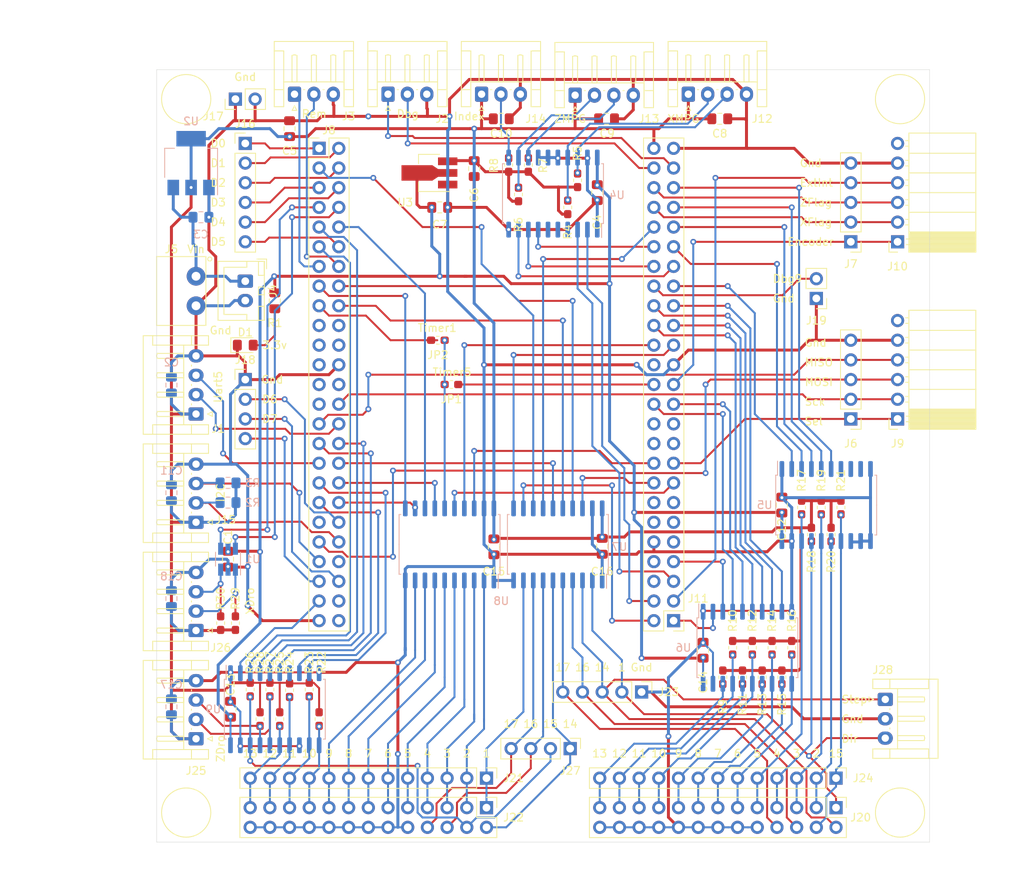
<source format=kicad_pcb>
(kicad_pcb (version 20171130) (host pcbnew "(5.1.5)-3")
  (layers (0 F.Cu signal) (31 B.Cu signal) (34 B.Paste user) (35 F.Paste user) (36 B.SilkS user) (37 F.SilkS user) (38 B.Mask user) (39 F.Mask user) (44 Edge.Cuts user))
  (net 0 "")
  (net 1 GND)
  (net 2 /Vin)
  (net 3 +5V)
  (net 4 +3V3)
  (net 5 /LedR)
  (net 6 /Pin15Buf)
  (net 7 /I2C_SDA)
  (net 8 /I2C_SCL)
  (net 9 /SPI_MOSI)
  (net 10 /Dir4)
  (net 11 /Pin11Buf)
  (net 12 /Dir3)
  (net 13 /Pin10Buf)
  (net 14 /Uart5Rx)
  (net 15 /Pin13Buf)
  (net 16 /Pin12Buf)
  (net 17 /Uart5Tx)
  (net 18 /SPI_MISO)
  (net 19 /SPI_SCK)
  (net 20 /S2b_T1_Ch1)
  (net 21 /S5_T8_Ch4)
  (net 22 /S4_T3_Ch3)
  (net 23 /Uart6Rx)
  (net 24 /ZABuf)
  (net 25 /S3_T4_Ch2)
  (net 26 /ZBBuf)
  (net 27 /XABuf)
  (net 28 /XBBuf)
  (net 29 /Pin16_T12_Ch1)
  (net 30 /Uart3Rx)
  (net 31 /Uart3Tx)
  (net 32 /ZFlag)
  (net 33 /XFlag)
  (net 34 /Pin14)
  (net 35 /S1_T2_Ch1)
  (net 36 /Pin1)
  (net 37 /Encoder)
  (net 38 /Dir1)
  (net 39 /Sel)
  (net 40 /Dir5)
  (net 41 /ExtInt)
  (net 42 /Pin17)
  (net 43 /Pin13)
  (net 44 /Pin12)
  (net 45 /Pin11)
  (net 46 /Pin10)
  (net 47 /Step4Buf)
  (net 48 /Dir4Buf)
  (net 49 /Step3Buf)
  (net 50 /Dir3Buf)
  (net 51 /Step2Buf)
  (net 52 /Pin17Buf)
  (net 53 /Dir2Buf)
  (net 54 /Pin16Buf)
  (net 55 /Step1Buf)
  (net 56 /Pin15)
  (net 57 /Dir1Buf)
  (net 58 /Pin14Buf)
  (net 59 /Pin1Buf)
  (net 60 /S2_T5-1)
  (net 61 /S2a_T5_Ch4)
  (net 62 /Dir2)
  (net 63 /ZA)
  (net 64 /ZB)
  (net 65 /XB)
  (net 66 /XA)
  (net 67 /JogB1)
  (net 68 /JogA1)
  (net 69 /JogB2)
  (net 70 /JogA2)
  (net 71 /Index2)
  (net 72 /Index2Buf)
  (net 73 /JogA2Buf)
  (net 74 /JogB2Buf)
  (net 75 /JogA1Buf)
  (net 76 /JogB1Buf)
  (net 77 /PinA13)
  (net 78 /PinA12)
  (net 79 /PinA11)
  (net 80 /PinA10)
  (net 81 /PinA9)
  (net 82 /PinA8)
  (net 83 /PinA7)
  (net 84 /PinA6)
  (net 85 /PinA5)
  (net 86 /PinA17Buf)
  (net 87 /PinA4)
  (net 88 /PinA16Buf)
  (net 89 /PinA3)
  (net 90 /PinA15)
  (net 91 /PinA2)
  (net 92 /PinA14Buf)
  (net 93 /PinA1Buf)
  (net 94 /PinA16)
  (net 95 /PinA17)
  (net 96 /Uart6Tx)
  (net 97 /PinA2Buf)
  (net 98 /PinA3Buf)
  (net 99 /PinA4Buf)
  (net 100 /PinA5Buf)
  (net 101 /PinA15Buf)
  (net 102 /PinA6Buf)
  (net 103 /PinA7Buf)
  (net 104 /PinA8Buf)
  (net 105 /PinA9Buf)
  (net 106 /PinA10Buf)
  (net 107 /PinA11Buf)
  (net 108 /PinA12Buf)
  (net 109 /PinA13Buf)
  (net 110 /Dbg5)
  (net 111 /Dbg4)
  (net 112 /Dbg3)
  (net 113 /Dbg2)
  (net 114 /Dbg1)
  (net 115 /Dbg0)
  (net 116 /Dbg7)
  (net 117 /Dbg6)
  (net 118 /Dbg8)
  (net 119 /Dbg9)
  (module Connector_PinHeader_2.54mm:PinHeader_1x02_P2.54mm_Vertical (layer F.Cu) (at 215.49 84.5225 180)
    (fp_text reference J19 (at 0 -2.8575) (layer F.SilkS))
    (fp_text value Conn_01x02_Male)
    (pad 2 thru_hole oval (at 0 2.54 180) (size 1.7 1.7) (drill 1) (layers *.Cu *.Mask) (net 119 /Dbg9))
    (pad 1 thru_hole rect (at 0 0 180) (size 1.7 1.7) (drill 1) (layers *.Cu *.Mask) (net 1 GND))
  )
  (module Connector_PinHeader_2.54mm:PinHeader_1x04_P2.54mm_Vertical (layer F.Cu) (at 141.83 95)
    (fp_text reference J18 (at 0 -2.54) (layer F.SilkS))
    (fp_text value Conn_01x04_Male)
    (pad 4 thru_hole oval (at 0 7.62) (size 1.7 1.7) (drill 1) (layers *.Cu *.Mask) (net 118 /Dbg8))
    (pad 3 thru_hole oval (at 0 5.08) (size 1.7 1.7) (drill 1) (layers *.Cu *.Mask) (net 116 /Dbg7))
    (pad 2 thru_hole oval (at 0 2.54) (size 1.7 1.7) (drill 1) (layers *.Cu *.Mask) (net 117 /Dbg6))
    (pad 1 thru_hole rect (at 0 0) (size 1.7 1.7) (drill 1) (layers *.Cu *.Mask) (net 1 GND))
  )
  (module Connector_JST:JST_EH_S3B-EH_1x03_P2.50mm_Horizontal (layer F.Cu) (at 224.38 136.275 270)
    (fp_text reference J28 (at -3.81 0.3175 180) (layer F.SilkS))
    (fp_text value Conn_01x03)
    (pad 3 thru_hole oval (at 5 0 270) (size 1.7 1.95) (drill 0.95) (layers *.Cu *.Mask) (net 93 /PinA1Buf))
    (pad 2 thru_hole oval (at 2.5 0 270) (size 1.7 1.95) (drill 0.95) (layers *.Cu *.Mask) (net 1 GND))
    (pad 1 thru_hole roundrect (at 0 0 270) (size 1.7 1.95) (drill 0.95) (layers *.Cu *.Mask) (roundrect_rratio 0.147059) (net 92 /PinA14Buf))
  )
  (module Connector_PinHeader_2.54mm:PinHeader_1x05_P2.54mm_Vertical (layer F.Cu) (at 219.935 77.22 180)
    (fp_text reference J7 (at 0 -2.8575) (layer F.SilkS))
    (fp_text value Conn_01x05_Male)
    (pad 5 thru_hole oval (at 0 10.16 180) (size 1.7 1.7) (drill 1) (layers *.Cu *.Mask) (net 1 GND))
    (pad 4 thru_hole oval (at 0 7.62 180) (size 1.7 1.7) (drill 1) (layers *.Cu *.Mask) (net 41 /ExtInt))
    (pad 3 thru_hole oval (at 0 5.08 180) (size 1.7 1.7) (drill 1) (layers *.Cu *.Mask) (net 32 /ZFlag))
    (pad 2 thru_hole oval (at 0 2.54 180) (size 1.7 1.7) (drill 1) (layers *.Cu *.Mask) (net 33 /XFlag))
    (pad 1 thru_hole rect (at 0 0 180) (size 1.7 1.7) (drill 1) (layers *.Cu *.Mask) (net 37 /Encoder))
  )
  (module Connector_PinHeader_2.54mm:PinHeader_1x05_P2.54mm_Vertical (layer F.Cu) (at 219.935 100.08 180)
    (fp_text reference J6 (at 0 -3.175) (layer F.SilkS))
    (fp_text value Conn_01x05_Male)
    (pad 5 thru_hole oval (at 0 10.16 180) (size 1.7 1.7) (drill 1) (layers *.Cu *.Mask) (net 1 GND))
    (pad 4 thru_hole oval (at 0 7.62 180) (size 1.7 1.7) (drill 1) (layers *.Cu *.Mask) (net 18 /SPI_MISO))
    (pad 3 thru_hole oval (at 0 5.08 180) (size 1.7 1.7) (drill 1) (layers *.Cu *.Mask) (net 9 /SPI_MOSI))
    (pad 2 thru_hole oval (at 0 2.54 180) (size 1.7 1.7) (drill 1) (layers *.Cu *.Mask) (net 19 /SPI_SCK))
    (pad 1 thru_hole rect (at 0 0 180) (size 1.7 1.7) (drill 1) (layers *.Cu *.Mask) (net 39 /Sel))
  )
  (module Connector_PinHeader_2.54mm:PinHeader_1x02_P2.54mm_Vertical (layer F.Cu) (at 140.56 58.805 90)
    (fp_text reference J17 (at -2.2225 -2.8575 180) (layer F.SilkS))
    (fp_text value Conn_01x02_Male)
    (pad 2 thru_hole oval (at 0 2.54 90) (size 1.7 1.7) (drill 1) (layers *.Cu *.Mask) (net 1 GND))
    (pad 1 thru_hole rect (at 0 0 90) (size 1.7 1.7) (drill 1) (layers *.Cu *.Mask) (net 1 GND))
  )
  (module Resistor_SMD:R_0805_2012Metric_Pad1.15x1.40mm_HandSolder (layer F.Cu) (at 145.64 84.84 270)
    (fp_text reference R1 (at 2.8575 0 180) (layer F.SilkS))
    (fp_text value R)
    (pad 2 smd roundrect (at 1.025 0 270) (size 1.15 1.4) (layers F.Cu F.Paste F.Mask) (roundrect_rratio 0.217391) (net 5 /LedR))
    (pad 1 smd roundrect (at -1.025 0 270) (size 1.15 1.4) (layers F.Cu F.Paste F.Mask) (roundrect_rratio 0.217391) (net 4 +3V3))
  )
  (module Connector_PinHeader_2.54mm:PinHeader_1x06_P2.54mm_Vertical (layer F.Cu) (at 141.83 64.52)
    (fp_text reference J16 (at 0 -2.54) (layer F.SilkS))
    (fp_text value Conn_01x06_Male)
    (pad 6 thru_hole oval (at 0 12.7) (size 1.7 1.7) (drill 1) (layers *.Cu *.Mask) (net 110 /Dbg5))
    (pad 5 thru_hole oval (at 0 10.16) (size 1.7 1.7) (drill 1) (layers *.Cu *.Mask) (net 111 /Dbg4))
    (pad 4 thru_hole oval (at 0 7.62) (size 1.7 1.7) (drill 1) (layers *.Cu *.Mask) (net 112 /Dbg3))
    (pad 3 thru_hole oval (at 0 5.08) (size 1.7 1.7) (drill 1) (layers *.Cu *.Mask) (net 113 /Dbg2))
    (pad 2 thru_hole oval (at 0 2.54) (size 1.7 1.7) (drill 1) (layers *.Cu *.Mask) (net 114 /Dbg1))
    (pad 1 thru_hole rect (at 0 0) (size 1.7 1.7) (drill 1) (layers *.Cu *.Mask) (net 115 /Dbg0))
  )
  (module Package_TO_SOT_SMD:SOT-223-3_TabPin2 (layer B.Cu) (at 134.845 67.06 90)
    (fp_text reference U2 (at 5.3975 0 180) (layer B.SilkS) (effects (justify mirror)))
    (fp_text value AMS1117-5.0)
    (pad 1 smd rect (at -3.15 2.3 90) (size 2 1.5) (layers B.Cu B.Paste B.Mask) (net 1 GND))
    (pad 3 smd rect (at -3.15 -2.3 90) (size 2 1.5) (layers B.Cu B.Paste B.Mask) (net 2 /Vin))
    (pad 2 smd rect (at -3.15 0 90) (size 2 1.5) (layers B.Cu B.Paste B.Mask) (net 3 +5V))
    (pad 2 smd rect (at 3.15 0 90) (size 2 3.8) (layers B.Cu B.Paste B.Mask) (net 3 +5V))
  )
  (module Diode_SMD:D_0805_2012Metric_Pad1.15x1.40mm_HandSolder (layer F.Cu) (at 141.83 90.555)
    (fp_text reference D1 (at 0 -1.65) (layer F.SilkS))
    (fp_text value LED)
    (pad 2 smd roundrect (at 1.025 0) (size 1.15 1.4) (layers F.Cu F.Paste F.Mask) (roundrect_rratio 0.217391) (net 5 /LedR))
    (pad 1 smd roundrect (at -1.025 0) (size 1.15 1.4) (layers F.Cu F.Paste F.Mask) (roundrect_rratio 0.217391) (net 1 GND))
  )
  (module Resistor_SMD:R_0603_1608Metric_Pad1.05x0.95mm_HandSolder (layer F.Cu) (at 212.315 129.6075 270)
    (fp_text reference R16 (at -3.4925 0 90) (layer F.SilkS))
    (fp_text value 10k)
    (pad 2 smd roundrect (at 0.875 0 270) (size 1.05 0.95) (layers F.Cu F.Paste F.Mask) (net 84 /PinA6))
    (pad 1 smd roundrect (at -0.875 0 270) (size 1.05 0.95) (layers F.Cu F.Paste F.Mask) (net 3 +5V))
  )
  (module Resistor_SMD:R_0603_1608Metric_Pad1.05x0.95mm_HandSolder (layer F.Cu) (at 211.045 133.4175 270)
    (fp_text reference R15 (at 3.4925 0 90) (layer F.SilkS))
    (fp_text value 10k)
    (pad 2 smd roundrect (at 0.875 0 270) (size 1.05 0.95) (layers F.Cu F.Paste F.Mask) (net 83 /PinA7))
    (pad 1 smd roundrect (at -0.875 0 270) (size 1.05 0.95) (layers F.Cu F.Paste F.Mask) (net 3 +5V))
  )
  (module Resistor_SMD:R_0603_1608Metric_Pad1.05x0.95mm_HandSolder (layer F.Cu) (at 209.775 129.6075 270)
    (fp_text reference R14 (at -3.4925 0 90) (layer F.SilkS))
    (fp_text value 10k)
    (pad 2 smd roundrect (at 0.875 0 270) (size 1.05 0.95) (layers F.Cu F.Paste F.Mask) (net 82 /PinA8))
    (pad 1 smd roundrect (at -0.875 0 270) (size 1.05 0.95) (layers F.Cu F.Paste F.Mask) (net 3 +5V))
  )
  (module Resistor_SMD:R_0603_1608Metric_Pad1.05x0.95mm_HandSolder (layer F.Cu) (at 208.505 133.4175 270)
    (fp_text reference R13 (at 3.4925 0 90) (layer F.SilkS))
    (fp_text value 10k)
    (pad 2 smd roundrect (at 0.875 0 270) (size 1.05 0.95) (layers F.Cu F.Paste F.Mask) (net 81 /PinA9))
    (pad 1 smd roundrect (at -0.875 0 270) (size 1.05 0.95) (layers F.Cu F.Paste F.Mask) (net 3 +5V))
  )
  (module Resistor_SMD:R_0603_1608Metric_Pad1.05x0.95mm_HandSolder (layer F.Cu) (at 207.235 129.6075 270)
    (fp_text reference R12 (at -3.4925 0 90) (layer F.SilkS))
    (fp_text value 10k)
    (pad 2 smd roundrect (at 0.875 0 270) (size 1.05 0.95) (layers F.Cu F.Paste F.Mask) (net 80 /PinA10))
    (pad 1 smd roundrect (at -0.875 0 270) (size 1.05 0.95) (layers F.Cu F.Paste F.Mask) (net 3 +5V))
  )
  (module Resistor_SMD:R_0603_1608Metric_Pad1.05x0.95mm_HandSolder (layer F.Cu) (at 205.965 133.4175 270)
    (fp_text reference R11 (at 3.4925 0 90) (layer F.SilkS))
    (fp_text value 10k)
    (pad 2 smd roundrect (at 0.875 0 270) (size 1.05 0.95) (layers F.Cu F.Paste F.Mask) (net 79 /PinA11))
    (pad 1 smd roundrect (at -0.875 0 270) (size 1.05 0.95) (layers F.Cu F.Paste F.Mask) (net 3 +5V))
  )
  (module Resistor_SMD:R_0603_1608Metric_Pad1.05x0.95mm_HandSolder (layer F.Cu) (at 204.695 129.6075 270)
    (fp_text reference R10 (at -3.4925 0 90) (layer F.SilkS))
    (fp_text value 10k)
    (pad 2 smd roundrect (at 0.875 0 270) (size 1.05 0.95) (layers F.Cu F.Paste F.Mask) (net 78 /PinA12))
    (pad 1 smd roundrect (at -0.875 0 270) (size 1.05 0.95) (layers F.Cu F.Paste F.Mask) (net 3 +5V))
  )
  (module Resistor_SMD:R_0603_1608Metric_Pad1.05x0.95mm_HandSolder (layer F.Cu) (at 203.425 133.4175 270)
    (fp_text reference R9 (at 3.81 0 90) (layer F.SilkS))
    (fp_text value 10k)
    (pad 2 smd roundrect (at 0.875 0 270) (size 1.05 0.95) (layers F.Cu F.Paste F.Mask) (net 77 /PinA13))
    (pad 1 smd roundrect (at -0.875 0 270) (size 1.05 0.95) (layers F.Cu F.Paste F.Mask) (net 3 +5V))
  )
  (module Resistor_SMD:R_0603_1608Metric_Pad1.05x0.95mm_HandSolder (layer F.Cu) (at 218.665 111.51 270)
    (fp_text reference R21 (at -3.4925 0 90) (layer F.SilkS))
    (fp_text value 10k)
    (pad 2 smd roundrect (at 0.875 0 270) (size 1.05 0.95) (layers F.Cu F.Paste F.Mask) (net 90 /PinA15))
    (pad 1 smd roundrect (at -0.875 0 270) (size 1.05 0.95) (layers F.Cu F.Paste F.Mask) (net 3 +5V))
  )
  (module Resistor_SMD:R_0603_1608Metric_Pad1.05x0.95mm_HandSolder (layer F.Cu) (at 217.395 115.0025 270)
    (fp_text reference R20 (at 3.4925 0 90) (layer F.SilkS))
    (fp_text value 10k)
    (pad 2 smd roundrect (at 0.875 0 270) (size 1.05 0.95) (layers F.Cu F.Paste F.Mask) (net 91 /PinA2))
    (pad 1 smd roundrect (at -0.875 0 270) (size 1.05 0.95) (layers F.Cu F.Paste F.Mask) (net 3 +5V))
  )
  (module Resistor_SMD:R_0603_1608Metric_Pad1.05x0.95mm_HandSolder (layer F.Cu) (at 216.125 111.51 270)
    (fp_text reference R19 (at -3.4925 0 90) (layer F.SilkS))
    (fp_text value 10k)
    (pad 2 smd roundrect (at 0.875 0 270) (size 1.05 0.95) (layers F.Cu F.Paste F.Mask) (net 89 /PinA3))
    (pad 1 smd roundrect (at -0.875 0 270) (size 1.05 0.95) (layers F.Cu F.Paste F.Mask) (net 3 +5V))
  )
  (module Resistor_SMD:R_0603_1608Metric_Pad1.05x0.95mm_HandSolder (layer F.Cu) (at 214.855 115.0025 270)
    (fp_text reference R18 (at 3.4925 0 90) (layer F.SilkS))
    (fp_text value 10k)
    (pad 2 smd roundrect (at 0.875 0 270) (size 1.05 0.95) (layers F.Cu F.Paste F.Mask) (net 87 /PinA4))
    (pad 1 smd roundrect (at -0.875 0 270) (size 1.05 0.95) (layers F.Cu F.Paste F.Mask) (net 3 +5V))
  )
  (module Resistor_SMD:R_0603_1608Metric_Pad1.05x0.95mm_HandSolder (layer F.Cu) (at 213.585 111.51 270)
    (fp_text reference R17 (at -3.4925 0 90) (layer F.SilkS))
    (fp_text value 10k)
    (pad 2 smd roundrect (at 0.875 0 270) (size 1.05 0.95) (layers F.Cu F.Paste F.Mask) (net 85 /PinA5))
    (pad 1 smd roundrect (at -0.875 0 270) (size 1.05 0.95) (layers F.Cu F.Paste F.Mask) (net 3 +5V))
  )
  (module Connector_PinHeader_2.54mm:PinHeader_1x05_P2.54mm_Vertical (layer F.Cu) (at 192.9475 135.3225 270)
    (fp_text reference J23 (at 0 -3.4925 180) (layer F.SilkS))
    (fp_text value Conn_01x05_Male)
    (pad 5 thru_hole oval (at 0 10.16 270) (size 1.7 1.7) (drill 1) (layers *.Cu *.Mask) (net 86 /PinA17Buf))
    (pad 4 thru_hole oval (at 0 7.62 270) (size 1.7 1.7) (drill 1) (layers *.Cu *.Mask) (net 88 /PinA16Buf))
    (pad 3 thru_hole oval (at 0 5.08 270) (size 1.7 1.7) (drill 1) (layers *.Cu *.Mask) (net 92 /PinA14Buf))
    (pad 2 thru_hole oval (at 0 2.54 270) (size 1.7 1.7) (drill 1) (layers *.Cu *.Mask) (net 93 /PinA1Buf))
    (pad 1 thru_hole rect (at 0 0 270) (size 1.7 1.7) (drill 1) (layers *.Cu *.Mask) (net 1 GND))
  )
  (module 0MiscParts:Core407v-Left (layer F.Cu) (at 151.355 65.155)
    (fp_text reference J8 (at 1.27 -2.33) (layer F.SilkS))
    (fp_text value Conn_02x25_Odd_Even_Core_Left)
    (pad 50 thru_hole oval (at 2.54 60.96) (size 1.7 1.7) (drill 1) (layers *.Cu *.Mask))
    (pad 49 thru_hole oval (at 0 60.96) (size 1.7 1.7) (drill 1) (layers *.Cu *.Mask) (net 1 GND))
    (pad 48 thru_hole oval (at 2.54 58.42) (size 1.7 1.7) (drill 1) (layers *.Cu *.Mask))
    (pad 47 thru_hole oval (at 0 58.42) (size 1.7 1.7) (drill 1) (layers *.Cu *.Mask) (net 6 /Pin15Buf))
    (pad 46 thru_hole oval (at 2.54 55.88) (size 1.7 1.7) (drill 1) (layers *.Cu *.Mask) (net 116 /Dbg7))
    (pad 45 thru_hole oval (at 0 55.88) (size 1.7 1.7) (drill 1) (layers *.Cu *.Mask) (net 118 /Dbg8))
    (pad 44 thru_hole oval (at 2.54 53.34) (size 1.7 1.7) (drill 1) (layers *.Cu *.Mask))
    (pad 43 thru_hole oval (at 0 53.34) (size 1.7 1.7) (drill 1) (layers *.Cu *.Mask) (net 7 /I2C_SDA))
    (pad 42 thru_hole oval (at 2.54 50.8) (size 1.7 1.7) (drill 1) (layers *.Cu *.Mask) (net 8 /I2C_SCL))
    (pad 41 thru_hole oval (at 0 50.8) (size 1.7 1.7) (drill 1) (layers *.Cu *.Mask) (net 9 /SPI_MOSI))
    (pad 40 thru_hole oval (at 2.54 48.26) (size 1.7 1.7) (drill 1) (layers *.Cu *.Mask) (net 117 /Dbg6))
    (pad 39 thru_hole oval (at 0 48.26) (size 1.7 1.7) (drill 1) (layers *.Cu *.Mask))
    (pad 38 thru_hole oval (at 2.54 45.72) (size 1.7 1.7) (drill 1) (layers *.Cu *.Mask) (net 10 /Dir4))
    (pad 37 thru_hole oval (at 0 45.72) (size 1.7 1.7) (drill 1) (layers *.Cu *.Mask) (net 11 /Pin11Buf))
    (pad 36 thru_hole oval (at 2.54 43.18) (size 1.7 1.7) (drill 1) (layers *.Cu *.Mask) (net 12 /Dir3))
    (pad 35 thru_hole oval (at 0 43.18) (size 1.7 1.7) (drill 1) (layers *.Cu *.Mask) (net 13 /Pin10Buf))
    (pad 34 thru_hole oval (at 2.54 40.64) (size 1.7 1.7) (drill 1) (layers *.Cu *.Mask) (net 95 /PinA17))
    (pad 33 thru_hole oval (at 0 40.64) (size 1.7 1.7) (drill 1) (layers *.Cu *.Mask) (net 14 /Uart5Rx))
    (pad 32 thru_hole oval (at 2.54 38.1) (size 1.7 1.7) (drill 1) (layers *.Cu *.Mask) (net 15 /Pin13Buf))
    (pad 31 thru_hole oval (at 0 38.1) (size 1.7 1.7) (drill 1) (layers *.Cu *.Mask) (net 16 /Pin12Buf))
    (pad 30 thru_hole oval (at 2.54 35.56) (size 1.7 1.7) (drill 1) (layers *.Cu *.Mask) (net 17 /Uart5Tx))
    (pad 29 thru_hole oval (at 0 35.56) (size 1.7 1.7) (drill 1) (layers *.Cu *.Mask) (net 18 /SPI_MISO))
    (pad 28 thru_hole oval (at 2.54 33.02) (size 1.7 1.7) (drill 1) (layers *.Cu *.Mask) (net 19 /SPI_SCK))
    (pad 27 thru_hole oval (at 0 33.02) (size 1.7 1.7) (drill 1) (layers *.Cu *.Mask))
    (pad 26 thru_hole oval (at 2.54 30.48) (size 1.7 1.7) (drill 1) (layers *.Cu *.Mask))
    (pad 25 thru_hole oval (at 0 30.48) (size 1.7 1.7) (drill 1) (layers *.Cu *.Mask))
    (pad 24 thru_hole oval (at 2.54 27.94) (size 1.7 1.7) (drill 1) (layers *.Cu *.Mask) (net 1 GND))
    (pad 23 thru_hole oval (at 0 27.94) (size 1.7 1.7) (drill 1) (layers *.Cu *.Mask))
    (pad 22 thru_hole oval (at 2.54 25.4) (size 1.7 1.7) (drill 1) (layers *.Cu *.Mask))
    (pad 21 thru_hole oval (at 0 25.4) (size 1.7 1.7) (drill 1) (layers *.Cu *.Mask))
    (pad 20 thru_hole oval (at 2.54 22.86) (size 1.7 1.7) (drill 1) (layers *.Cu *.Mask))
    (pad 19 thru_hole oval (at 0 22.86) (size 1.7 1.7) (drill 1) (layers *.Cu *.Mask))
    (pad 18 thru_hole oval (at 2.54 20.32) (size 1.7 1.7) (drill 1) (layers *.Cu *.Mask) (net 94 /PinA16))
    (pad 17 thru_hole oval (at 0 20.32) (size 1.7 1.7) (drill 1) (layers *.Cu *.Mask) (net 20 /S2b_T1_Ch1))
    (pad 16 thru_hole oval (at 2.54 17.78) (size 1.7 1.7) (drill 1) (layers *.Cu *.Mask) (net 21 /S5_T8_Ch4))
    (pad 15 thru_hole oval (at 0 17.78) (size 1.7 1.7) (drill 1) (layers *.Cu *.Mask) (net 22 /S4_T3_Ch3))
    (pad 14 thru_hole oval (at 2.54 15.24) (size 1.7 1.7) (drill 1) (layers *.Cu *.Mask) (net 23 /Uart6Rx))
    (pad 13 thru_hole oval (at 0 15.24) (size 1.7 1.7) (drill 1) (layers *.Cu *.Mask) (net 96 /Uart6Tx))
    (pad 12 thru_hole oval (at 2.54 12.7) (size 1.7 1.7) (drill 1) (layers *.Cu *.Mask) (net 110 /Dbg5))
    (pad 11 thru_hole oval (at 0 12.7) (size 1.7 1.7) (drill 1) (layers *.Cu *.Mask) (net 24 /ZABuf))
    (pad 10 thru_hole oval (at 2.54 10.16) (size 1.7 1.7) (drill 1) (layers *.Cu *.Mask) (net 25 /S3_T4_Ch2))
    (pad 9 thru_hole oval (at 0 10.16) (size 1.7 1.7) (drill 1) (layers *.Cu *.Mask) (net 26 /ZBBuf))
    (pad 8 thru_hole oval (at 2.54 7.62) (size 1.7 1.7) (drill 1) (layers *.Cu *.Mask) (net 27 /XABuf))
    (pad 7 thru_hole oval (at 0 7.62) (size 1.7 1.7) (drill 1) (layers *.Cu *.Mask) (net 28 /XBBuf))
    (pad 6 thru_hole oval (at 2.54 5.08) (size 1.7 1.7) (drill 1) (layers *.Cu *.Mask) (net 111 /Dbg4))
    (pad 5 thru_hole oval (at 0 5.08) (size 1.7 1.7) (drill 1) (layers *.Cu *.Mask) (net 112 /Dbg3))
    (pad 4 thru_hole oval (at 2.54 2.54) (size 1.7 1.7) (drill 1) (layers *.Cu *.Mask) (net 113 /Dbg2))
    (pad 3 thru_hole oval (at 0 2.54) (size 1.7 1.7) (drill 1) (layers *.Cu *.Mask) (net 29 /Pin16_T12_Ch1))
    (pad 2 thru_hole oval (at 2.54 0) (size 1.7 1.7) (drill 1) (layers *.Cu *.Mask) (net 114 /Dbg1))
    (pad 1 thru_hole rect (at 0 0) (size 1.7 1.7) (drill 1) (layers *.Cu *.Mask) (net 115 /Dbg0))
  )
  (module Connector_PinHeader_2.54mm:PinHeader_1x04_P2.54mm_Vertical (layer F.Cu) (at 183.74 142.625 270)
    (fp_text reference J27 (at 2.8575 0 180) (layer F.SilkS))
    (fp_text value Conn_01x04_Male)
    (pad 4 thru_hole oval (at 0 7.62 270) (size 1.7 1.7) (drill 1) (layers *.Cu *.Mask) (net 52 /Pin17Buf))
    (pad 3 thru_hole oval (at 0 5.08 270) (size 1.7 1.7) (drill 1) (layers *.Cu *.Mask) (net 54 /Pin16Buf))
    (pad 2 thru_hole oval (at 0 2.54 270) (size 1.7 1.7) (drill 1) (layers *.Cu *.Mask) (net 56 /Pin15))
    (pad 1 thru_hole rect (at 0 0 270) (size 1.7 1.7) (drill 1) (layers *.Cu *.Mask) (net 58 /Pin14Buf))
  )
  (module Connector_PinHeader_2.54mm:PinHeader_1x13_P2.54mm_Vertical (layer F.Cu) (at 172.945 146.435 270)
    (fp_text reference J21 (at 0 -3.4925 180) (layer F.SilkS))
    (fp_text value Conn_01x13_Male)
    (pad 13 thru_hole oval (at 0 30.48 270) (size 1.7 1.7) (drill 1) (layers *.Cu *.Mask) (net 43 /Pin13))
    (pad 12 thru_hole oval (at 0 27.94 270) (size 1.7 1.7) (drill 1) (layers *.Cu *.Mask) (net 44 /Pin12))
    (pad 11 thru_hole oval (at 0 25.4 270) (size 1.7 1.7) (drill 1) (layers *.Cu *.Mask) (net 45 /Pin11))
    (pad 10 thru_hole oval (at 0 22.86 270) (size 1.7 1.7) (drill 1) (layers *.Cu *.Mask) (net 46 /Pin10))
    (pad 9 thru_hole oval (at 0 20.32 270) (size 1.7 1.7) (drill 1) (layers *.Cu *.Mask) (net 47 /Step4Buf))
    (pad 8 thru_hole oval (at 0 17.78 270) (size 1.7 1.7) (drill 1) (layers *.Cu *.Mask) (net 48 /Dir4Buf))
    (pad 7 thru_hole oval (at 0 15.24 270) (size 1.7 1.7) (drill 1) (layers *.Cu *.Mask) (net 49 /Step3Buf))
    (pad 6 thru_hole oval (at 0 12.7 270) (size 1.7 1.7) (drill 1) (layers *.Cu *.Mask) (net 50 /Dir3Buf))
    (pad 5 thru_hole oval (at 0 10.16 270) (size 1.7 1.7) (drill 1) (layers *.Cu *.Mask) (net 51 /Step2Buf))
    (pad 4 thru_hole oval (at 0 7.62 270) (size 1.7 1.7) (drill 1) (layers *.Cu *.Mask) (net 53 /Dir2Buf))
    (pad 3 thru_hole oval (at 0 5.08 270) (size 1.7 1.7) (drill 1) (layers *.Cu *.Mask) (net 55 /Step1Buf))
    (pad 2 thru_hole oval (at 0 2.54 270) (size 1.7 1.7) (drill 1) (layers *.Cu *.Mask) (net 57 /Dir1Buf))
    (pad 1 thru_hole rect (at 0 0 270) (size 1.7 1.7) (drill 1) (layers *.Cu *.Mask) (net 59 /Pin1Buf))
  )
  (module Connector_PinHeader_2.54mm:PinHeader_1x13_P2.54mm_Vertical (layer F.Cu) (at 218.03 146.435 270)
    (fp_text reference J24 (at 0 -3.4925 180) (layer F.SilkS))
    (fp_text value Conn_01x13_Male)
    (pad 13 thru_hole oval (at 0 30.48 270) (size 1.7 1.7) (drill 1) (layers *.Cu *.Mask) (net 77 /PinA13))
    (pad 12 thru_hole oval (at 0 27.94 270) (size 1.7 1.7) (drill 1) (layers *.Cu *.Mask) (net 78 /PinA12))
    (pad 11 thru_hole oval (at 0 25.4 270) (size 1.7 1.7) (drill 1) (layers *.Cu *.Mask) (net 79 /PinA11))
    (pad 10 thru_hole oval (at 0 22.86 270) (size 1.7 1.7) (drill 1) (layers *.Cu *.Mask) (net 80 /PinA10))
    (pad 9 thru_hole oval (at 0 20.32 270) (size 1.7 1.7) (drill 1) (layers *.Cu *.Mask) (net 81 /PinA9))
    (pad 8 thru_hole oval (at 0 17.78 270) (size 1.7 1.7) (drill 1) (layers *.Cu *.Mask) (net 82 /PinA8))
    (pad 7 thru_hole oval (at 0 15.24 270) (size 1.7 1.7) (drill 1) (layers *.Cu *.Mask) (net 83 /PinA7))
    (pad 6 thru_hole oval (at 0 12.7 270) (size 1.7 1.7) (drill 1) (layers *.Cu *.Mask) (net 84 /PinA6))
    (pad 5 thru_hole oval (at 0 10.16 270) (size 1.7 1.7) (drill 1) (layers *.Cu *.Mask) (net 85 /PinA5))
    (pad 4 thru_hole oval (at 0 7.62 270) (size 1.7 1.7) (drill 1) (layers *.Cu *.Mask) (net 87 /PinA4))
    (pad 3 thru_hole oval (at 0 5.08 270) (size 1.7 1.7) (drill 1) (layers *.Cu *.Mask) (net 89 /PinA3))
    (pad 2 thru_hole oval (at 0 2.54 270) (size 1.7 1.7) (drill 1) (layers *.Cu *.Mask) (net 91 /PinA2))
    (pad 1 thru_hole rect (at 0 0 270) (size 1.7 1.7) (drill 1) (layers *.Cu *.Mask) (net 90 /PinA15))
  )
  (module Connector_JST:JST_XH_B2B-XH-A_1x02_P2.50mm_Vertical (layer F.Cu) (at 141.83 82.3 270)
    (fp_text reference J4 (at 1.25 -3.55 90) (layer F.SilkS))
    (fp_text value Conn_01x02)
    (pad 2 thru_hole oval (at 2.5 0 270) (size 1.7 2) (drill 1) (layers *.Cu *.Mask) (net 1 GND))
    (pad 1 thru_hole roundrect (at 0 0 270) (size 1.7 2) (drill 1) (layers *.Cu *.Mask) (roundrect_rratio 0.147059) (net 2 /Vin))
  )
  (module Capacitor_SMD:C_0805_2012Metric_Pad1.15x1.40mm_HandSolder (layer F.Cu) (at 174.85 61.345)
    (fp_text reference C10 (at 0 1.905) (layer F.SilkS))
    (fp_text value .1uf)
    (pad 2 smd roundrect (at 1.025 0) (size 1.15 1.4) (layers F.Cu F.Paste F.Mask) (roundrect_rratio 0.217391) (net 1 GND))
    (pad 1 smd roundrect (at -1.025 0) (size 1.15 1.4) (layers F.Cu F.Paste F.Mask) (roundrect_rratio 0.217391) (net 3 +5V))
  )
  (module Capacitor_SMD:C_0805_2012Metric_Pad1.15x1.40mm_HandSolder (layer B.Cu) (at 132.305 109.605 90)
    (fp_text reference C11 (at 2.8575 0) (layer B.SilkS) (effects (justify mirror)))
    (fp_text value .1uf)
    (pad 2 smd roundrect (at 1.025 0 90) (size 1.15 1.4) (layers B.Cu B.Paste B.Mask) (roundrect_rratio 0.217391) (net 1 GND))
    (pad 1 smd roundrect (at -1.025 0 90) (size 1.15 1.4) (layers B.Cu B.Paste B.Mask) (roundrect_rratio 0.217391) (net 3 +5V))
  )
  (module Capacitor_SMD:C_0805_2012Metric_Pad1.15x1.40mm_HandSolder (layer F.Cu) (at 203.035 61.345)
    (fp_text reference C8 (at 0 1.905) (layer F.SilkS))
    (fp_text value .1uf)
    (pad 2 smd roundrect (at 1.025 0) (size 1.15 1.4) (layers F.Cu F.Paste F.Mask) (roundrect_rratio 0.217391) (net 1 GND))
    (pad 1 smd roundrect (at -1.025 0) (size 1.15 1.4) (layers F.Cu F.Paste F.Mask) (roundrect_rratio 0.217391) (net 3 +5V))
  )
  (module Capacitor_SMD:C_0805_2012Metric_Pad1.15x1.40mm_HandSolder (layer F.Cu) (at 188.43 61.345)
    (fp_text reference C9 (at 0.0725 1.905) (layer F.SilkS))
    (fp_text value .1uf)
    (pad 2 smd roundrect (at 1.025 0) (size 1.15 1.4) (layers F.Cu F.Paste F.Mask) (roundrect_rratio 0.217391) (net 1 GND))
    (pad 1 smd roundrect (at -1.025 0) (size 1.15 1.4) (layers F.Cu F.Paste F.Mask) (roundrect_rratio 0.217391) (net 3 +5V))
  )
  (module Capacitor_SMD:C_0805_2012Metric_Pad1.15x1.40mm_HandSolder (layer B.Cu) (at 132.305 123.2575 90)
    (fp_text reference C18 (at 2.8575 0 180) (layer B.SilkS) (effects (justify mirror)))
    (fp_text value .1uf)
    (pad 2 smd roundrect (at 1.025 0 90) (size 1.15 1.4) (layers B.Cu B.Paste B.Mask) (roundrect_rratio 0.217391) (net 1 GND))
    (pad 1 smd roundrect (at -1.025 0 90) (size 1.15 1.4) (layers B.Cu B.Paste B.Mask) (roundrect_rratio 0.217391) (net 3 +5V))
  )
  (module Capacitor_SMD:C_0805_2012Metric_Pad1.15x1.40mm_HandSolder (layer B.Cu) (at 132.305 137.2275 90)
    (fp_text reference C17 (at 2.8575 0) (layer B.SilkS) (effects (justify mirror)))
    (fp_text value .1uf)
    (pad 2 smd roundrect (at 1.025 0 90) (size 1.15 1.4) (layers B.Cu B.Paste B.Mask) (roundrect_rratio 0.217391) (net 1 GND))
    (pad 1 smd roundrect (at -1.025 0 90) (size 1.15 1.4) (layers B.Cu B.Paste B.Mask) (roundrect_rratio 0.217391) (net 3 +5V))
  )
  (module Capacitor_SMD:C_0805_2012Metric_Pad1.15x1.40mm_HandSolder (layer F.Cu) (at 187.2325 70.87 270)
    (fp_text reference C4 (at 3.81 0 90) (layer F.SilkS))
    (fp_text value .1uf)
    (pad 2 smd roundrect (at 1.025 0 270) (size 1.15 1.4) (layers F.Cu F.Paste F.Mask) (roundrect_rratio 0.217391) (net 1 GND))
    (pad 1 smd roundrect (at -1.025 0 270) (size 1.15 1.4) (layers F.Cu F.Paste F.Mask) (roundrect_rratio 0.217391) (net 4 +3V3))
  )
  (module Capacitor_SMD:C_0805_2012Metric_Pad1.15x1.40mm_HandSolder (layer F.Cu) (at 187.8675 116.5175 270)
    (fp_text reference C16 (at 3.2475 0 180) (layer F.SilkS))
    (fp_text value .1uf)
    (pad 2 smd roundrect (at 1.025 0 270) (size 1.15 1.4) (layers F.Cu F.Paste F.Mask) (roundrect_rratio 0.217391) (net 1 GND))
    (pad 1 smd roundrect (at -1.025 0 270) (size 1.15 1.4) (layers F.Cu F.Paste F.Mask) (roundrect_rratio 0.217391) (net 3 +5V))
  )
  (module Capacitor_SMD:C_0805_2012Metric_Pad1.15x1.40mm_HandSolder (layer F.Cu) (at 173.8975 116.59 270)
    (fp_text reference C15 (at 3.175 0 180) (layer F.SilkS))
    (fp_text value .1uf)
    (pad 2 smd roundrect (at 1.025 0 270) (size 1.15 1.4) (layers F.Cu F.Paste F.Mask) (roundrect_rratio 0.217391) (net 1 GND))
    (pad 1 smd roundrect (at -1.025 0 270) (size 1.15 1.4) (layers F.Cu F.Paste F.Mask) (roundrect_rratio 0.217391) (net 3 +5V))
  )
  (module Capacitor_SMD:C_0805_2012Metric_Pad1.15x1.40mm_HandSolder (layer F.Cu) (at 200.885 129.925 90)
    (fp_text reference C14 (at -4.1275 0 90) (layer F.SilkS))
    (fp_text value .1uf)
    (pad 2 smd roundrect (at 1.025 0 90) (size 1.15 1.4) (layers F.Cu F.Paste F.Mask) (roundrect_rratio 0.217391) (net 1 GND))
    (pad 1 smd roundrect (at -1.025 0 90) (size 1.15 1.4) (layers F.Cu F.Paste F.Mask) (roundrect_rratio 0.217391) (net 4 +3V3))
  )
  (module Capacitor_SMD:C_0805_2012Metric_Pad1.15x1.40mm_HandSolder (layer F.Cu) (at 139.925 137.545 90)
    (fp_text reference C13 (at 3.175 0 270) (layer F.SilkS))
    (fp_text value .1uf)
    (pad 2 smd roundrect (at 1.025 0 90) (size 1.15 1.4) (layers F.Cu F.Paste F.Mask) (roundrect_rratio 0.217391) (net 1 GND))
    (pad 1 smd roundrect (at -1.025 0 90) (size 1.15 1.4) (layers F.Cu F.Paste F.Mask) (roundrect_rratio 0.217391) (net 4 +3V3))
  )
  (module Capacitor_SMD:C_0805_2012Metric_Pad1.15x1.40mm_HandSolder (layer F.Cu) (at 211.045 111.1925 90)
    (fp_text reference C12 (at -3.175 0 90) (layer F.SilkS))
    (fp_text value .1uf)
    (pad 2 smd roundrect (at 1.025 0 90) (size 1.15 1.4) (layers F.Cu F.Paste F.Mask) (roundrect_rratio 0.217391) (net 1 GND))
    (pad 1 smd roundrect (at -1.025 0 90) (size 1.15 1.4) (layers F.Cu F.Paste F.Mask) (roundrect_rratio 0.217391) (net 4 +3V3))
  )
  (module Capacitor_SMD:C_0805_2012Metric_Pad1.15x1.40mm_HandSolder (layer F.Cu) (at 139.6075 118.1775 270)
    (fp_text reference C1 (at -2.8575 0 90) (layer F.SilkS))
    (fp_text value .1uf)
    (pad 2 smd roundrect (at 1.025 0 270) (size 1.15 1.4) (layers F.Cu F.Paste F.Mask) (roundrect_rratio 0.217391) (net 1 GND))
    (pad 1 smd roundrect (at -1.025 0 270) (size 1.15 1.4) (layers F.Cu F.Paste F.Mask) (roundrect_rratio 0.217391) (net 4 +3V3))
  )
  (module Capacitor_SMD:C_0805_2012Metric_Pad1.15x1.40mm_HandSolder (layer B.Cu) (at 132.305 95.7075 90)
    (fp_text reference C2 (at 2.93 0) (layer B.SilkS) (effects (justify mirror)))
    (fp_text value .1uf)
    (pad 2 smd roundrect (at 1.025 0 90) (size 1.15 1.4) (layers B.Cu B.Paste B.Mask) (roundrect_rratio 0.217391) (net 1 GND))
    (pad 1 smd roundrect (at -1.025 0 90) (size 1.15 1.4) (layers B.Cu B.Paste B.Mask) (roundrect_rratio 0.217391) (net 3 +5V))
  )
  (module Resistor_SMD:R_0805_2012Metric_Pad1.15x1.40mm_HandSolder (layer B.Cu) (at 139.6075 108.335 180)
    (fp_text reference R3 (at -3.175 0) (layer B.SilkS) (effects (justify mirror)))
    (fp_text value 4.7k)
    (pad 2 smd roundrect (at 1.025 0 180) (size 1.15 1.4) (layers B.Cu B.Paste B.Mask) (roundrect_rratio 0.217391) (net 7 /I2C_SDA))
    (pad 1 smd roundrect (at -1.025 0 180) (size 1.15 1.4) (layers B.Cu B.Paste B.Mask) (roundrect_rratio 0.217391) (net 3 +5V))
  )
  (module Resistor_SMD:R_0805_2012Metric_Pad1.15x1.40mm_HandSolder (layer B.Cu) (at 139.6075 110.875 180)
    (fp_text reference R2 (at -3.175 0) (layer B.SilkS) (effects (justify mirror)))
    (fp_text value 4.7k)
    (pad 2 smd roundrect (at 1.025 0 180) (size 1.15 1.4) (layers B.Cu B.Paste B.Mask) (roundrect_rratio 0.217391) (net 8 /I2C_SCL))
    (pad 1 smd roundrect (at -1.025 0 180) (size 1.15 1.4) (layers B.Cu B.Paste B.Mask) (roundrect_rratio 0.217391) (net 3 +5V))
  )
  (module Connector_JST:JST_EH_S4B-EH_1x04_P2.50mm_Horizontal (layer F.Cu) (at 135.48 113.415 90)
    (fp_text reference J15 (at 0.3175 3.81 180) (layer F.SilkS))
    (fp_text value Conn_01x04)
    (pad 4 thru_hole oval (at 7.5 0 90) (size 1.7 1.95) (drill 0.95) (layers *.Cu *.Mask) (net 1 GND))
    (pad 3 thru_hole oval (at 5 0 90) (size 1.7 1.95) (drill 0.95) (layers *.Cu *.Mask) (net 7 /I2C_SDA))
    (pad 2 thru_hole oval (at 2.5 0 90) (size 1.7 1.95) (drill 0.95) (layers *.Cu *.Mask) (net 8 /I2C_SCL))
    (pad 1 thru_hole roundrect (at 0 0 90) (size 1.7 1.95) (drill 0.95) (layers *.Cu *.Mask) (roundrect_rratio 0.147059) (net 3 +5V))
  )
  (module Connector_JST:JST_EH_S4B-EH_1x04_P2.50mm_Horizontal (layer F.Cu) (at 135.48 99.445 90)
    (fp_text reference J1 (at -1.905 2.8575 180) (layer F.SilkS))
    (fp_text value Conn_01x04)
    (pad 4 thru_hole oval (at 7.5 0 90) (size 1.7 1.95) (drill 0.95) (layers *.Cu *.Mask) (net 1 GND))
    (pad 3 thru_hole oval (at 5 0 90) (size 1.7 1.95) (drill 0.95) (layers *.Cu *.Mask) (net 14 /Uart5Rx))
    (pad 2 thru_hole oval (at 2.5 0 90) (size 1.7 1.95) (drill 0.95) (layers *.Cu *.Mask) (net 17 /Uart5Tx))
    (pad 1 thru_hole roundrect (at 0 0 90) (size 1.7 1.95) (drill 0.95) (layers *.Cu *.Mask) (roundrect_rratio 0.147059) (net 3 +5V))
  )
  (module Connector_PinSocket_2.54mm:PinSocket_1x06_P2.54mm_Horizontal (layer F.Cu) (at 225.9675 77.22 180)
    (fp_text reference J10 (at 0 -3.175) (layer F.SilkS))
    (fp_text value Conn_01x06)
    (pad 6 thru_hole oval (at 0 12.7 180) (size 1.7 1.7) (drill 1) (layers *.Cu *.Mask))
    (pad 5 thru_hole oval (at 0 10.16 180) (size 1.7 1.7) (drill 1) (layers *.Cu *.Mask) (net 1 GND))
    (pad 4 thru_hole oval (at 0 7.62 180) (size 1.7 1.7) (drill 1) (layers *.Cu *.Mask) (net 41 /ExtInt))
    (pad 3 thru_hole oval (at 0 5.08 180) (size 1.7 1.7) (drill 1) (layers *.Cu *.Mask) (net 32 /ZFlag))
    (pad 2 thru_hole oval (at 0 2.54 180) (size 1.7 1.7) (drill 1) (layers *.Cu *.Mask) (net 33 /XFlag))
    (pad 1 thru_hole rect (at 0 0 180) (size 1.7 1.7) (drill 1) (layers *.Cu *.Mask) (net 37 /Encoder))
  )
  (module Connector_PinSocket_2.54mm:PinSocket_1x06_P2.54mm_Horizontal (layer F.Cu) (at 225.9675 100.08 180)
    (fp_text reference J9 (at 0 -3.175) (layer F.SilkS))
    (fp_text value Conn_01x06)
    (pad 6 thru_hole oval (at 0 12.7 180) (size 1.7 1.7) (drill 1) (layers *.Cu *.Mask))
    (pad 5 thru_hole oval (at 0 10.16 180) (size 1.7 1.7) (drill 1) (layers *.Cu *.Mask) (net 1 GND))
    (pad 4 thru_hole oval (at 0 7.62 180) (size 1.7 1.7) (drill 1) (layers *.Cu *.Mask) (net 18 /SPI_MISO))
    (pad 3 thru_hole oval (at 0 5.08 180) (size 1.7 1.7) (drill 1) (layers *.Cu *.Mask) (net 9 /SPI_MOSI))
    (pad 2 thru_hole oval (at 0 2.54 180) (size 1.7 1.7) (drill 1) (layers *.Cu *.Mask) (net 19 /SPI_SCK))
    (pad 1 thru_hole rect (at 0 0 180) (size 1.7 1.7) (drill 1) (layers *.Cu *.Mask) (net 39 /Sel))
  )
  (module Resistor_SMD:R_0603_1608Metric_Pad1.05x0.95mm_HandSolder (layer F.Cu) (at 175.8025 67.3 90)
    (fp_text reference R8 (at -0.0775 -1.905 90) (layer F.SilkS))
    (fp_text value 10k)
    (pad 2 smd roundrect (at 0.875 0 90) (size 1.05 0.95) (layers F.Cu F.Paste F.Mask) (net 71 /Index2))
    (pad 1 smd roundrect (at -0.875 0 90) (size 1.05 0.95) (layers F.Cu F.Paste F.Mask) (net 3 +5V))
  )
  (module Resistor_SMD:R_0603_1608Metric_Pad1.05x0.95mm_HandSolder (layer F.Cu) (at 178.3425 67.3 90)
    (fp_text reference R7 (at -0.0775 1.905 90) (layer F.SilkS))
    (fp_text value 10k)
    (pad 2 smd roundrect (at 0.875 0 90) (size 1.05 0.95) (layers F.Cu F.Paste F.Mask) (net 69 /JogB2))
    (pad 1 smd roundrect (at -0.875 0 90) (size 1.05 0.95) (layers F.Cu F.Paste F.Mask) (net 3 +5V))
  )
  (module Resistor_SMD:R_0603_1608Metric_Pad1.05x0.95mm_HandSolder (layer F.Cu) (at 177.0725 71.11 90)
    (fp_text reference R6 (at -3.8875 0 90) (layer F.SilkS))
    (fp_text value 10k)
    (pad 2 smd roundrect (at 0.875 0 90) (size 1.05 0.95) (layers F.Cu F.Paste F.Mask) (net 70 /JogA2))
    (pad 1 smd roundrect (at -0.875 0 90) (size 1.05 0.95) (layers F.Cu F.Paste F.Mask) (net 3 +5V))
  )
  (module Resistor_SMD:R_0603_1608Metric_Pad1.05x0.95mm_HandSolder (layer F.Cu) (at 184.6925 69.2825 90)
    (fp_text reference R5 (at 3.4925 0 90) (layer F.SilkS))
    (fp_text value 10k)
    (pad 2 smd roundrect (at 0.875 0 90) (size 1.05 0.95) (layers F.Cu F.Paste F.Mask) (net 67 /JogB1))
    (pad 1 smd roundrect (at -0.875 0 90) (size 1.05 0.95) (layers F.Cu F.Paste F.Mask) (net 3 +5V))
  )
  (module Resistor_SMD:R_0603_1608Metric_Pad1.05x0.95mm_HandSolder (layer F.Cu) (at 183.4225 72.775 90)
    (fp_text reference R4 (at -3.175 0 90) (layer F.SilkS))
    (fp_text value 10k)
    (pad 2 smd roundrect (at 0.875 0 90) (size 1.05 0.95) (layers F.Cu F.Paste F.Mask) (net 68 /JogA1))
    (pad 1 smd roundrect (at -0.875 0 90) (size 1.05 0.95) (layers F.Cu F.Paste F.Mask) (net 3 +5V))
  )
  (module Resistor_SMD:R_0603_1608Metric_Pad1.05x0.95mm_HandSolder (layer F.Cu) (at 142.465 135.005 270)
    (fp_text reference R26 (at -3.4925 0 90) (layer F.SilkS))
    (fp_text value 10k)
    (pad 2 smd roundrect (at 0.875 0 270) (size 1.05 0.95) (layers F.Cu F.Paste F.Mask) (net 56 /Pin15))
    (pad 1 smd roundrect (at -0.875 0 270) (size 1.05 0.95) (layers F.Cu F.Paste F.Mask) (net 3 +5V))
  )
  (module Resistor_SMD:R_0603_1608Metric_Pad1.05x0.95mm_HandSolder (layer F.Cu) (at 146.275 138.815 270)
    (fp_text reference R25 (at -7.3025 0 90) (layer F.SilkS))
    (fp_text value 10k)
    (pad 2 smd roundrect (at 0.875 0 270) (size 1.05 0.95) (layers F.Cu F.Paste F.Mask) (net 43 /Pin13))
    (pad 1 smd roundrect (at -0.875 0 270) (size 1.05 0.95) (layers F.Cu F.Paste F.Mask) (net 3 +5V))
  )
  (module Resistor_SMD:R_0603_1608Metric_Pad1.05x0.95mm_HandSolder (layer F.Cu) (at 147.545 135.0825 270)
    (fp_text reference R24 (at -3.57 0 90) (layer F.SilkS))
    (fp_text value 10k)
    (pad 2 smd roundrect (at 0.875 0 270) (size 1.05 0.95) (layers F.Cu F.Paste F.Mask) (net 44 /Pin12))
    (pad 1 smd roundrect (at -0.875 0 270) (size 1.05 0.95) (layers F.Cu F.Paste F.Mask) (net 3 +5V))
  )
  (module Resistor_SMD:R_0603_1608Metric_Pad1.05x0.95mm_HandSolder (layer F.Cu) (at 150.085 135.005 270)
    (fp_text reference R23 (at -3.4925 0 90) (layer F.SilkS))
    (fp_text value 10k)
    (pad 2 smd roundrect (at 0.875 0 270) (size 1.05 0.95) (layers F.Cu F.Paste F.Mask) (net 45 /Pin11))
    (pad 1 smd roundrect (at -0.875 0 270) (size 1.05 0.95) (layers F.Cu F.Paste F.Mask) (net 3 +5V))
  )
  (module Resistor_SMD:R_0603_1608Metric_Pad1.05x0.95mm_HandSolder (layer F.Cu) (at 151.355 138.815 270)
    (fp_text reference R22 (at -7.3025 -0.3175 90) (layer F.SilkS))
    (fp_text value 10k)
    (pad 2 smd roundrect (at 0.875 0 270) (size 1.05 0.95) (layers F.Cu F.Paste F.Mask) (net 46 /Pin10))
    (pad 1 smd roundrect (at -0.875 0 270) (size 1.05 0.95) (layers F.Cu F.Paste F.Mask) (net 3 +5V))
  )
  (module Resistor_SMD:R_0603_1608Metric_Pad1.05x0.95mm_HandSolder (layer F.Cu) (at 138.655 126.4325 90)
    (fp_text reference R30 (at 3.175 0 90) (layer F.SilkS))
    (fp_text value 10k)
    (pad 2 smd roundrect (at 0.875 0 90) (size 1.05 0.95) (layers F.Cu F.Paste F.Mask) (net 65 /XB))
    (pad 1 smd roundrect (at -0.875 0 90) (size 1.05 0.95) (layers F.Cu F.Paste F.Mask) (net 3 +5V))
  )
  (module Resistor_SMD:R_0603_1608Metric_Pad1.05x0.95mm_HandSolder (layer F.Cu) (at 140.56 126.4325 90)
    (fp_text reference R29 (at 3.175 0 90) (layer F.SilkS))
    (fp_text value 10k)
    (pad 2 smd roundrect (at 0.875 0 90) (size 1.05 0.95) (layers F.Cu F.Paste F.Mask) (net 66 /XA))
    (pad 1 smd roundrect (at -0.875 0 90) (size 1.05 0.95) (layers F.Cu F.Paste F.Mask) (net 3 +5V))
  )
  (module Resistor_SMD:R_0603_1608Metric_Pad1.05x0.95mm_HandSolder (layer F.Cu) (at 143.735 138.815 270)
    (fp_text reference R28 (at -7.3025 0 90) (layer F.SilkS))
    (fp_text value 10k)
    (pad 2 smd roundrect (at 0.875 0 270) (size 1.05 0.95) (layers F.Cu F.Paste F.Mask) (net 64 /ZB))
    (pad 1 smd roundrect (at -0.875 0 270) (size 1.05 0.95) (layers F.Cu F.Paste F.Mask) (net 3 +5V))
  )
  (module Resistor_SMD:R_0603_1608Metric_Pad1.05x0.95mm_HandSolder (layer F.Cu) (at 145.005 135.005 270)
    (fp_text reference R27 (at -3.4925 0 90) (layer F.SilkS))
    (fp_text value 10k)
    (pad 2 smd roundrect (at 0.875 0 270) (size 1.05 0.95) (layers F.Cu F.Paste F.Mask) (net 63 /ZA))
    (pad 1 smd roundrect (at -0.875 0 270) (size 1.05 0.95) (layers F.Cu F.Paste F.Mask) (net 3 +5V))
  )
  (module "0MiscParts:MountingHole _1-8_1-4" (layer F.Cu) (at 134.21 58.805)
    (fp_text reference H4)
    (fp_text value MountingHole)
    (pad "" np_thru_hole circle (at 0 0) (size 3.175 3.175) (drill 3.175) (layers *.Cu *.Mask))
  )
  (module "0MiscParts:MountingHole _1-8_1-4" (layer F.Cu) (at 226.285 58.805)
    (fp_text reference H3)
    (fp_text value MountingHole)
    (pad "" np_thru_hole circle (at 0 0) (size 3.175 3.175) (drill 3.175) (layers *.Cu *.Mask))
  )
  (module "0MiscParts:MountingHole _1-8_1-4" (layer F.Cu) (at 226.285 150.88)
    (fp_text reference H2)
    (fp_text value MountingHole)
    (pad "" np_thru_hole circle (at 0 0) (size 3.175 3.175) (drill 3.175) (layers *.Cu *.Mask))
  )
  (module "0MiscParts:MountingHole _1-8_1-4" (layer F.Cu) (at 134.21 150.88)
    (fp_text reference H1)
    (fp_text value MountingHole)
    (pad "" np_thru_hole circle (at 0 0) (size 3.175 3.175) (drill 3.175) (layers *.Cu *.Mask))
  )
  (module Package_SO:SOIC-20W_7.5x12.8mm_P1.27mm (layer B.Cu) (at 206.6 129.6075 270)
    (fp_text reference U6 (at 0 8.255 180) (layer B.SilkS) (effects (justify mirror)))
    (fp_text value 74HC245)
    (pad 20 smd roundrect (at 4.65 5.715 270) (size 2.05 0.6) (layers B.Cu B.Paste B.Mask) (net 4 +3V3))
    (pad 19 smd roundrect (at 4.65 4.445 270) (size 2.05 0.6) (layers B.Cu B.Paste B.Mask) (net 1 GND))
    (pad 18 smd roundrect (at 4.65 3.175 270) (size 2.05 0.6) (layers B.Cu B.Paste B.Mask) (net 77 /PinA13))
    (pad 17 smd roundrect (at 4.65 1.905 270) (size 2.05 0.6) (layers B.Cu B.Paste B.Mask) (net 78 /PinA12))
    (pad 16 smd roundrect (at 4.65 0.635 270) (size 2.05 0.6) (layers B.Cu B.Paste B.Mask) (net 79 /PinA11))
    (pad 15 smd roundrect (at 4.65 -0.635 270) (size 2.05 0.6) (layers B.Cu B.Paste B.Mask) (net 80 /PinA10))
    (pad 14 smd roundrect (at 4.65 -1.905 270) (size 2.05 0.6) (layers B.Cu B.Paste B.Mask) (net 81 /PinA9))
    (pad 13 smd roundrect (at 4.65 -3.175 270) (size 2.05 0.6) (layers B.Cu B.Paste B.Mask) (net 82 /PinA8))
    (pad 12 smd roundrect (at 4.65 -4.445 270) (size 2.05 0.6) (layers B.Cu B.Paste B.Mask) (net 83 /PinA7))
    (pad 11 smd roundrect (at 4.65 -5.715 270) (size 2.05 0.6) (layers B.Cu B.Paste B.Mask) (net 84 /PinA6))
    (pad 10 smd roundrect (at -4.65 -5.715 270) (size 2.05 0.6) (layers B.Cu B.Paste B.Mask) (net 1 GND))
    (pad 9 smd roundrect (at -4.65 -4.445 270) (size 2.05 0.6) (layers B.Cu B.Paste B.Mask) (net 102 /PinA6Buf))
    (pad 8 smd roundrect (at -4.65 -3.175 270) (size 2.05 0.6) (layers B.Cu B.Paste B.Mask) (net 103 /PinA7Buf))
    (pad 7 smd roundrect (at -4.65 -1.905 270) (size 2.05 0.6) (layers B.Cu B.Paste B.Mask) (net 104 /PinA8Buf))
    (pad 6 smd roundrect (at -4.65 -0.635 270) (size 2.05 0.6) (layers B.Cu B.Paste B.Mask) (net 105 /PinA9Buf))
    (pad 5 smd roundrect (at -4.65 0.635 270) (size 2.05 0.6) (layers B.Cu B.Paste B.Mask) (net 106 /PinA10Buf))
    (pad 4 smd roundrect (at -4.65 1.905 270) (size 2.05 0.6) (layers B.Cu B.Paste B.Mask) (net 107 /PinA11Buf))
    (pad 3 smd roundrect (at -4.65 3.175 270) (size 2.05 0.6) (layers B.Cu B.Paste B.Mask) (net 108 /PinA12Buf))
    (pad 2 smd roundrect (at -4.65 4.445 270) (size 2.05 0.6) (layers B.Cu B.Paste B.Mask) (net 109 /PinA13Buf))
    (pad 1 smd roundrect (at -4.65 5.715 270) (size 2.05 0.6) (layers B.Cu B.Paste B.Mask) (net 1 GND))
  )
  (module Package_SO:SOIC-20W_7.5x12.8mm_P1.27mm (layer B.Cu) (at 216.76 111.1925 270)
    (fp_text reference U5 (at 0 7.9375 180) (layer B.SilkS) (effects (justify mirror)))
    (fp_text value 74HC245)
    (pad 20 smd roundrect (at 4.65 5.715 270) (size 2.05 0.6) (layers B.Cu B.Paste B.Mask) (net 4 +3V3))
    (pad 19 smd roundrect (at 4.65 4.445 270) (size 2.05 0.6) (layers B.Cu B.Paste B.Mask) (net 1 GND))
    (pad 18 smd roundrect (at 4.65 3.175 270) (size 2.05 0.6) (layers B.Cu B.Paste B.Mask) (net 85 /PinA5))
    (pad 17 smd roundrect (at 4.65 1.905 270) (size 2.05 0.6) (layers B.Cu B.Paste B.Mask) (net 87 /PinA4))
    (pad 16 smd roundrect (at 4.65 0.635 270) (size 2.05 0.6) (layers B.Cu B.Paste B.Mask) (net 89 /PinA3))
    (pad 15 smd roundrect (at 4.65 -0.635 270) (size 2.05 0.6) (layers B.Cu B.Paste B.Mask) (net 91 /PinA2))
    (pad 14 smd roundrect (at 4.65 -1.905 270) (size 2.05 0.6) (layers B.Cu B.Paste B.Mask) (net 90 /PinA15))
    (pad 13 smd roundrect (at 4.65 -3.175 270) (size 2.05 0.6) (layers B.Cu B.Paste B.Mask) (net 1 GND))
    (pad 12 smd roundrect (at 4.65 -4.445 270) (size 2.05 0.6) (layers B.Cu B.Paste B.Mask) (net 1 GND))
    (pad 11 smd roundrect (at 4.65 -5.715 270) (size 2.05 0.6) (layers B.Cu B.Paste B.Mask) (net 1 GND))
    (pad 10 smd roundrect (at -4.65 -5.715 270) (size 2.05 0.6) (layers B.Cu B.Paste B.Mask) (net 1 GND))
    (pad 9 smd roundrect (at -4.65 -4.445 270) (size 2.05 0.6) (layers B.Cu B.Paste B.Mask))
    (pad 8 smd roundrect (at -4.65 -3.175 270) (size 2.05 0.6) (layers B.Cu B.Paste B.Mask))
    (pad 7 smd roundrect (at -4.65 -1.905 270) (size 2.05 0.6) (layers B.Cu B.Paste B.Mask))
    (pad 6 smd roundrect (at -4.65 -0.635 270) (size 2.05 0.6) (layers B.Cu B.Paste B.Mask) (net 101 /PinA15Buf))
    (pad 5 smd roundrect (at -4.65 0.635 270) (size 2.05 0.6) (layers B.Cu B.Paste B.Mask) (net 97 /PinA2Buf))
    (pad 4 smd roundrect (at -4.65 1.905 270) (size 2.05 0.6) (layers B.Cu B.Paste B.Mask) (net 98 /PinA3Buf))
    (pad 3 smd roundrect (at -4.65 3.175 270) (size 2.05 0.6) (layers B.Cu B.Paste B.Mask) (net 99 /PinA4Buf))
    (pad 2 smd roundrect (at -4.65 4.445 270) (size 2.05 0.6) (layers B.Cu B.Paste B.Mask) (net 100 /PinA5Buf))
    (pad 1 smd roundrect (at -4.65 5.715 270) (size 2.05 0.6) (layers B.Cu B.Paste B.Mask) (net 1 GND))
  )
  (module Package_SO:SOIC-20W_7.5x12.8mm_P1.27mm (layer B.Cu) (at 182.1525 116.2725 90)
    (fp_text reference U7 (at -0.3175 7.9375 180) (layer B.SilkS) (effects (justify mirror)))
    (fp_text value 74HC245)
    (pad 20 smd roundrect (at 4.65 5.715 90) (size 2.05 0.6) (layers B.Cu B.Paste B.Mask) (net 3 +5V))
    (pad 19 smd roundrect (at 4.65 4.445 90) (size 2.05 0.6) (layers B.Cu B.Paste B.Mask) (net 1 GND))
    (pad 18 smd roundrect (at 4.65 3.175 90) (size 2.05 0.6) (layers B.Cu B.Paste B.Mask) (net 40 /Dir5))
    (pad 17 smd roundrect (at 4.65 1.905 90) (size 2.05 0.6) (layers B.Cu B.Paste B.Mask) (net 21 /S5_T8_Ch4))
    (pad 16 smd roundrect (at 4.65 0.635 90) (size 2.05 0.6) (layers B.Cu B.Paste B.Mask) (net 94 /PinA16))
    (pad 15 smd roundrect (at 4.65 -0.635 90) (size 2.05 0.6) (layers B.Cu B.Paste B.Mask) (net 95 /PinA17))
    (pad 14 smd roundrect (at 4.65 -1.905 90) (size 2.05 0.6) (layers B.Cu B.Paste B.Mask) (net 34 /Pin14))
    (pad 13 smd roundrect (at 4.65 -3.175 90) (size 2.05 0.6) (layers B.Cu B.Paste B.Mask) (net 29 /Pin16_T12_Ch1))
    (pad 12 smd roundrect (at 4.65 -4.445 90) (size 2.05 0.6) (layers B.Cu B.Paste B.Mask) (net 42 /Pin17))
    (pad 11 smd roundrect (at 4.65 -5.715 90) (size 2.05 0.6) (layers B.Cu B.Paste B.Mask) (net 36 /Pin1))
    (pad 10 smd roundrect (at -4.65 -5.715 90) (size 2.05 0.6) (layers B.Cu B.Paste B.Mask) (net 1 GND))
    (pad 9 smd roundrect (at -4.65 -4.445 90) (size 2.05 0.6) (layers B.Cu B.Paste B.Mask) (net 59 /Pin1Buf))
    (pad 8 smd roundrect (at -4.65 -3.175 90) (size 2.05 0.6) (layers B.Cu B.Paste B.Mask) (net 52 /Pin17Buf))
    (pad 7 smd roundrect (at -4.65 -1.905 90) (size 2.05 0.6) (layers B.Cu B.Paste B.Mask) (net 54 /Pin16Buf))
    (pad 6 smd roundrect (at -4.65 -0.635 90) (size 2.05 0.6) (layers B.Cu B.Paste B.Mask) (net 58 /Pin14Buf))
    (pad 5 smd roundrect (at -4.65 0.635 90) (size 2.05 0.6) (layers B.Cu B.Paste B.Mask) (net 86 /PinA17Buf))
    (pad 4 smd roundrect (at -4.65 1.905 90) (size 2.05 0.6) (layers B.Cu B.Paste B.Mask) (net 88 /PinA16Buf))
    (pad 3 smd roundrect (at -4.65 3.175 90) (size 2.05 0.6) (layers B.Cu B.Paste B.Mask) (net 92 /PinA14Buf))
    (pad 2 smd roundrect (at -4.65 4.445 90) (size 2.05 0.6) (layers B.Cu B.Paste B.Mask) (net 93 /PinA1Buf))
    (pad 1 smd roundrect (at -4.65 5.715 90) (size 2.05 0.6) (layers B.Cu B.Paste B.Mask) (net 1 GND))
  )
  (module Package_SO:SOIC-20W_7.5x12.8mm_P1.27mm (layer B.Cu) (at 181.5175 70.997 90)
    (fp_text reference U4 (at -0.1905 8.255 180) (layer B.SilkS) (effects (justify mirror)))
    (fp_text value 74HC245)
    (pad 20 smd roundrect (at 4.65 5.715 90) (size 2.05 0.6) (layers B.Cu B.Paste B.Mask) (net 4 +3V3))
    (pad 19 smd roundrect (at 4.65 4.445 90) (size 2.05 0.6) (layers B.Cu B.Paste B.Mask) (net 1 GND))
    (pad 18 smd roundrect (at 4.65 3.175 90) (size 2.05 0.6) (layers B.Cu B.Paste B.Mask) (net 67 /JogB1))
    (pad 17 smd roundrect (at 4.65 1.905 90) (size 2.05 0.6) (layers B.Cu B.Paste B.Mask) (net 68 /JogA1))
    (pad 16 smd roundrect (at 4.65 0.635 90) (size 2.05 0.6) (layers B.Cu B.Paste B.Mask) (net 1 GND))
    (pad 15 smd roundrect (at 4.65 -0.635 90) (size 2.05 0.6) (layers B.Cu B.Paste B.Mask) (net 1 GND))
    (pad 14 smd roundrect (at 4.65 -1.905 90) (size 2.05 0.6) (layers B.Cu B.Paste B.Mask) (net 1 GND))
    (pad 13 smd roundrect (at 4.65 -3.175 90) (size 2.05 0.6) (layers B.Cu B.Paste B.Mask) (net 69 /JogB2))
    (pad 12 smd roundrect (at 4.65 -4.445 90) (size 2.05 0.6) (layers B.Cu B.Paste B.Mask) (net 70 /JogA2))
    (pad 11 smd roundrect (at 4.65 -5.715 90) (size 2.05 0.6) (layers B.Cu B.Paste B.Mask) (net 71 /Index2))
    (pad 10 smd roundrect (at -4.65 -5.715 90) (size 2.05 0.6) (layers B.Cu B.Paste B.Mask) (net 1 GND))
    (pad 9 smd roundrect (at -4.65 -4.445 90) (size 2.05 0.6) (layers B.Cu B.Paste B.Mask) (net 72 /Index2Buf))
    (pad 8 smd roundrect (at -4.65 -3.175 90) (size 2.05 0.6) (layers B.Cu B.Paste B.Mask) (net 73 /JogA2Buf))
    (pad 7 smd roundrect (at -4.65 -1.905 90) (size 2.05 0.6) (layers B.Cu B.Paste B.Mask) (net 74 /JogB2Buf))
    (pad 6 smd roundrect (at -4.65 -0.635 90) (size 2.05 0.6) (layers B.Cu B.Paste B.Mask))
    (pad 5 smd roundrect (at -4.65 0.635 90) (size 2.05 0.6) (layers B.Cu B.Paste B.Mask))
    (pad 4 smd roundrect (at -4.65 1.905 90) (size 2.05 0.6) (layers B.Cu B.Paste B.Mask))
    (pad 3 smd roundrect (at -4.65 3.175 90) (size 2.05 0.6) (layers B.Cu B.Paste B.Mask) (net 75 /JogA1Buf))
    (pad 2 smd roundrect (at -4.65 4.445 90) (size 2.05 0.6) (layers B.Cu B.Paste B.Mask) (net 76 /JogB1Buf))
    (pad 1 smd roundrect (at -4.65 5.715 90) (size 2.05 0.6) (layers B.Cu B.Paste B.Mask) (net 1 GND))
  )
  (module Package_TO_SOT_SMD:SOT-23-6_Handsoldering (layer B.Cu) (at 139.6075 118.1775 90)
    (fp_text reference U1 (at 0 3.175 180) (layer B.SilkS) (effects (justify mirror)))
    (fp_text value 74LVC2G34)
    (pad 5 smd rect (at 1.35 0 90) (size 1.56 0.65) (layers B.Cu B.Paste B.Mask) (net 4 +3V3))
    (pad 6 smd rect (at 1.35 0.95 90) (size 1.56 0.65) (layers B.Cu B.Paste B.Mask) (net 27 /XABuf))
    (pad 4 smd rect (at 1.35 -0.95 90) (size 1.56 0.65) (layers B.Cu B.Paste B.Mask) (net 28 /XBBuf))
    (pad 3 smd rect (at -1.35 -0.95 90) (size 1.56 0.65) (layers B.Cu B.Paste B.Mask) (net 65 /XB))
    (pad 2 smd rect (at -1.35 0 90) (size 1.56 0.65) (layers B.Cu B.Paste B.Mask) (net 1 GND))
    (pad 1 smd rect (at -1.35 0.95 90) (size 1.56 0.65) (layers B.Cu B.Paste B.Mask) (net 66 /XA))
  )
  (module Connector_JST:JST_EH_S3B-EH_1x03_P2.50mm_Horizontal (layer F.Cu) (at 172.31 58.17)
    (fp_text reference J14 (at 6.985 3.175) (layer F.SilkS))
    (fp_text value Conn_01x03)
    (pad 3 thru_hole oval (at 5 0) (size 1.7 1.95) (drill 0.95) (layers *.Cu *.Mask) (net 1 GND))
    (pad 2 thru_hole oval (at 2.5 0) (size 1.7 1.95) (drill 0.95) (layers *.Cu *.Mask) (net 71 /Index2))
    (pad 1 thru_hole roundrect (at 0 0) (size 1.7 1.95) (drill 0.95) (layers *.Cu *.Mask) (roundrect_rratio 0.147059) (net 3 +5V))
  )
  (module Connector_JST:JST_EH_S3B-EH_1x03_P2.50mm_Horizontal (layer F.Cu) (at 148.18 58.17)
    (fp_text reference J3 (at 6.985 2.8575) (layer F.SilkS))
    (fp_text value Conn_01x03)
    (pad 3 thru_hole oval (at 5 0) (size 1.7 1.95) (drill 0.95) (layers *.Cu *.Mask) (net 1 GND))
    (pad 2 thru_hole oval (at 2.5 0) (size 1.7 1.95) (drill 0.95) (layers *.Cu *.Mask) (net 23 /Uart6Rx))
    (pad 1 thru_hole roundrect (at 0 0) (size 1.7 1.95) (drill 0.95) (layers *.Cu *.Mask) (roundrect_rratio 0.147059) (net 96 /Uart6Tx))
  )
  (module Connector_JST:JST_EH_S3B-EH_1x03_P2.50mm_Horizontal (layer F.Cu) (at 160.245 58.17)
    (fp_text reference J2 (at 6.985 3.175) (layer F.SilkS))
    (fp_text value Conn_01x03)
    (pad 3 thru_hole oval (at 5 0) (size 1.7 1.95) (drill 0.95) (layers *.Cu *.Mask) (net 1 GND))
    (pad 2 thru_hole oval (at 2.5 0) (size 1.7 1.95) (drill 0.95) (layers *.Cu *.Mask) (net 30 /Uart3Rx))
    (pad 1 thru_hole roundrect (at 0 0) (size 1.7 1.95) (drill 0.95) (layers *.Cu *.Mask) (roundrect_rratio 0.147059) (net 31 /Uart3Tx))
  )
  (module Connector_JST:JST_EH_S4B-EH_1x04_P2.50mm_Horizontal (layer F.Cu) (at 184.375 58.297)
    (fp_text reference J13 (at 9.525 3.048) (layer F.SilkS))
    (fp_text value Conn_01x04)
    (pad 4 thru_hole oval (at 7.5 0) (size 1.7 1.95) (drill 0.95) (layers *.Cu *.Mask) (net 1 GND))
    (pad 3 thru_hole oval (at 5 0) (size 1.7 1.95) (drill 0.95) (layers *.Cu *.Mask) (net 69 /JogB2))
    (pad 2 thru_hole oval (at 2.5 0) (size 1.7 1.95) (drill 0.95) (layers *.Cu *.Mask) (net 70 /JogA2))
    (pad 1 thru_hole roundrect (at 0 0) (size 1.7 1.95) (drill 0.95) (layers *.Cu *.Mask) (roundrect_rratio 0.147059) (net 3 +5V))
  )
  (module Connector_JST:JST_EH_S4B-EH_1x04_P2.50mm_Horizontal (layer F.Cu) (at 198.98 58.17)
    (fp_text reference J12 (at 9.525 3.175) (layer F.SilkS))
    (fp_text value Conn_01x04)
    (pad 4 thru_hole oval (at 7.5 0) (size 1.7 1.95) (drill 0.95) (layers *.Cu *.Mask) (net 1 GND))
    (pad 3 thru_hole oval (at 5 0) (size 1.7 1.95) (drill 0.95) (layers *.Cu *.Mask) (net 67 /JogB1))
    (pad 2 thru_hole oval (at 2.5 0) (size 1.7 1.95) (drill 0.95) (layers *.Cu *.Mask) (net 68 /JogA1))
    (pad 1 thru_hole roundrect (at 0 0) (size 1.7 1.95) (drill 0.95) (layers *.Cu *.Mask) (roundrect_rratio 0.147059) (net 3 +5V))
  )
  (module Connector_JST:JST_EH_S4B-EH_1x04_P2.50mm_Horizontal (layer F.Cu) (at 135.48 127.385 90)
    (fp_text reference J26 (at -2.2225 3.175 180) (layer F.SilkS))
    (fp_text value Conn_01x04)
    (pad 4 thru_hole oval (at 7.5 0 90) (size 1.7 1.95) (drill 0.95) (layers *.Cu *.Mask) (net 1 GND))
    (pad 3 thru_hole oval (at 5 0 90) (size 1.7 1.95) (drill 0.95) (layers *.Cu *.Mask) (net 65 /XB))
    (pad 2 thru_hole oval (at 2.5 0 90) (size 1.7 1.95) (drill 0.95) (layers *.Cu *.Mask) (net 66 /XA))
    (pad 1 thru_hole roundrect (at 0 0 90) (size 1.7 1.95) (drill 0.95) (layers *.Cu *.Mask) (roundrect_rratio 0.147059) (net 3 +5V))
  )
  (module Connector_JST:JST_EH_S4B-EH_1x04_P2.50mm_Horizontal (layer F.Cu) (at 135.48 141.355 90)
    (fp_text reference J25 (at -4.1275 0 180) (layer F.SilkS))
    (fp_text value Conn_01x04)
    (pad 4 thru_hole oval (at 7.5 0 90) (size 1.7 1.95) (drill 0.95) (layers *.Cu *.Mask) (net 1 GND))
    (pad 3 thru_hole oval (at 5 0 90) (size 1.7 1.95) (drill 0.95) (layers *.Cu *.Mask) (net 64 /ZB))
    (pad 2 thru_hole oval (at 2.5 0 90) (size 1.7 1.95) (drill 0.95) (layers *.Cu *.Mask) (net 63 /ZA))
    (pad 1 thru_hole roundrect (at 0 0 90) (size 1.7 1.95) (drill 0.95) (layers *.Cu *.Mask) (roundrect_rratio 0.147059) (net 3 +5V))
  )
  (module Package_SO:SOIC-20W_7.5x12.8mm_P1.27mm (layer B.Cu) (at 145.64 137.545 270)
    (fp_text reference U9 (at 0 7.9375 180) (layer B.SilkS) (effects (justify mirror)))
    (fp_text value 74HC245)
    (pad 20 smd roundrect (at 4.65 5.715 270) (size 2.05 0.6) (layers B.Cu B.Paste B.Mask) (net 4 +3V3))
    (pad 19 smd roundrect (at 4.65 4.445 270) (size 2.05 0.6) (layers B.Cu B.Paste B.Mask) (net 1 GND))
    (pad 18 smd roundrect (at 4.65 3.175 270) (size 2.05 0.6) (layers B.Cu B.Paste B.Mask) (net 56 /Pin15))
    (pad 17 smd roundrect (at 4.65 1.905 270) (size 2.05 0.6) (layers B.Cu B.Paste B.Mask) (net 64 /ZB))
    (pad 16 smd roundrect (at 4.65 0.635 270) (size 2.05 0.6) (layers B.Cu B.Paste B.Mask) (net 63 /ZA))
    (pad 15 smd roundrect (at 4.65 -0.635 270) (size 2.05 0.6) (layers B.Cu B.Paste B.Mask) (net 43 /Pin13))
    (pad 14 smd roundrect (at 4.65 -1.905 270) (size 2.05 0.6) (layers B.Cu B.Paste B.Mask) (net 44 /Pin12))
    (pad 13 smd roundrect (at 4.65 -3.175 270) (size 2.05 0.6) (layers B.Cu B.Paste B.Mask) (net 1 GND))
    (pad 12 smd roundrect (at 4.65 -4.445 270) (size 2.05 0.6) (layers B.Cu B.Paste B.Mask) (net 45 /Pin11))
    (pad 11 smd roundrect (at 4.65 -5.715 270) (size 2.05 0.6) (layers B.Cu B.Paste B.Mask) (net 46 /Pin10))
    (pad 10 smd roundrect (at -4.65 -5.715 270) (size 2.05 0.6) (layers B.Cu B.Paste B.Mask) (net 1 GND))
    (pad 9 smd roundrect (at -4.65 -4.445 270) (size 2.05 0.6) (layers B.Cu B.Paste B.Mask) (net 13 /Pin10Buf))
    (pad 8 smd roundrect (at -4.65 -3.175 270) (size 2.05 0.6) (layers B.Cu B.Paste B.Mask) (net 11 /Pin11Buf))
    (pad 7 smd roundrect (at -4.65 -1.905 270) (size 2.05 0.6) (layers B.Cu B.Paste B.Mask))
    (pad 6 smd roundrect (at -4.65 -0.635 270) (size 2.05 0.6) (layers B.Cu B.Paste B.Mask) (net 16 /Pin12Buf))
    (pad 5 smd roundrect (at -4.65 0.635 270) (size 2.05 0.6) (layers B.Cu B.Paste B.Mask) (net 15 /Pin13Buf))
    (pad 4 smd roundrect (at -4.65 1.905 270) (size 2.05 0.6) (layers B.Cu B.Paste B.Mask) (net 26 /ZBBuf))
    (pad 3 smd roundrect (at -4.65 3.175 270) (size 2.05 0.6) (layers B.Cu B.Paste B.Mask) (net 24 /ZABuf))
    (pad 2 smd roundrect (at -4.65 4.445 270) (size 2.05 0.6) (layers B.Cu B.Paste B.Mask) (net 6 /Pin15Buf))
    (pad 1 smd roundrect (at -4.65 5.715 270) (size 2.05 0.6) (layers B.Cu B.Paste B.Mask) (net 1 GND))
  )
  (module Package_SO:SOIC-20W_7.5x12.8mm_P1.27mm (layer B.Cu) (at 168.1825 116.2725 90)
    (fp_text reference U8 (at -7.3025 6.6675) (layer B.SilkS) (effects (justify mirror)))
    (fp_text value 74HC245)
    (pad 20 smd roundrect (at 4.65 5.715 90) (size 2.05 0.6) (layers B.Cu B.Paste B.Mask) (net 3 +5V))
    (pad 19 smd roundrect (at 4.65 4.445 90) (size 2.05 0.6) (layers B.Cu B.Paste B.Mask) (net 1 GND))
    (pad 18 smd roundrect (at 4.65 3.175 90) (size 2.05 0.6) (layers B.Cu B.Paste B.Mask) (net 38 /Dir1))
    (pad 17 smd roundrect (at 4.65 1.905 90) (size 2.05 0.6) (layers B.Cu B.Paste B.Mask) (net 35 /S1_T2_Ch1))
    (pad 16 smd roundrect (at 4.65 0.635 90) (size 2.05 0.6) (layers B.Cu B.Paste B.Mask) (net 62 /Dir2))
    (pad 15 smd roundrect (at 4.65 -0.635 90) (size 2.05 0.6) (layers B.Cu B.Paste B.Mask) (net 60 /S2_T5-1))
    (pad 14 smd roundrect (at 4.65 -1.905 90) (size 2.05 0.6) (layers B.Cu B.Paste B.Mask) (net 12 /Dir3))
    (pad 13 smd roundrect (at 4.65 -3.175 90) (size 2.05 0.6) (layers B.Cu B.Paste B.Mask) (net 25 /S3_T4_Ch2))
    (pad 12 smd roundrect (at 4.65 -4.445 90) (size 2.05 0.6) (layers B.Cu B.Paste B.Mask) (net 10 /Dir4))
    (pad 11 smd roundrect (at 4.65 -5.715 90) (size 2.05 0.6) (layers B.Cu B.Paste B.Mask) (net 22 /S4_T3_Ch3))
    (pad 10 smd roundrect (at -4.65 -5.715 90) (size 2.05 0.6) (layers B.Cu B.Paste B.Mask) (net 1 GND))
    (pad 9 smd roundrect (at -4.65 -4.445 90) (size 2.05 0.6) (layers B.Cu B.Paste B.Mask) (net 47 /Step4Buf))
    (pad 8 smd roundrect (at -4.65 -3.175 90) (size 2.05 0.6) (layers B.Cu B.Paste B.Mask) (net 48 /Dir4Buf))
    (pad 7 smd roundrect (at -4.65 -1.905 90) (size 2.05 0.6) (layers B.Cu B.Paste B.Mask) (net 49 /Step3Buf))
    (pad 6 smd roundrect (at -4.65 -0.635 90) (size 2.05 0.6) (layers B.Cu B.Paste B.Mask) (net 50 /Dir3Buf))
    (pad 5 smd roundrect (at -4.65 0.635 90) (size 2.05 0.6) (layers B.Cu B.Paste B.Mask) (net 51 /Step2Buf))
    (pad 4 smd roundrect (at -4.65 1.905 90) (size 2.05 0.6) (layers B.Cu B.Paste B.Mask) (net 53 /Dir2Buf))
    (pad 3 smd roundrect (at -4.65 3.175 90) (size 2.05 0.6) (layers B.Cu B.Paste B.Mask) (net 55 /Step1Buf))
    (pad 2 smd roundrect (at -4.65 4.445 90) (size 2.05 0.6) (layers B.Cu B.Paste B.Mask) (net 57 /Dir1Buf))
    (pad 1 smd roundrect (at -4.65 5.715 90) (size 2.05 0.6) (layers B.Cu B.Paste B.Mask) (net 1 GND))
  )
  (module Package_TO_SOT_SMD:SOT-89-3_Handsoldering (layer F.Cu) (at 165.96 68.33 180)
    (fp_text reference U3 (at 3.4925 -3.81) (layer F.SilkS))
    (fp_text value AMS1117-3.3)
    (pad 2 smd trapezoid (at -0.37 0 270) (size 1.5 0.75) (rect_delta 0 0.5) (layers F.Cu F.Paste F.Mask) (net 4 +3V3))
    (pad 2 smd rect (at 1.98 0 90) (size 2 4) (layers F.Cu F.Paste F.Mask) (net 4 +3V3))
    (pad 3 smd rect (at -1.98 1.5 90) (size 1 2.5) (layers F.Cu F.Paste F.Mask) (net 3 +5V))
    (pad 2 smd rect (at -1.98 0 90) (size 1 2.5) (layers F.Cu F.Paste F.Mask) (net 4 +3V3))
    (pad 1 smd rect (at -1.98 -1.5 90) (size 1 2.5) (layers F.Cu F.Paste F.Mask) (net 1 GND))
  )
  (module Resistor_SMD:R_0603_1608Metric_Pad1.05x0.95mm_HandSolder (layer F.Cu) (at 166.6725 89.92 180)
    (fp_text reference JP2 (at 0 -1.905) (layer F.SilkS))
    (fp_text value S2_T1)
    (pad 2 smd roundrect (at 0.875 0 180) (size 1.05 0.95) (layers F.Cu F.Paste F.Mask) (net 20 /S2b_T1_Ch1))
    (pad 1 smd roundrect (at -0.875 0 180) (size 1.05 0.95) (layers F.Cu F.Paste F.Mask) (net 60 /S2_T5-1))
  )
  (module Resistor_SMD:R_0603_1608Metric_Pad1.05x0.95mm_HandSolder (layer F.Cu) (at 168.4225 95.635 180)
    (fp_text reference JP1 (at 0 -1.905) (layer F.SilkS))
    (fp_text value S2_T5)
    (pad 2 smd roundrect (at 0.875 0 180) (size 1.05 0.95) (layers F.Cu F.Paste F.Mask) (net 60 /S2_T5-1))
    (pad 1 smd roundrect (at -0.875 0 180) (size 1.05 0.95) (layers F.Cu F.Paste F.Mask) (net 61 /S2a_T5_Ch4))
  )
  (module 0MiscParts:PinHeader_2x13_P2.54mm_Vertical (layer F.Cu) (at 172.945 150.245 270)
    (fp_text reference J22 (at 1.27 -3.4925 180) (layer F.SilkS))
    (fp_text value Conn_02x13_Top_Bottom)
    (pad 26 thru_hole oval (at 2.54 30.48 270) (size 1.7 1.7) (drill 1) (layers *.Cu *.Mask) (net 1 GND))
    (pad 13 thru_hole oval (at 0 30.48 270) (size 1.7 1.7) (drill 1) (layers *.Cu *.Mask) (net 43 /Pin13))
    (pad 25 thru_hole oval (at 2.54 27.94 270) (size 1.7 1.7) (drill 1) (layers *.Cu *.Mask) (net 1 GND))
    (pad 12 thru_hole oval (at 0 27.94 270) (size 1.7 1.7) (drill 1) (layers *.Cu *.Mask) (net 44 /Pin12))
    (pad 24 thru_hole oval (at 2.54 25.4 270) (size 1.7 1.7) (drill 1) (layers *.Cu *.Mask) (net 1 GND))
    (pad 11 thru_hole oval (at 0 25.4 270) (size 1.7 1.7) (drill 1) (layers *.Cu *.Mask) (net 45 /Pin11))
    (pad 23 thru_hole oval (at 2.54 22.86 270) (size 1.7 1.7) (drill 1) (layers *.Cu *.Mask) (net 1 GND))
    (pad 10 thru_hole oval (at 0 22.86 270) (size 1.7 1.7) (drill 1) (layers *.Cu *.Mask) (net 46 /Pin10))
    (pad 22 thru_hole oval (at 2.54 20.32 270) (size 1.7 1.7) (drill 1) (layers *.Cu *.Mask) (net 1 GND))
    (pad 9 thru_hole oval (at 0 20.32 270) (size 1.7 1.7) (drill 1) (layers *.Cu *.Mask) (net 47 /Step4Buf))
    (pad 21 thru_hole oval (at 2.54 17.78 270) (size 1.7 1.7) (drill 1) (layers *.Cu *.Mask) (net 1 GND))
    (pad 8 thru_hole oval (at 0 17.78 270) (size 1.7 1.7) (drill 1) (layers *.Cu *.Mask) (net 48 /Dir4Buf))
    (pad 20 thru_hole oval (at 2.54 15.24 270) (size 1.7 1.7) (drill 1) (layers *.Cu *.Mask) (net 1 GND))
    (pad 7 thru_hole oval (at 0 15.24 270) (size 1.7 1.7) (drill 1) (layers *.Cu *.Mask) (net 49 /Step3Buf))
    (pad 19 thru_hole oval (at 2.54 12.7 270) (size 1.7 1.7) (drill 1) (layers *.Cu *.Mask) (net 1 GND))
    (pad 6 thru_hole oval (at 0 12.7 270) (size 1.7 1.7) (drill 1) (layers *.Cu *.Mask) (net 50 /Dir3Buf))
    (pad 18 thru_hole oval (at 2.54 10.16 270) (size 1.7 1.7) (drill 1) (layers *.Cu *.Mask) (net 1 GND))
    (pad 5 thru_hole oval (at 0 10.16 270) (size 1.7 1.7) (drill 1) (layers *.Cu *.Mask) (net 51 /Step2Buf))
    (pad 17 thru_hole oval (at 2.54 7.62 270) (size 1.7 1.7) (drill 1) (layers *.Cu *.Mask) (net 52 /Pin17Buf))
    (pad 4 thru_hole oval (at 0 7.62 270) (size 1.7 1.7) (drill 1) (layers *.Cu *.Mask) (net 53 /Dir2Buf))
    (pad 16 thru_hole oval (at 2.54 5.08 270) (size 1.7 1.7) (drill 1) (layers *.Cu *.Mask) (net 54 /Pin16Buf))
    (pad 3 thru_hole oval (at 0 5.08 270) (size 1.7 1.7) (drill 1) (layers *.Cu *.Mask) (net 55 /Step1Buf))
    (pad 15 thru_hole oval (at 2.54 2.54 270) (size 1.7 1.7) (drill 1) (layers *.Cu *.Mask) (net 56 /Pin15))
    (pad 2 thru_hole oval (at 0 2.54 270) (size 1.7 1.7) (drill 1) (layers *.Cu *.Mask) (net 57 /Dir1Buf))
    (pad 14 thru_hole oval (at 2.54 0 270) (size 1.7 1.7) (drill 1) (layers *.Cu *.Mask) (net 58 /Pin14Buf))
    (pad 1 thru_hole rect (at 0 0 270) (size 1.7 1.7) (drill 1) (layers *.Cu *.Mask) (net 59 /Pin1Buf))
  )
  (module 0MiscParts:PinHeader_2x13_P2.54mm_Vertical (layer F.Cu) (at 218.03 150.245 270)
    (fp_text reference J20 (at 1.27 -3.175 180) (layer F.SilkS))
    (fp_text value Conn_02x13_Top_Bottom)
    (pad 26 thru_hole oval (at 2.54 30.48 270) (size 1.7 1.7) (drill 1) (layers *.Cu *.Mask) (net 1 GND))
    (pad 13 thru_hole oval (at 0 30.48 270) (size 1.7 1.7) (drill 1) (layers *.Cu *.Mask) (net 77 /PinA13))
    (pad 25 thru_hole oval (at 2.54 27.94 270) (size 1.7 1.7) (drill 1) (layers *.Cu *.Mask) (net 1 GND))
    (pad 12 thru_hole oval (at 0 27.94 270) (size 1.7 1.7) (drill 1) (layers *.Cu *.Mask) (net 78 /PinA12))
    (pad 24 thru_hole oval (at 2.54 25.4 270) (size 1.7 1.7) (drill 1) (layers *.Cu *.Mask) (net 1 GND))
    (pad 11 thru_hole oval (at 0 25.4 270) (size 1.7 1.7) (drill 1) (layers *.Cu *.Mask) (net 79 /PinA11))
    (pad 23 thru_hole oval (at 2.54 22.86 270) (size 1.7 1.7) (drill 1) (layers *.Cu *.Mask) (net 1 GND))
    (pad 10 thru_hole oval (at 0 22.86 270) (size 1.7 1.7) (drill 1) (layers *.Cu *.Mask) (net 80 /PinA10))
    (pad 22 thru_hole oval (at 2.54 20.32 270) (size 1.7 1.7) (drill 1) (layers *.Cu *.Mask) (net 1 GND))
    (pad 9 thru_hole oval (at 0 20.32 270) (size 1.7 1.7) (drill 1) (layers *.Cu *.Mask) (net 81 /PinA9))
    (pad 21 thru_hole oval (at 2.54 17.78 270) (size 1.7 1.7) (drill 1) (layers *.Cu *.Mask) (net 1 GND))
    (pad 8 thru_hole oval (at 0 17.78 270) (size 1.7 1.7) (drill 1) (layers *.Cu *.Mask) (net 82 /PinA8))
    (pad 20 thru_hole oval (at 2.54 15.24 270) (size 1.7 1.7) (drill 1) (layers *.Cu *.Mask) (net 1 GND))
    (pad 7 thru_hole oval (at 0 15.24 270) (size 1.7 1.7) (drill 1) (layers *.Cu *.Mask) (net 83 /PinA7))
    (pad 19 thru_hole oval (at 2.54 12.7 270) (size 1.7 1.7) (drill 1) (layers *.Cu *.Mask) (net 1 GND))
    (pad 6 thru_hole oval (at 0 12.7 270) (size 1.7 1.7) (drill 1) (layers *.Cu *.Mask) (net 84 /PinA6))
    (pad 18 thru_hole oval (at 2.54 10.16 270) (size 1.7 1.7) (drill 1) (layers *.Cu *.Mask) (net 1 GND))
    (pad 5 thru_hole oval (at 0 10.16 270) (size 1.7 1.7) (drill 1) (layers *.Cu *.Mask) (net 85 /PinA5))
    (pad 17 thru_hole oval (at 2.54 7.62 270) (size 1.7 1.7) (drill 1) (layers *.Cu *.Mask) (net 86 /PinA17Buf))
    (pad 4 thru_hole oval (at 0 7.62 270) (size 1.7 1.7) (drill 1) (layers *.Cu *.Mask) (net 87 /PinA4))
    (pad 16 thru_hole oval (at 2.54 5.08 270) (size 1.7 1.7) (drill 1) (layers *.Cu *.Mask) (net 88 /PinA16Buf))
    (pad 3 thru_hole oval (at 0 5.08 270) (size 1.7 1.7) (drill 1) (layers *.Cu *.Mask) (net 89 /PinA3))
    (pad 15 thru_hole oval (at 2.54 2.54 270) (size 1.7 1.7) (drill 1) (layers *.Cu *.Mask) (net 90 /PinA15))
    (pad 2 thru_hole oval (at 0 2.54 270) (size 1.7 1.7) (drill 1) (layers *.Cu *.Mask) (net 91 /PinA2))
    (pad 14 thru_hole oval (at 2.54 0 270) (size 1.7 1.7) (drill 1) (layers *.Cu *.Mask) (net 92 /PinA14Buf))
    (pad 1 thru_hole rect (at 0 0 270) (size 1.7 1.7) (drill 1) (layers *.Cu *.Mask) (net 93 /PinA1Buf))
  )
  (module Connector_PinHeader_2.54mm:PinHeader_2x25_P2.54mm_Vertical (layer F.Cu) (at 197.075 126.115 180)
    (fp_text reference J11 (at -3.175 2.8575) (layer F.SilkS))
    (fp_text value Conn_02x25_Odd_Even_Core_Right)
    (pad 50 thru_hole oval (at 2.54 60.96 180) (size 1.7 1.7) (drill 1) (layers *.Cu *.Mask) (net 3 +5V))
    (pad 49 thru_hole oval (at 0 60.96 180) (size 1.7 1.7) (drill 1) (layers *.Cu *.Mask) (net 1 GND))
    (pad 48 thru_hole oval (at 2.54 58.42 180) (size 1.7 1.7) (drill 1) (layers *.Cu *.Mask) (net 30 /Uart3Rx))
    (pad 47 thru_hole oval (at 0 58.42 180) (size 1.7 1.7) (drill 1) (layers *.Cu *.Mask) (net 31 /Uart3Tx))
    (pad 46 thru_hole oval (at 2.54 55.88 180) (size 1.7 1.7) (drill 1) (layers *.Cu *.Mask) (net 32 /ZFlag))
    (pad 45 thru_hole oval (at 0 55.88 180) (size 1.7 1.7) (drill 1) (layers *.Cu *.Mask) (net 101 /PinA15Buf))
    (pad 44 thru_hole oval (at 2.54 53.34 180) (size 1.7 1.7) (drill 1) (layers *.Cu *.Mask) (net 33 /XFlag))
    (pad 43 thru_hole oval (at 0 53.34 180) (size 1.7 1.7) (drill 1) (layers *.Cu *.Mask) (net 97 /PinA2Buf))
    (pad 42 thru_hole oval (at 2.54 50.8 180) (size 1.7 1.7) (drill 1) (layers *.Cu *.Mask) (net 34 /Pin14))
    (pad 41 thru_hole oval (at 0 50.8 180) (size 1.7 1.7) (drill 1) (layers *.Cu *.Mask) (net 98 /PinA3Buf))
    (pad 40 thru_hole oval (at 2.54 48.26 180) (size 1.7 1.7) (drill 1) (layers *.Cu *.Mask) (net 74 /JogB2Buf))
    (pad 39 thru_hole oval (at 0 48.26 180) (size 1.7 1.7) (drill 1) (layers *.Cu *.Mask) (net 99 /PinA4Buf))
    (pad 38 thru_hole oval (at 2.54 45.72 180) (size 1.7 1.7) (drill 1) (layers *.Cu *.Mask) (net 73 /JogA2Buf))
    (pad 37 thru_hole oval (at 0 45.72 180) (size 1.7 1.7) (drill 1) (layers *.Cu *.Mask) (net 72 /Index2Buf))
    (pad 36 thru_hole oval (at 2.54 43.18 180) (size 1.7 1.7) (drill 1) (layers *.Cu *.Mask) (net 119 /Dbg9))
    (pad 35 thru_hole oval (at 0 43.18 180) (size 1.7 1.7) (drill 1) (layers *.Cu *.Mask) (net 100 /PinA5Buf))
    (pad 34 thru_hole oval (at 2.54 40.64 180) (size 1.7 1.7) (drill 1) (layers *.Cu *.Mask) (net 103 /PinA7Buf))
    (pad 33 thru_hole oval (at 0 40.64 180) (size 1.7 1.7) (drill 1) (layers *.Cu *.Mask) (net 102 /PinA6Buf))
    (pad 32 thru_hole oval (at 2.54 38.1 180) (size 1.7 1.7) (drill 1) (layers *.Cu *.Mask) (net 105 /PinA9Buf))
    (pad 31 thru_hole oval (at 0 38.1 180) (size 1.7 1.7) (drill 1) (layers *.Cu *.Mask) (net 104 /PinA8Buf))
    (pad 30 thru_hole oval (at 2.54 35.56 180) (size 1.7 1.7) (drill 1) (layers *.Cu *.Mask) (net 35 /S1_T2_Ch1))
    (pad 29 thru_hole oval (at 0 35.56 180) (size 1.7 1.7) (drill 1) (layers *.Cu *.Mask) (net 36 /Pin1))
    (pad 28 thru_hole oval (at 2.54 33.02 180) (size 1.7 1.7) (drill 1) (layers *.Cu *.Mask))
    (pad 27 thru_hole oval (at 0 33.02 180) (size 1.7 1.7) (drill 1) (layers *.Cu *.Mask) (net 1 GND))
    (pad 26 thru_hole oval (at 2.54 30.48 180) (size 1.7 1.7) (drill 1) (layers *.Cu *.Mask) (net 61 /S2a_T5_Ch4))
    (pad 25 thru_hole oval (at 0 30.48 180) (size 1.7 1.7) (drill 1) (layers *.Cu *.Mask) (net 37 /Encoder))
    (pad 24 thru_hole oval (at 2.54 27.94 180) (size 1.7 1.7) (drill 1) (layers *.Cu *.Mask) (net 107 /PinA11Buf))
    (pad 23 thru_hole oval (at 0 27.94 180) (size 1.7 1.7) (drill 1) (layers *.Cu *.Mask) (net 106 /PinA10Buf))
    (pad 22 thru_hole oval (at 2.54 25.4 180) (size 1.7 1.7) (drill 1) (layers *.Cu *.Mask))
    (pad 21 thru_hole oval (at 0 25.4 180) (size 1.7 1.7) (drill 1) (layers *.Cu *.Mask))
    (pad 20 thru_hole oval (at 2.54 22.86 180) (size 1.7 1.7) (drill 1) (layers *.Cu *.Mask))
    (pad 19 thru_hole oval (at 0 22.86 180) (size 1.7 1.7) (drill 1) (layers *.Cu *.Mask))
    (pad 18 thru_hole oval (at 2.54 20.32 180) (size 1.7 1.7) (drill 1) (layers *.Cu *.Mask) (net 38 /Dir1))
    (pad 17 thru_hole oval (at 0 20.32 180) (size 1.7 1.7) (drill 1) (layers *.Cu *.Mask) (net 39 /Sel))
    (pad 16 thru_hole oval (at 2.54 17.78 180) (size 1.7 1.7) (drill 1) (layers *.Cu *.Mask) (net 40 /Dir5))
    (pad 15 thru_hole oval (at 0 17.78 180) (size 1.7 1.7) (drill 1) (layers *.Cu *.Mask) (net 62 /Dir2))
    (pad 14 thru_hole oval (at 2.54 15.24 180) (size 1.7 1.7) (drill 1) (layers *.Cu *.Mask))
    (pad 13 thru_hole oval (at 0 15.24 180) (size 1.7 1.7) (drill 1) (layers *.Cu *.Mask))
    (pad 12 thru_hole oval (at 2.54 12.7 180) (size 1.7 1.7) (drill 1) (layers *.Cu *.Mask))
    (pad 11 thru_hole oval (at 0 12.7 180) (size 1.7 1.7) (drill 1) (layers *.Cu *.Mask))
    (pad 10 thru_hole oval (at 2.54 10.16 180) (size 1.7 1.7) (drill 1) (layers *.Cu *.Mask) (net 1 GND))
    (pad 9 thru_hole oval (at 0 10.16 180) (size 1.7 1.7) (drill 1) (layers *.Cu *.Mask))
    (pad 8 thru_hole oval (at 2.54 7.62 180) (size 1.7 1.7) (drill 1) (layers *.Cu *.Mask))
    (pad 7 thru_hole oval (at 0 7.62 180) (size 1.7 1.7) (drill 1) (layers *.Cu *.Mask) (net 108 /PinA12Buf))
    (pad 6 thru_hole oval (at 2.54 5.08 180) (size 1.7 1.7) (drill 1) (layers *.Cu *.Mask))
    (pad 5 thru_hole oval (at 0 5.08 180) (size 1.7 1.7) (drill 1) (layers *.Cu *.Mask) (net 75 /JogA1Buf))
    (pad 4 thru_hole oval (at 2.54 2.54 180) (size 1.7 1.7) (drill 1) (layers *.Cu *.Mask) (net 76 /JogB1Buf))
    (pad 3 thru_hole oval (at 0 2.54 180) (size 1.7 1.7) (drill 1) (layers *.Cu *.Mask) (net 41 /ExtInt))
    (pad 2 thru_hole oval (at 2.54 0 180) (size 1.7 1.7) (drill 1) (layers *.Cu *.Mask) (net 42 /Pin17))
    (pad 1 thru_hole rect (at 0 0 180) (size 1.7 1.7) (drill 1) (layers *.Cu *.Mask) (net 109 /PinA13Buf))
  )
  (module "0MiscParts:2 Pin 3.81mm" (layer F.Cu) (at 135.48 83.57 270)
    (fp_text reference J5 (at -5.3975 3.175 180) (layer F.SilkS))
    (fp_text value Conn_01x02)
    (pad 1 thru_hole circle (at -1.905 0 270) (size 2.413 2.413) (drill 1.143) (layers *.Cu *.Mask) (net 2 /Vin))
    (pad 2 thru_hole circle (at 1.905 0 270) (size 2.413 2.413) (drill 1.143) (layers *.Cu *.Mask) (net 1 GND))
  )
  (module Capacitor_SMD:C_0805_2012Metric_Pad1.15x1.40mm_HandSolder (layer F.Cu) (at 166.9125 72.775)
    (fp_text reference C7 (at 0 2.2225) (layer F.SilkS))
    (fp_text value 10uf)
    (pad 2 smd roundrect (at 1.025 0) (size 1.15 1.4) (layers F.Cu F.Paste F.Mask) (roundrect_rratio 0.217391) (net 1 GND))
    (pad 1 smd roundrect (at -1.025 0) (size 1.15 1.4) (layers F.Cu F.Paste F.Mask) (roundrect_rratio 0.217391) (net 4 +3V3))
  )
  (module Capacitor_SMD:C_0805_2012Metric_Pad1.15x1.40mm_HandSolder (layer F.Cu) (at 171.3575 67.7675 270)
    (fp_text reference C6 (at 3.42 0 270) (layer F.SilkS))
    (fp_text value .1uf)
    (pad 2 smd roundrect (at 1.025 0 270) (size 1.15 1.4) (layers F.Cu F.Paste F.Mask) (roundrect_rratio 0.217391) (net 1 GND))
    (pad 1 smd roundrect (at -1.025 0 270) (size 1.15 1.4) (layers F.Cu F.Paste F.Mask) (roundrect_rratio 0.217391) (net 3 +5V))
  )
  (module Capacitor_SMD:C_0805_2012Metric_Pad1.15x1.40mm_HandSolder (layer F.Cu) (at 147.545 62.615 90)
    (fp_text reference C5 (at -2.8575 0 180) (layer F.SilkS))
    (fp_text value 10uf)
    (pad 2 smd roundrect (at 1.025 0 90) (size 1.15 1.4) (layers F.Cu F.Paste F.Mask) (roundrect_rratio 0.217391) (net 1 GND))
    (pad 1 smd roundrect (at -1.025 0 90) (size 1.15 1.4) (layers F.Cu F.Paste F.Mask) (roundrect_rratio 0.217391) (net 3 +5V))
  )
  (module Capacitor_SMD:C_0805_2012Metric_Pad1.15x1.40mm_HandSolder (layer B.Cu) (at 136.115 74.045)
    (fp_text reference C3 (at 0 2.2225) (layer B.SilkS) (effects (justify mirror)))
    (fp_text value .1uf)
    (pad 2 smd roundrect (at 1.025 0) (size 1.15 1.4) (layers B.Cu B.Paste B.Mask) (roundrect_rratio 0.217391) (net 1 GND))
    (pad 1 smd roundrect (at -1.025 0) (size 1.15 1.4) (layers B.Cu B.Paste B.Mask) (roundrect_rratio 0.217391) (net 2 /Vin))
  )
  (gr_line (start 230.095 154.69) (end 130.4 154.69) (layer Edge.Cuts) (width 0.05))
  (gr_line (start 230.095 54.995) (end 230.095 154.69) (layer Edge.Cuts) (width 0.05))
  (gr_line (start 130.4 54.995) (end 230.095 54.995) (layer Edge.Cuts) (width 0.05))
  (gr_line (start 130.4 154.69) (end 130.4 54.995) (layer Edge.Cuts) (width 0.05))
  (gr_text Encoder (at 211.68 77.22) (layer F.SilkS) (effects (font (size 1 1)) (justify left)))
  (gr_text XFlag (at 213.2675 74.68) (layer F.SilkS) (effects (font (size 1 1)) (justify left)))
  (gr_text ZFlag (at 213.2675 72.14) (layer F.SilkS) (effects (font (size 1 1)) (justify left)))
  (gr_text ExtInt (at 213.2675 69.6) (layer F.SilkS) (effects (font (size 1 1)) (justify left)))
  (gr_text Gnd (at 213.2675 67.06) (layer F.SilkS) (effects (font (size 1 1)) (justify left)))
  (gr_text Dbg9 (at 209.775 81.9825) (layer F.SilkS) (effects (font (size 1 1)) (justify left)))
  (gr_text Gnd (at 209.775 84.5225) (layer F.SilkS) (effects (font (size 1 1)) (justify left)))
  (gr_text Dir (at 218.665 141.355) (layer F.SilkS) (effects (font (size 1 1)) (justify left)))
  (gr_text Gnd (at 218.665 138.815) (layer F.SilkS) (effects (font (size 1 1)) (justify left)))
  (gr_text Step (at 218.665 136.275) (layer F.SilkS) (effects (font (size 1 1)) (justify left)))
  (gr_text Timer1 (at 166.595 88.3325) (layer F.SilkS) (effects (font (size 1 1))))
  (gr_text Timer5 (at 168.5 94.0475) (layer F.SilkS) (effects (font (size 1 1))))
  (gr_text Gnd (at 213.9025 90.2375) (layer F.SilkS) (effects (font (size 1 1)) (justify left)))
  (gr_text MISO (at 213.9025 92.7775) (layer F.SilkS) (effects (font (size 1 1)) (justify left)))
  (gr_text MOSI (at 213.9025 95.3175) (layer F.SilkS) (effects (font (size 1 1)) (justify left)))
  (gr_text Sck (at 213.9025 97.8575) (layer F.SilkS) (effects (font (size 1 1)) (justify left)))
  (gr_text Sel (at 213.9025 100.3975) (layer F.SilkS) (effects (font (size 1 1)) (justify left)))
  (gr_text XMPG (at 198.345 61.345) (layer F.SilkS) (effects (font (size 1 1))))
  (gr_text ZMPG (at 183.74 61.345) (layer F.SilkS) (effects (font (size 1 1))))
  (gr_text Index (at 170.7225 61.0275) (layer F.SilkS) (effects (font (size 1 1))))
  (gr_text Rem (at 150.72 60.71) (layer F.SilkS) (effects (font (size 1 1))))
  (gr_text Dbg (at 162.785 60.71) (layer F.SilkS) (effects (font (size 1 1))))
  (gr_text 3.3v (at 145.64 90.555) (layer F.SilkS) (effects (font (size 1 1))))
  (gr_text Gnd (at 138.655 88.65) (layer F.SilkS) (effects (font (size 1 1))))
  (gr_text Vin (at 135.48 78.1725) (layer F.SilkS) (effects (font (size 1 1))))
  (gr_text Uart5 (at 138.3375 95.9525 90) (layer F.SilkS) (effects (font (size 1 1))))
  (gr_text I2C (at 138.655 109.605 90) (layer F.SilkS) (effects (font (size 1 1))))
  (gr_text "XDro\n" (at 142.465 123.575 90) (layer F.SilkS) (effects (font (size 1 1))))
  (gr_text "ZDro\n" (at 138.655 142.625 90) (layer F.SilkS) (effects (font (size 1 1))))
  (gr_text D7 (at 145.005 100.08) (layer F.SilkS) (effects (font (size 1 1))))
  (gr_text D6 (at 145.005 97.54) (layer F.SilkS) (effects (font (size 1 1))))
  (gr_text Gnd (at 145.3225 95) (layer F.SilkS) (effects (font (size 1 1))))
  (gr_text Gnd (at 141.83 55.9475) (layer F.SilkS) (effects (font (size 1 1))))
  (gr_text D5 (at 138.3375 77.22) (layer F.SilkS) (effects (font (size 1 1))))
  (gr_text D4 (at 138.3375 74.68) (layer F.SilkS) (effects (font (size 1 1))))
  (gr_text D3 (at 138.3375 72.14) (layer F.SilkS) (effects (font (size 1 1))))
  (gr_text D2 (at 138.3375 69.6) (layer F.SilkS) (effects (font (size 1 1))))
  (gr_text D1 (at 138.3375 67.06) (layer F.SilkS) (effects (font (size 1 1))))
  (gr_text D0 (at 138.3375 64.52) (layer F.SilkS) (effects (font (size 1 1))))
  (gr_text 11 (at 192.63 143.26) (layer F.SilkS) (effects (font (size 1 1))))
  (gr_text 13 (at 187.55 143.26) (layer F.SilkS) (effects (font (size 1 1))))
  (gr_text 9 (at 197.71 143.26) (layer F.SilkS) (effects (font (size 1 1))))
  (gr_text 12 (at 190.09 143.26) (layer F.SilkS) (effects (font (size 1 1))))
  (gr_text 10 (at 195.17 143.26) (layer F.SilkS) (effects (font (size 1 1))))
  (gr_text 5 (at 207.87 143.26) (layer F.SilkS) (effects (font (size 1 1))))
  (gr_text 2 (at 215.49 143.26) (layer F.SilkS) (effects (font (size 1 1))))
  (gr_text 8 (at 200.25 143.26) (layer F.SilkS) (effects (font (size 1 1))))
  (gr_text 7 (at 202.79 143.26) (layer F.SilkS) (effects (font (size 1 1))))
  (gr_text 15 (at 218.03 143.26) (layer F.SilkS) (effects (font (size 1 1))))
  (gr_text 6 (at 205.33 143.26) (layer F.SilkS) (effects (font (size 1 1))))
  (gr_text 4 (at 210.41 143.26) (layer F.SilkS) (effects (font (size 1 1))))
  (gr_text 3 (at 212.95 143.26) (layer F.SilkS) (effects (font (size 1 1))))
  (gr_text 1 (at 172.945 143.26) (layer F.SilkS) (effects (font (size 1 1))))
  (gr_text 2 (at 170.405 143.26) (layer F.SilkS) (effects (font (size 1 1))))
  (gr_text 3 (at 167.865 143.26) (layer F.SilkS) (effects (font (size 1 1))))
  (gr_text 4 (at 165.325 143.26) (layer F.SilkS) (effects (font (size 1 1))))
  (gr_text 5 (at 162.785 143.26) (layer F.SilkS) (effects (font (size 1 1))))
  (gr_text 6 (at 160.245 143.26) (layer F.SilkS) (effects (font (size 1 1))))
  (gr_text 7 (at 157.705 143.26) (layer F.SilkS) (effects (font (size 1 1))))
  (gr_text 8 (at 155.165 143.26) (layer F.SilkS) (effects (font (size 1 1))))
  (gr_text Gnd (at 192.9475 132.1475) (layer F.SilkS) (effects (font (size 1 1))))
  (gr_text 14 (at 187.8675 132.1475) (layer F.SilkS) (effects (font (size 1 1))))
  (gr_text 1 (at 190.4075 132.1475) (layer F.SilkS) (effects (font (size 1 1))))
  (gr_text 17 (at 182.7875 132.1475) (layer F.SilkS) (effects (font (size 1 1))))
  (gr_text 16 (at 185.3275 132.1475) (layer F.SilkS) (effects (font (size 1 1))))
  (gr_text 14 (at 183.74 139.45) (layer F.SilkS) (effects (font (size 1 1))))
  (gr_text 15 (at 181.2 139.45) (layer F.SilkS) (effects (font (size 1 1))))
  (gr_text 16 (at 178.66 139.45) (layer F.SilkS) (effects (font (size 1 1))))
  (gr_text 17 (at 176.12 139.45) (layer F.SilkS) (effects (font (size 1 1))))
  (gr_text 9 (at 152.625 143.26) (layer F.SilkS) (effects (font (size 1 1))))
  (gr_text 10 (at 150.085 143.26) (layer F.SilkS) (effects (font (size 1 1))))
  (gr_text 11 (at 147.545 143.26) (layer F.SilkS) (effects (font (size 1 1))))
  (gr_text 12 (at 145.005 143.26) (layer F.SilkS) (effects (font (size 1 1))))
  (gr_text 13 (at 142.465 143.26) (layer F.SilkS) (effects (font (size 1 1))))
  (via (at 182.1525 66.425) (size 0.762) (drill 0.381) (layers F.Cu B.Cu) (net 1))
  (via (at 175.8025 75.6325) (size 0.762) (drill 0.381) (layers F.Cu B.Cu) (net 1))
  (via (at 187.2325 71.8225) (size 0.762) (drill 0.381) (layers F.Cu B.Cu) (net 1))
  (via (at 211.045 110.24) (size 0.762) (drill 0.381) (layers F.Cu B.Cu) (net 1))
  (via (at 173.8975 117.5425) (size 0.762) (drill 0.381) (layers F.Cu B.Cu) (net 1))
  (via (at 187.8675 117.5425) (size 0.762) (drill 0.381) (layers F.Cu B.Cu) (net 1))
  (via (at 139.6075 119.13) (size 0.762) (drill 0.381) (layers F.Cu B.Cu) (net 1))
  (via (at 212.315 124.845) (size 0.762) (drill 0.381) (layers F.Cu B.Cu) (net 1))
  (via (at 151.355 132.7825) (size 0.762) (drill 0.381) (layers F.Cu B.Cu) (net 1))
  (via (at 139.925 136.5925) (size 0.762) (drill 0.381) (layers F.Cu B.Cu) (net 1))
  (via (at 141.195 142.3075) (size 0.762) (drill 0.381) (layers F.Cu B.Cu) (net 1))
  (via (at 148.815 142.3075) (size 0.762) (drill 0.381) (layers F.Cu B.Cu) (net 1))
  (segment (start 148.815 142.3075) (end 141.195 142.3075) (width 0.254) (layer F.Cu) (net 1))
  (segment (start 139.925 132.895) (end 139.925 132.895) (width 0.254) (layer B.Cu) (net 1))
  (segment (start 141.195 137.8625) (end 139.925 136.5925) (width 0.254) (layer B.Cu) (net 1))
  (segment (start 141.195 142.3075) (end 141.195 137.8625) (width 0.254) (layer B.Cu) (net 1))
  (segment (start 139.925 132.895) (end 139.925 136.5925) (width 0.254) (layer B.Cu) (net 1))
  (via (at 139.925 132.7825) (size 0.762) (drill 0.381) (layers F.Cu B.Cu) (net 1))
  (segment (start 151.355 132.7825) (end 139.925 132.7825) (width 0.254) (layer F.Cu) (net 1))
  (segment (start 206.667919 152.785) (end 205.33 152.785) (width 0.254) (layer B.Cu) (net 1))
  (segment (start 207.87 152.785) (end 206.667919 152.785) (width 0.254) (layer B.Cu) (net 1))
  (segment (start 204.127919 152.785) (end 202.79 152.785) (width 0.254) (layer B.Cu) (net 1))
  (segment (start 205.33 152.785) (end 204.127919 152.785) (width 0.254) (layer B.Cu) (net 1))
  (segment (start 202.79 152.785) (end 200.25 152.785) (width 0.254) (layer B.Cu) (net 1))
  (segment (start 200.25 152.785) (end 197.71 152.785) (width 0.254) (layer B.Cu) (net 1))
  (segment (start 196.507919 152.785) (end 195.17 152.785) (width 0.254) (layer B.Cu) (net 1))
  (segment (start 197.71 152.785) (end 196.507919 152.785) (width 0.254) (layer B.Cu) (net 1))
  (segment (start 193.967919 152.785) (end 192.63 152.785) (width 0.254) (layer B.Cu) (net 1))
  (segment (start 195.17 152.785) (end 193.967919 152.785) (width 0.254) (layer B.Cu) (net 1))
  (segment (start 192.63 152.785) (end 190.09 152.785) (width 0.254) (layer B.Cu) (net 1))
  (segment (start 188.887919 152.785) (end 187.55 152.785) (width 0.254) (layer B.Cu) (net 1))
  (segment (start 190.09 152.785) (end 188.887919 152.785) (width 0.254) (layer B.Cu) (net 1))
  (segment (start 160.245 152.785) (end 157.705 152.785) (width 0.254) (layer B.Cu) (net 1))
  (segment (start 156.502919 152.785) (end 155.165 152.785) (width 0.254) (layer B.Cu) (net 1))
  (segment (start 157.705 152.785) (end 156.502919 152.785) (width 0.254) (layer B.Cu) (net 1))
  (segment (start 155.165 152.785) (end 152.625 152.785) (width 0.254) (layer B.Cu) (net 1))
  (segment (start 152.625 152.785) (end 150.085 152.785) (width 0.254) (layer B.Cu) (net 1))
  (segment (start 150.085 152.785) (end 147.545 152.785) (width 0.254) (layer B.Cu) (net 1))
  (segment (start 147.545 152.785) (end 145.005 152.785) (width 0.254) (layer B.Cu) (net 1))
  (segment (start 145.005 152.785) (end 142.465 152.785) (width 0.254) (layer B.Cu) (net 1))
  (segment (start 200.885 124.9575) (end 200.885 124.9575) (width 0.254) (layer B.Cu) (net 1))
  (segment (start 200.885 128.9725) (end 202.155 130.2425) (width 0.254) (layer B.Cu) (net 1))
  (segment (start 202.155 130.2425) (end 202.155 134.2575) (width 0.254) (layer B.Cu) (net 1))
  (segment (start 200.885 124.9575) (end 200.885 128.9725) (width 0.254) (layer B.Cu) (net 1))
  (via (at 200.885 124.845) (size 0.762) (drill 0.381) (layers F.Cu B.Cu) (net 1))
  (segment (start 200.885 124.845) (end 212.315 124.845) (width 0.254) (layer F.Cu) (net 1))
  (segment (start 137.19 118.1775) (end 135.4825 119.885) (width 0.381) (layer B.Cu) (net 1))
  (segment (start 139.4185 118.1775) (end 137.19 118.1775) (width 0.381) (layer B.Cu) (net 1))
  (segment (start 139.6075 119.5275) (end 139.6075 118.3665) (width 0.381) (layer B.Cu) (net 1))
  (segment (start 139.6075 118.3665) (end 139.4185 118.1775) (width 0.381) (layer B.Cu) (net 1))
  (segment (start 135.48 119.885) (end 133.1375 119.885) (width 0.381) (layer B.Cu) (net 1))
  (segment (start 132.305 120.7175) (end 132.305 122.2325) (width 0.381) (layer B.Cu) (net 1))
  (segment (start 133.1375 119.885) (end 132.305 120.7175) (width 0.381) (layer B.Cu) (net 1))
  (segment (start 135.48 133.855) (end 133.1375 133.855) (width 0.381) (layer B.Cu) (net 1))
  (segment (start 132.305 134.6875) (end 132.305 136.2025) (width 0.381) (layer B.Cu) (net 1))
  (segment (start 133.1375 133.855) (end 132.305 134.6875) (width 0.381) (layer B.Cu) (net 1))
  (segment (start 140.449 84.8) (end 139.774 85.475) (width 0.381) (layer B.Cu) (net 1))
  (segment (start 141.83 84.8) (end 140.449 84.8) (width 0.381) (layer B.Cu) (net 1))
  (segment (start 139.774 85.475) (end 135.48 85.475) (width 0.381) (layer B.Cu) (net 1))
  (segment (start 135.48 105.915) (end 133.1375 105.915) (width 0.381) (layer B.Cu) (net 1))
  (segment (start 132.305 106.7475) (end 132.305 108.58) (width 0.381) (layer B.Cu) (net 1))
  (segment (start 133.1375 105.915) (end 132.305 106.7475) (width 0.381) (layer B.Cu) (net 1))
  (segment (start 135.48 91.945) (end 133.1375 91.945) (width 0.381) (layer B.Cu) (net 1))
  (segment (start 132.305 92.7775) (end 132.305 94.6825) (width 0.381) (layer B.Cu) (net 1))
  (segment (start 133.1375 91.945) (end 132.305 92.7775) (width 0.381) (layer B.Cu) (net 1))
  (segment (start 139.925 132.7825) (end 138.655 132.7825) (width 0.381) (layer F.Cu) (net 1))
  (segment (start 137.5825 133.855) (end 135.48 133.855) (width 0.381) (layer F.Cu) (net 1))
  (segment (start 138.655 132.7825) (end 137.5825 133.855) (width 0.381) (layer F.Cu) (net 1))
  (segment (start 206.48 65.035) (end 206.6 65.155) (width 0.381) (layer F.Cu) (net 1))
  (segment (start 206.6 65.155) (end 197.075 65.155) (width 0.381) (layer F.Cu) (net 1))
  (segment (start 206.48 58.045) (end 204.7 56.265) (width 0.381) (layer F.Cu) (net 1))
  (segment (start 206.48 58.17) (end 206.48 58.045) (width 0.381) (layer F.Cu) (net 1))
  (segment (start 177.31 56.345) (end 177.31 58.17) (width 0.381) (layer F.Cu) (net 1))
  (segment (start 177.39 56.265) (end 177.31 56.345) (width 0.381) (layer F.Cu) (net 1))
  (segment (start 191.875 56.385) (end 191.875 58.297) (width 0.381) (layer F.Cu) (net 1))
  (segment (start 191.995 56.265) (end 191.875 56.385) (width 0.381) (layer F.Cu) (net 1))
  (segment (start 191.995 56.265) (end 177.39 56.265) (width 0.381) (layer F.Cu) (net 1))
  (segment (start 204.7 56.265) (end 191.995 56.265) (width 0.381) (layer F.Cu) (net 1))
  (segment (start 206.2825 61.345) (end 206.48 61.5425) (width 0.381) (layer F.Cu) (net 1))
  (segment (start 204.06 61.345) (end 206.2825 61.345) (width 0.381) (layer F.Cu) (net 1))
  (segment (start 206.48 58.17) (end 206.48 61.5425) (width 0.381) (layer F.Cu) (net 1))
  (segment (start 206.48 61.5425) (end 206.48 65.035) (width 0.381) (layer F.Cu) (net 1))
  (segment (start 189.455 61.345) (end 190.725 61.345) (width 0.381) (layer F.Cu) (net 1))
  (segment (start 191.875 60.195) (end 191.875 58.297) (width 0.381) (layer F.Cu) (net 1))
  (segment (start 190.725 61.345) (end 191.875 60.195) (width 0.381) (layer F.Cu) (net 1))
  (segment (start 177.31 59.91) (end 175.875 61.345) (width 0.381) (layer F.Cu) (net 1))
  (segment (start 177.31 58.17) (end 177.31 59.91) (width 0.381) (layer F.Cu) (net 1))
  (segment (start 161.515 152.785) (end 160.245 152.785) (width 0.254) (layer B.Cu) (net 1))
  (segment (start 162.785 152.785) (end 161.515 152.785) (width 0.254) (layer B.Cu) (net 1))
  (segment (start 161.515 152.785) (end 161.515 143.318998) (width 0.381) (layer B.Cu) (net 1))
  (segment (start 161.515 143.318998) (end 161.515 143.318998) (width 0.381) (layer B.Cu) (net 1))
  (via (at 161.515 143.318998) (size 0.762) (drill 0.381) (layers F.Cu B.Cu) (net 1))
  (segment (start 161.515 143.318998) (end 161.515 131.5125) (width 0.381) (layer F.Cu) (net 1))
  (segment (start 161.515 131.5125) (end 161.515 131.5125) (width 0.381) (layer F.Cu) (net 1))
  (via (at 161.515 131.5125) (size 0.762) (drill 0.381) (layers F.Cu B.Cu) (net 1))
  (segment (start 161.515 131.5125) (end 156.1175 131.5125) (width 0.381) (layer F.Cu) (net 1))
  (segment (start 156.1175 131.5125) (end 154.8475 132.7825) (width 0.381) (layer F.Cu) (net 1))
  (segment (start 154.8475 132.7825) (end 151.355 132.7825) (width 0.381) (layer F.Cu) (net 1))
  (segment (start 196.410501 151.485501) (end 196.410501 141.0375) (width 0.381) (layer F.Cu) (net 1))
  (segment (start 197.71 152.785) (end 196.410501 151.485501) (width 0.381) (layer F.Cu) (net 1))
  (segment (start 196.410501 141.0375) (end 196.410501 141.0375) (width 0.381) (layer F.Cu) (net 1))
  (via (at 196.410501 141.0375) (size 0.762) (drill 0.381) (layers F.Cu B.Cu) (net 1))
  (segment (start 196.410501 133.446999) (end 200.885 128.9725) (width 0.381) (layer B.Cu) (net 1))
  (segment (start 167.94 72.7725) (end 167.94 72.7725) (width 0.381) (layer F.Cu) (net 1))
  (segment (start 167.94 69.83) (end 167.94 72.7725) (width 0.381) (layer F.Cu) (net 1))
  (segment (start 172.6275 116.2725) (end 173.8975 117.5425) (width 0.381) (layer B.Cu) (net 1))
  (segment (start 172.6275 111.6225) (end 172.6275 116.2725) (width 0.381) (layer B.Cu) (net 1))
  (segment (start 187.8675 117.5425) (end 187.8675 119.13) (width 0.381) (layer B.Cu) (net 1))
  (segment (start 187.8675 119.13) (end 187.8675 120.9225) (width 0.381) (layer B.Cu) (net 1))
  (segment (start 173.8975 117.5425) (end 173.8975 119.13) (width 0.381) (layer B.Cu) (net 1))
  (segment (start 173.8975 119.13) (end 173.8975 120.9225) (width 0.381) (layer B.Cu) (net 1))
  (segment (start 157.705 61.0275) (end 157.705 61.0275) (width 0.381) (layer B.Cu) (net 1))
  (via (at 157.705 61.0275) (size 0.762) (drill 0.381) (layers F.Cu B.Cu) (net 1))
  (segment (start 165.245 58.295) (end 165.245 58.17) (width 0.381) (layer F.Cu) (net 1))
  (segment (start 153.26 59.606) (end 153.26 61.0275) (width 0.381) (layer F.Cu) (net 1))
  (segment (start 153.18 59.526) (end 153.26 59.606) (width 0.381) (layer F.Cu) (net 1))
  (segment (start 153.18 58.17) (end 153.18 59.526) (width 0.381) (layer F.Cu) (net 1))
  (segment (start 153.26 61.0275) (end 157.705 61.0275) (width 0.381) (layer F.Cu) (net 1))
  (segment (start 165.325 58.17) (end 165.245 58.17) (width 0.381) (layer F.Cu) (net 1))
  (segment (start 187.2325 75.647) (end 187.2325 71.8225) (width 0.381) (layer B.Cu) (net 1))
  (segment (start 167.94 72.7725) (end 167.9375 72.775) (width 0.381) (layer F.Cu) (net 1))
  (via (at 167.94 72.7725) (size 0.762) (drill 0.381) (layers F.Cu B.Cu) (net 1))
  (segment (start 170.7225 56.265) (end 177.39 56.265) (width 0.381) (layer F.Cu) (net 1))
  (segment (start 168.1825 58.805) (end 170.7225 56.265) (width 0.381) (layer F.Cu) (net 1))
  (segment (start 168.1825 61.0275) (end 168.1825 58.805) (width 0.381) (layer F.Cu) (net 1))
  (segment (start 168.1825 61.0275) (end 168.1825 61.0275) (width 0.381) (layer F.Cu) (net 1))
  (via (at 168.1825 61.0275) (size 0.762) (drill 0.381) (layers F.Cu B.Cu) (net 1))
  (segment (start 165.325 61.0275) (end 165.325 60.075) (width 0.381) (layer F.Cu) (net 1))
  (segment (start 165.325 61.0275) (end 168.1825 61.0275) (width 0.381) (layer F.Cu) (net 1))
  (segment (start 157.705 61.0275) (end 165.325 61.0275) (width 0.381) (layer F.Cu) (net 1))
  (segment (start 165.245 59.995) (end 165.245 58.17) (width 0.381) (layer F.Cu) (net 1))
  (segment (start 165.325 60.075) (end 165.245 59.995) (width 0.381) (layer F.Cu) (net 1))
  (segment (start 167.94 72.7725) (end 167.94 62.8575) (width 0.381) (layer B.Cu) (net 1))
  (segment (start 168.1825 62.615) (end 168.1825 61.0275) (width 0.381) (layer B.Cu) (net 1))
  (segment (start 167.94 62.8575) (end 168.1825 62.615) (width 0.381) (layer B.Cu) (net 1))
  (segment (start 172.9425 72.7725) (end 175.8025 75.6325) (width 0.381) (layer F.Cu) (net 1))
  (segment (start 171.3575 72.77) (end 171.3575 68.7925) (width 0.381) (layer F.Cu) (net 1))
  (segment (start 171.355 72.7725) (end 171.3575 72.77) (width 0.381) (layer F.Cu) (net 1))
  (segment (start 171.355 72.7725) (end 172.9425 72.7725) (width 0.381) (layer F.Cu) (net 1))
  (segment (start 167.94 72.7725) (end 171.355 72.7725) (width 0.381) (layer F.Cu) (net 1))
  (segment (start 185.9625 70.5525) (end 187.2325 71.8225) (width 0.381) (layer B.Cu) (net 1))
  (segment (start 185.9625 66.347) (end 185.9625 66.425) (width 0.381) (layer B.Cu) (net 1))
  (segment (start 185.9625 66.425) (end 185.9625 70.5525) (width 0.381) (layer B.Cu) (net 1))
  (via (at 185.9625 66.425) (size 0.762) (drill 0.381) (layers F.Cu B.Cu) (net 1))
  (segment (start 185.9625 66.425) (end 182.1525 66.425) (width 0.381) (layer F.Cu) (net 1))
  (segment (start 179.6125 66.347) (end 180.8825 66.347) (width 0.381) (layer B.Cu) (net 1))
  (segment (start 180.8825 66.347) (end 182.1525 66.347) (width 0.381) (layer B.Cu) (net 1))
  (segment (start 183.495 75.6325) (end 187.2325 71.895) (width 0.381) (layer F.Cu) (net 1))
  (segment (start 175.8025 75.6325) (end 183.495 75.6325) (width 0.381) (layer F.Cu) (net 1))
  (segment (start 211.045 110.24) (end 211.045 106.5425) (width 0.381) (layer B.Cu) (net 1))
  (segment (start 212.315 111.51) (end 211.045 110.24) (width 0.381) (layer B.Cu) (net 1))
  (segment (start 212.315 115.8425) (end 212.315 115.8425) (width 0.381) (layer B.Cu) (net 1))
  (segment (start 212.315 115.8425) (end 212.315 111.51) (width 0.381) (layer B.Cu) (net 1))
  (via (at 212.315 115.8425) (size 0.762) (drill 0.381) (layers F.Cu B.Cu) (net 1))
  (segment (start 192.3125 117.513001) (end 192.600501 117.225) (width 0.381) (layer F.Cu) (net 1))
  (segment (start 192.3125 117.5425) (end 192.3125 117.513001) (width 0.381) (layer F.Cu) (net 1))
  (segment (start 194.535 117.225) (end 194.535 115.955) (width 0.381) (layer F.Cu) (net 1))
  (segment (start 192.600501 117.225) (end 194.535 117.225) (width 0.381) (layer F.Cu) (net 1))
  (segment (start 162.4675 120.9225) (end 162.4675 119.4475) (width 0.381) (layer B.Cu) (net 1))
  (segment (start 162.785 119.13) (end 173.8975 119.13) (width 0.381) (layer B.Cu) (net 1))
  (segment (start 162.4675 119.4475) (end 162.785 119.13) (width 0.381) (layer B.Cu) (net 1))
  (segment (start 197.075 93.095) (end 195.805 94.365) (width 0.381) (layer B.Cu) (net 1))
  (segment (start 195.805 94.365) (end 193.5825 94.365) (width 0.381) (layer B.Cu) (net 1))
  (segment (start 193.5825 94.365) (end 192.3125 93.095) (width 0.381) (layer B.Cu) (net 1))
  (segment (start 192.3125 93.095) (end 192.3125 93.095) (width 0.381) (layer B.Cu) (net 1))
  (via (at 192.3125 93.095) (size 0.762) (drill 0.381) (layers F.Cu B.Cu) (net 1))
  (segment (start 211.045 106.5425) (end 211.045 106.5425) (width 0.381) (layer B.Cu) (net 1))
  (segment (start 162.4675 130.56) (end 161.515 131.5125) (width 0.381) (layer B.Cu) (net 1))
  (segment (start 162.4675 129.925) (end 162.4675 120.9225) (width 0.381) (layer B.Cu) (net 1))
  (segment (start 162.4675 129.925) (end 162.4675 130.56) (width 0.381) (layer B.Cu) (net 1))
  (segment (start 162.4675 129.6075) (end 162.4675 129.925) (width 0.381) (layer B.Cu) (net 1))
  (segment (start 192.3125 93.095) (end 172.6275 93.095) (width 0.381) (layer F.Cu) (net 1))
  (via (at 172.6275 93.095) (size 0.762) (drill 0.381) (layers F.Cu B.Cu) (net 1))
  (segment (start 167.94 73.311315) (end 167.94 72.7725) (width 0.381) (layer B.Cu) (net 1))
  (segment (start 167.94 83.645) (end 167.94 73.311315) (width 0.381) (layer B.Cu) (net 1))
  (segment (start 172.6275 93.095) (end 172.6275 88.3325) (width 0.381) (layer B.Cu) (net 1))
  (segment (start 172.6275 88.3325) (end 167.94 83.645) (width 0.381) (layer B.Cu) (net 1))
  (segment (start 192.3125 117.5425) (end 187.8675 117.5425) (width 0.381) (layer F.Cu) (net 1))
  (segment (start 212.315 115.8425) (end 212.315 124.845) (width 0.381) (layer B.Cu) (net 1))
  (segment (start 200.885 128.9725) (end 200.885 128.9725) (width 0.254) (layer B.Cu) (net 1))
  (via (at 200.885 128.9725) (size 0.762) (drill 0.381) (layers F.Cu B.Cu) (net 1))
  (segment (start 172.6275 111.6225) (end 172.6275 93.095) (width 0.381) (layer B.Cu) (net 1))
  (segment (start 221.0925 115.955) (end 221.205 115.8425) (width 0.381) (layer B.Cu) (net 1))
  (segment (start 219.935 115.955) (end 221.0925 115.955) (width 0.381) (layer B.Cu) (net 1))
  (segment (start 221.205 115.8425) (end 222.475 115.8425) (width 0.381) (layer B.Cu) (net 1))
  (segment (start 210.5225 115.8425) (end 212.315 115.8425) (width 0.381) (layer F.Cu) (net 1))
  (segment (start 194.535 117.225) (end 209.14 117.225) (width 0.381) (layer F.Cu) (net 1))
  (segment (start 209.14 117.225) (end 210.5225 115.8425) (width 0.381) (layer F.Cu) (net 1))
  (segment (start 211.045 110.24) (end 222.475 110.24) (width 0.381) (layer B.Cu) (net 1))
  (segment (start 222.475 106.43) (end 222.475 110.24) (width 0.381) (layer B.Cu) (net 1))
  (segment (start 222.475 110.24) (end 222.475 115.8425) (width 0.381) (layer B.Cu) (net 1))
  (segment (start 196.381002 135.3225) (end 192.9475 135.3225) (width 0.381) (layer B.Cu) (net 1))
  (segment (start 196.410501 135.351999) (end 196.381002 135.3225) (width 0.381) (layer B.Cu) (net 1))
  (segment (start 196.410501 135.351999) (end 196.410501 133.446999) (width 0.381) (layer B.Cu) (net 1))
  (segment (start 196.410501 141.0375) (end 196.410501 135.351999) (width 0.381) (layer B.Cu) (net 1))
  (segment (start 197.924999 92.245001) (end 197.075 93.095) (width 0.381) (layer F.Cu) (net 1))
  (segment (start 198.98 91.19) (end 197.924999 92.245001) (width 0.381) (layer F.Cu) (net 1))
  (segment (start 213.2675 91.19) (end 198.98 91.19) (width 0.381) (layer F.Cu) (net 1))
  (segment (start 225.9675 89.92) (end 214.5375 89.92) (width 0.381) (layer F.Cu) (net 1))
  (segment (start 214.5375 89.92) (end 213.2675 91.19) (width 0.381) (layer F.Cu) (net 1))
  (segment (start 212.6325 65.155) (end 206.6 65.155) (width 0.381) (layer F.Cu) (net 1))
  (segment (start 225.9675 67.06) (end 214.5375 67.06) (width 0.381) (layer F.Cu) (net 1))
  (segment (start 214.5375 67.06) (end 212.6325 65.155) (width 0.381) (layer F.Cu) (net 1))
  (segment (start 173.8975 120.9225) (end 176.4375 120.9225) (width 0.381) (layer B.Cu) (net 1))
  (segment (start 187.55 117.225) (end 187.8675 117.5425) (width 0.381) (layer B.Cu) (net 1))
  (segment (start 186.5975 111.6225) (end 186.5975 116.2725) (width 0.381) (layer B.Cu) (net 1))
  (segment (start 186.5975 116.2725) (end 187.55 117.225) (width 0.381) (layer B.Cu) (net 1))
  (segment (start 173.8975 117.5425) (end 187.8675 117.5425) (width 0.381) (layer F.Cu) (net 1))
  (segment (start 147.545 61.59) (end 151.11 61.59) (width 0.381) (layer F.Cu) (net 1))
  (segment (start 151.6725 61.0275) (end 153.26 61.0275) (width 0.381) (layer F.Cu) (net 1))
  (segment (start 151.11 61.59) (end 151.6725 61.0275) (width 0.381) (layer F.Cu) (net 1))
  (segment (start 137.145 74.04) (end 137.14 74.045) (width 0.381) (layer B.Cu) (net 1))
  (segment (start 137.145 70.21) (end 137.145 74.04) (width 0.381) (layer B.Cu) (net 1))
  (segment (start 137.14 74.045) (end 137.14 74.045) (width 0.381) (layer B.Cu) (net 1))
  (via (at 137.14 74.045) (size 0.762) (drill 0.381) (layers F.Cu B.Cu) (net 1))
  (segment (start 137.14 78.245) (end 137.14 74.045) (width 0.381) (layer F.Cu) (net 1))
  (segment (start 138.02 79.125) (end 137.14 78.245) (width 0.381) (layer F.Cu) (net 1))
  (segment (start 135.48 85.475) (end 138.02 82.935) (width 0.381) (layer F.Cu) (net 1))
  (segment (start 138.02 82.935) (end 138.02 79.125) (width 0.381) (layer F.Cu) (net 1))
  (segment (start 135.48 91.945) (end 135.48 85.475) (width 0.381) (layer F.Cu) (net 1))
  (segment (start 140.805 91.82) (end 140.805 90.555) (width 0.381) (layer F.Cu) (net 1))
  (segment (start 140.68 91.945) (end 140.805 91.82) (width 0.381) (layer F.Cu) (net 1))
  (segment (start 135.48 91.945) (end 140.68 91.945) (width 0.381) (layer F.Cu) (net 1))
  (segment (start 140.4875 61.59) (end 142.855 61.59) (width 0.381) (layer F.Cu) (net 1))
  (segment (start 140.315 61.59) (end 140.4875 61.59) (width 0.381) (layer F.Cu) (net 1))
  (segment (start 137.14 74.045) (end 137.14 64.765) (width 0.381) (layer F.Cu) (net 1))
  (segment (start 137.14 64.765) (end 140.315 61.59) (width 0.381) (layer F.Cu) (net 1))
  (segment (start 140.56 61.5175) (end 140.56 58.805) (width 0.381) (layer F.Cu) (net 1))
  (segment (start 140.4875 61.59) (end 140.56 61.5175) (width 0.381) (layer F.Cu) (net 1))
  (segment (start 143.1 61.5175) (end 143.1 58.805) (width 0.381) (layer F.Cu) (net 1))
  (segment (start 143.1725 61.59) (end 143.1 61.5175) (width 0.381) (layer F.Cu) (net 1))
  (segment (start 143.1725 61.59) (end 147.545 61.59) (width 0.381) (layer F.Cu) (net 1))
  (segment (start 142.855 61.59) (end 143.1725 61.59) (width 0.381) (layer F.Cu) (net 1))
  (via (at 142.1475 119.13) (size 0.762) (drill 0.381) (layers F.Cu B.Cu) (net 1))
  (segment (start 139.6075 119.2025) (end 142.075 119.2025) (width 0.381) (layer F.Cu) (net 1))
  (segment (start 142.075 119.2025) (end 142.1475 119.13) (width 0.381) (layer F.Cu) (net 1))
  (via (at 142.1475 124.209998) (size 0.762) (drill 0.381) (layers F.Cu B.Cu) (net 1))
  (segment (start 144.052502 126.115) (end 142.528499 124.590997) (width 0.381) (layer F.Cu) (net 1))
  (segment (start 142.528499 124.590997) (end 142.1475 124.209998) (width 0.381) (layer F.Cu) (net 1))
  (segment (start 151.355 126.115) (end 144.052502 126.115) (width 0.381) (layer F.Cu) (net 1))
  (segment (start 142.1475 119.13) (end 142.1475 124.209998) (width 0.381) (layer B.Cu) (net 1))
  (segment (start 152.625 94.365) (end 153.895 93.095) (width 0.381) (layer F.Cu) (net 1))
  (segment (start 146.275 94.365) (end 152.625 94.365) (width 0.381) (layer F.Cu) (net 1))
  (segment (start 141.83 95) (end 145.64 95) (width 0.381) (layer F.Cu) (net 1))
  (segment (start 145.64 95) (end 146.275 94.365) (width 0.381) (layer F.Cu) (net 1))
  (segment (start 140.9975 91.945) (end 140.68 91.945) (width 0.381) (layer F.Cu) (net 1))
  (segment (start 141.83 95) (end 141.83 92.7775) (width 0.381) (layer F.Cu) (net 1))
  (segment (start 141.83 92.7775) (end 140.9975 91.945) (width 0.381) (layer F.Cu) (net 1))
  (segment (start 194.1785 135.3225) (end 196.0835 137.2275) (width 0.381) (layer F.Cu) (net 1))
  (segment (start 192.9475 135.3225) (end 194.1785 135.3225) (width 0.381) (layer F.Cu) (net 1))
  (segment (start 196.0835 137.2275) (end 212.315 137.2275) (width 0.381) (layer F.Cu) (net 1))
  (segment (start 213.8625 138.775) (end 224.38 138.775) (width 0.381) (layer F.Cu) (net 1))
  (segment (start 212.315 137.2275) (end 213.8625 138.775) (width 0.381) (layer F.Cu) (net 1))
  (segment (start 139.925 105.795) (end 140.045 105.915) (width 0.381) (layer B.Cu) (net 1))
  (segment (start 139.925 96.905) (end 139.925 105.795) (width 0.381) (layer B.Cu) (net 1))
  (segment (start 141.83 95) (end 139.925 96.905) (width 0.381) (layer B.Cu) (net 1))
  (segment (start 135.48 105.915) (end 140.045 105.915) (width 0.381) (layer B.Cu) (net 1))
  (segment (start 140.68 105.915) (end 140.045 105.915) (width 0.381) (layer B.Cu) (net 1))
  (segment (start 142.1475 119.13) (end 142.1475 107.3825) (width 0.381) (layer B.Cu) (net 1))
  (segment (start 142.1475 107.3825) (end 140.68 105.915) (width 0.381) (layer B.Cu) (net 1))
  (segment (start 215.49 84.84) (end 215.49 89.92) (width 0.381) (layer F.Cu) (net 1))
  (segment (start 141.83 82.3) (end 139.925 82.3) (width 0.381) (layer B.Cu) (net 2))
  (segment (start 139.29 81.665) (end 135.48 81.665) (width 0.381) (layer B.Cu) (net 2))
  (segment (start 139.925 82.3) (end 139.29 81.665) (width 0.381) (layer B.Cu) (net 2))
  (segment (start 132.545 70.21) (end 132.545 73.015) (width 0.381) (layer B.Cu) (net 2))
  (segment (start 133.575 74.045) (end 135.09 74.045) (width 0.381) (layer B.Cu) (net 2))
  (segment (start 132.545 73.015) (end 133.575 74.045) (width 0.381) (layer B.Cu) (net 2))
  (segment (start 135.09 74.045) (end 135.09 77.465) (width 0.381) (layer B.Cu) (net 2))
  (segment (start 135.48 77.855) (end 135.48 81.665) (width 0.381) (layer B.Cu) (net 2))
  (segment (start 135.09 77.465) (end 135.48 77.855) (width 0.381) (layer B.Cu) (net 2))
  (via (at 173.8975 115.6375) (size 0.762) (drill 0.381) (layers F.Cu B.Cu) (net 3))
  (via (at 187.8675 115.32) (size 0.762) (drill 0.381) (layers F.Cu B.Cu) (net 3))
  (segment (start 147.4675 134.13) (end 147.545 134.2075) (width 0.254) (layer F.Cu) (net 3))
  (segment (start 150.0075 134.2075) (end 150.085 134.13) (width 0.254) (layer F.Cu) (net 3))
  (segment (start 147.545 134.2075) (end 150.0075 134.2075) (width 0.254) (layer F.Cu) (net 3))
  (segment (start 146.275 137.315) (end 146.275 137.94) (width 0.254) (layer F.Cu) (net 3))
  (segment (start 146.275 134.2075) (end 146.275 137.315) (width 0.254) (layer F.Cu) (net 3))
  (segment (start 146.3525 134.13) (end 146.275 134.2075) (width 0.254) (layer F.Cu) (net 3))
  (segment (start 146.3525 134.13) (end 147.4675 134.13) (width 0.254) (layer F.Cu) (net 3))
  (segment (start 151.355 134.825) (end 151.355 137.94) (width 0.254) (layer F.Cu) (net 3))
  (segment (start 150.085 134.13) (end 150.66 134.13) (width 0.254) (layer F.Cu) (net 3))
  (segment (start 150.66 134.13) (end 151.355 134.825) (width 0.254) (layer F.Cu) (net 3))
  (segment (start 142.465 134.13) (end 143.04 134.13) (width 0.254) (layer F.Cu) (net 3))
  (segment (start 145.58 134.13) (end 146.3525 134.13) (width 0.254) (layer F.Cu) (net 3))
  (segment (start 145.005 134.13) (end 145.58 134.13) (width 0.254) (layer F.Cu) (net 3))
  (segment (start 143.735 134.2075) (end 143.8125 134.13) (width 0.254) (layer F.Cu) (net 3))
  (segment (start 143.735 137.94) (end 143.735 134.2075) (width 0.254) (layer F.Cu) (net 3))
  (segment (start 143.04 134.13) (end 143.8125 134.13) (width 0.254) (layer F.Cu) (net 3))
  (segment (start 143.8125 134.13) (end 145.005 134.13) (width 0.254) (layer F.Cu) (net 3))
  (segment (start 138.5775 127.385) (end 138.655 127.3075) (width 0.381) (layer F.Cu) (net 3))
  (segment (start 135.48 127.385) (end 138.5775 127.385) (width 0.381) (layer F.Cu) (net 3))
  (segment (start 138.655 127.3075) (end 140.56 127.3075) (width 0.381) (layer F.Cu) (net 3))
  (segment (start 135.48 127.385) (end 133.2575 127.385) (width 0.381) (layer B.Cu) (net 3))
  (segment (start 132.305 126.4325) (end 132.305 124.2825) (width 0.381) (layer B.Cu) (net 3))
  (segment (start 133.2575 127.385) (end 132.305 126.4325) (width 0.381) (layer B.Cu) (net 3))
  (segment (start 132.305 140.4025) (end 132.305 138.2525) (width 0.381) (layer B.Cu) (net 3))
  (segment (start 135.48 141.355) (end 133.2575 141.355) (width 0.381) (layer B.Cu) (net 3))
  (segment (start 133.2575 141.355) (end 132.305 140.4025) (width 0.381) (layer B.Cu) (net 3))
  (segment (start 135.48 141.355) (end 133.2575 141.355) (width 0.381) (layer F.Cu) (net 3))
  (segment (start 133.2575 141.355) (end 132.305 140.4025) (width 0.381) (layer F.Cu) (net 3))
  (segment (start 132.305 127.385) (end 135.48 127.385) (width 0.381) (layer F.Cu) (net 3))
  (segment (start 132.305 113.415) (end 135.48 113.415) (width 0.381) (layer F.Cu) (net 3))
  (segment (start 132.305 127.385) (end 132.305 113.415) (width 0.381) (layer F.Cu) (net 3))
  (segment (start 132.305 99.445) (end 135.48 99.445) (width 0.381) (layer F.Cu) (net 3))
  (segment (start 132.305 113.415) (end 132.305 99.445) (width 0.381) (layer F.Cu) (net 3))
  (segment (start 135.48 113.415) (end 133.575 113.415) (width 0.381) (layer B.Cu) (net 3))
  (segment (start 132.305 112.145) (end 132.305 110.63) (width 0.381) (layer B.Cu) (net 3))
  (segment (start 133.575 113.415) (end 132.305 112.145) (width 0.381) (layer B.Cu) (net 3))
  (segment (start 132.305 98.175) (end 132.305 96.905) (width 0.381) (layer B.Cu) (net 3))
  (segment (start 135.48 99.445) (end 133.575 99.445) (width 0.381) (layer B.Cu) (net 3))
  (segment (start 133.575 99.445) (end 132.305 98.175) (width 0.381) (layer B.Cu) (net 3))
  (segment (start 132.305 135.005) (end 132.305 127.385) (width 0.381) (layer F.Cu) (net 3))
  (segment (start 132.305 140.4025) (end 132.305 135.005) (width 0.381) (layer F.Cu) (net 3))
  (segment (start 140.56 110.9475) (end 140.6325 110.875) (width 0.381) (layer B.Cu) (net 3))
  (segment (start 140.56 112.4625) (end 140.56 110.9475) (width 0.381) (layer B.Cu) (net 3))
  (segment (start 135.48 113.415) (end 139.6075 113.415) (width 0.381) (layer B.Cu) (net 3))
  (segment (start 139.6075 113.415) (end 140.56 112.4625) (width 0.381) (layer B.Cu) (net 3))
  (segment (start 140.6325 110.875) (end 140.6325 108.335) (width 0.381) (layer B.Cu) (net 3))
  (segment (start 201.335 61.345) (end 202.01 61.345) (width 0.381) (layer F.Cu) (net 3))
  (segment (start 198.98 58.17) (end 198.98 61.345) (width 0.381) (layer F.Cu) (net 3))
  (segment (start 198.98 61.345) (end 201.335 61.345) (width 0.381) (layer F.Cu) (net 3))
  (segment (start 173.825 61.345) (end 172.31 61.345) (width 0.381) (layer F.Cu) (net 3))
  (segment (start 172.31 58.17) (end 172.31 61.345) (width 0.381) (layer F.Cu) (net 3))
  (segment (start 172.31 61.345) (end 172.31 62.615) (width 0.381) (layer F.Cu) (net 3))
  (segment (start 187.405 61.345) (end 184.375 61.345) (width 0.381) (layer F.Cu) (net 3))
  (segment (start 184.375 58.297) (end 184.375 61.345) (width 0.381) (layer F.Cu) (net 3))
  (segment (start 184.375 61.345) (end 184.375 62.615) (width 0.381) (layer F.Cu) (net 3))
  (segment (start 132.305 88.3325) (end 132.305 88.3325) (width 0.381) (layer F.Cu) (net 3))
  (segment (start 168.0275 66.7425) (end 167.94 66.83) (width 0.381) (layer F.Cu) (net 3))
  (segment (start 171.3575 66.7425) (end 171.3575 66.7425) (width 0.381) (layer F.Cu) (net 3))
  (segment (start 171.3575 66.7425) (end 168.0275 66.7425) (width 0.381) (layer F.Cu) (net 3))
  (via (at 171.3575 66.7425) (size 0.762) (drill 0.381) (layers F.Cu B.Cu) (net 3))
  (via (at 171.3575 62.615) (size 0.762) (drill 0.381) (layers F.Cu B.Cu) (net 3))
  (segment (start 171.3575 62.615) (end 171.3575 66.7425) (width 0.381) (layer B.Cu) (net 3))
  (segment (start 173.8975 115.6375) (end 173.8975 111.6225) (width 0.381) (layer B.Cu) (net 3))
  (segment (start 187.8675 115.32) (end 187.8675 111.6225) (width 0.381) (layer B.Cu) (net 3))
  (segment (start 172.79 68.175) (end 175.8025 68.175) (width 0.381) (layer F.Cu) (net 3))
  (segment (start 171.3575 66.7425) (end 172.79 68.175) (width 0.381) (layer F.Cu) (net 3))
  (segment (start 175.8025 68.175) (end 178.3425 68.175) (width 0.381) (layer F.Cu) (net 3))
  (segment (start 180.325 70.1575) (end 178.3425 68.175) (width 0.381) (layer F.Cu) (net 3))
  (segment (start 173.8975 111.6225) (end 173.8975 87.6975) (width 0.381) (layer B.Cu) (net 3))
  (segment (start 171.3575 75.125678) (end 171.3575 66.7425) (width 0.381) (layer B.Cu) (net 3))
  (segment (start 171.3575 85.1575) (end 171.3575 75.125678) (width 0.381) (layer B.Cu) (net 3))
  (segment (start 173.8975 87.6975) (end 171.3575 85.1575) (width 0.381) (layer B.Cu) (net 3))
  (segment (start 173.97 115.4925) (end 173.8975 115.565) (width 0.381) (layer F.Cu) (net 3))
  (segment (start 187.8675 115.4925) (end 173.97 115.4925) (width 0.381) (layer F.Cu) (net 3))
  (segment (start 175.8025 68.175) (end 175.8025 71.505) (width 0.381) (layer F.Cu) (net 3))
  (segment (start 176.2825 71.985) (end 177.0725 71.985) (width 0.381) (layer F.Cu) (net 3))
  (segment (start 175.8025 71.505) (end 176.2825 71.985) (width 0.381) (layer F.Cu) (net 3))
  (segment (start 182.23 70.1575) (end 182.23 73.17) (width 0.381) (layer F.Cu) (net 3))
  (segment (start 182.23 70.1575) (end 180.325 70.1575) (width 0.381) (layer F.Cu) (net 3))
  (segment (start 184.6925 70.1575) (end 182.23 70.1575) (width 0.381) (layer F.Cu) (net 3))
  (segment (start 182.71 73.65) (end 183.4225 73.65) (width 0.381) (layer F.Cu) (net 3))
  (segment (start 182.23 73.17) (end 182.71 73.65) (width 0.381) (layer F.Cu) (net 3))
  (segment (start 214.855 110.7125) (end 214.855 114.1275) (width 0.381) (layer F.Cu) (net 3))
  (segment (start 214.9325 110.635) (end 214.855 110.7125) (width 0.381) (layer F.Cu) (net 3))
  (segment (start 214.9325 110.635) (end 216.125 110.635) (width 0.381) (layer F.Cu) (net 3))
  (segment (start 213.585 110.635) (end 214.9325 110.635) (width 0.381) (layer F.Cu) (net 3))
  (segment (start 217.395 110.7125) (end 217.395 114.1275) (width 0.381) (layer F.Cu) (net 3))
  (segment (start 217.3175 110.635) (end 217.395 110.7125) (width 0.381) (layer F.Cu) (net 3))
  (segment (start 217.3175 110.635) (end 218.665 110.635) (width 0.381) (layer F.Cu) (net 3))
  (segment (start 216.125 110.635) (end 217.3175 110.635) (width 0.381) (layer F.Cu) (net 3))
  (segment (start 209.804499 114.655501) (end 210.3325 114.1275) (width 0.381) (layer F.Cu) (net 3))
  (segment (start 191.389499 114.655501) (end 209.804499 114.655501) (width 0.381) (layer F.Cu) (net 3))
  (segment (start 187.8675 115.32) (end 190.725 115.32) (width 0.381) (layer F.Cu) (net 3))
  (segment (start 190.725 115.32) (end 191.389499 114.655501) (width 0.381) (layer F.Cu) (net 3))
  (segment (start 204.695 128.7325) (end 207.235 128.7325) (width 0.381) (layer F.Cu) (net 3))
  (segment (start 207.235 128.7325) (end 209.775 128.7325) (width 0.381) (layer F.Cu) (net 3))
  (segment (start 209.775 128.7325) (end 212.315 128.7325) (width 0.381) (layer F.Cu) (net 3))
  (segment (start 203.425 132.5425) (end 205.965 132.5425) (width 0.381) (layer F.Cu) (net 3))
  (segment (start 205.965 132.5425) (end 208.505 132.5425) (width 0.381) (layer F.Cu) (net 3))
  (segment (start 208.505 132.5425) (end 211.045 132.5425) (width 0.381) (layer F.Cu) (net 3))
  (segment (start 213.5075 114.1275) (end 214.855 114.1275) (width 0.381) (layer F.Cu) (net 3))
  (segment (start 210.3325 114.1275) (end 213.5075 114.1275) (width 0.381) (layer F.Cu) (net 3))
  (segment (start 213.19 132.5425) (end 211.045 132.5425) (width 0.381) (layer F.Cu) (net 3))
  (segment (start 213.5075 132.225) (end 213.19 132.5425) (width 0.381) (layer F.Cu) (net 3))
  (segment (start 212.89 128.7325) (end 213.5075 128.7325) (width 0.381) (layer F.Cu) (net 3))
  (segment (start 212.315 128.7325) (end 212.89 128.7325) (width 0.381) (layer F.Cu) (net 3))
  (segment (start 213.5075 114.1275) (end 213.5075 128.7325) (width 0.381) (layer F.Cu) (net 3))
  (segment (start 213.5075 128.7325) (end 213.5075 132.225) (width 0.381) (layer F.Cu) (net 3))
  (segment (start 140.165 134.13) (end 142.465 134.13) (width 0.381) (layer F.Cu) (net 3))
  (segment (start 139.19949 135.09551) (end 140.165 134.13) (width 0.381) (layer F.Cu) (net 3))
  (segment (start 132.305 135.005) (end 132.39551 135.09551) (width 0.381) (layer F.Cu) (net 3))
  (segment (start 132.39551 135.09551) (end 139.19949 135.09551) (width 0.381) (layer F.Cu) (net 3))
  (segment (start 170.818685 62.615) (end 171.3575 62.615) (width 0.381) (layer F.Cu) (net 3))
  (segment (start 150.906672 62.615) (end 170.818685 62.615) (width 0.381) (layer F.Cu) (net 3))
  (segment (start 149.881672 63.64) (end 150.906672 62.615) (width 0.381) (layer F.Cu) (net 3))
  (segment (start 147.545 63.64) (end 147.545 63.64) (width 0.381) (layer F.Cu) (net 3))
  (segment (start 134.845 70.21) (end 134.845 70.21) (width 0.381) (layer B.Cu) (net 3))
  (segment (start 134.845 70.21) (end 134.845 63.91) (width 0.381) (layer B.Cu) (net 3))
  (via (at 134.845 70.21) (size 0.762) (drill 0.381) (layers F.Cu B.Cu) (net 3))
  (segment (start 134.845 72.775) (end 134.845 70.21) (width 0.381) (layer F.Cu) (net 3))
  (segment (start 132.305 99.445) (end 132.305 75.315) (width 0.381) (layer F.Cu) (net 3))
  (segment (start 132.305 75.315) (end 134.845 72.775) (width 0.381) (layer F.Cu) (net 3))
  (segment (start 147.545 63.64) (end 149.881672 63.64) (width 0.381) (layer F.Cu) (net 3))
  (via (at 147.545 63.64) (size 0.762) (drill 0.381) (layers F.Cu B.Cu) (net 3))
  (segment (start 137.126 63.91) (end 138.421 62.615) (width 0.381) (layer B.Cu) (net 3))
  (segment (start 134.845 63.91) (end 137.126 63.91) (width 0.381) (layer B.Cu) (net 3))
  (segment (start 138.421 62.615) (end 145.005 62.615) (width 0.381) (layer B.Cu) (net 3))
  (segment (start 146.03 63.64) (end 147.545 63.64) (width 0.381) (layer B.Cu) (net 3))
  (segment (start 145.005 62.615) (end 146.03 63.64) (width 0.381) (layer B.Cu) (net 3))
  (segment (start 196.44 61.345) (end 198.98 61.345) (width 0.381) (layer F.Cu) (net 3))
  (segment (start 171.3575 62.615) (end 195.17 62.615) (width 0.381) (layer F.Cu) (net 3))
  (segment (start 195.17 62.615) (end 196.44 61.345) (width 0.381) (layer F.Cu) (net 3))
  (segment (start 194.535 65.155) (end 194.535 62.615) (width 0.381) (layer F.Cu) (net 3))
  (via (at 187.2325 69.9175) (size 0.762) (drill 0.381) (layers F.Cu B.Cu) (net 4))
  (via (at 211.045 112.145) (size 0.762) (drill 0.381) (layers F.Cu B.Cu) (net 4))
  (via (at 139.6075 117.225) (size 0.762) (drill 0.381) (layers F.Cu B.Cu) (net 4))
  (via (at 200.885 130.8775) (size 0.762) (drill 0.381) (layers F.Cu B.Cu) (net 4))
  (via (at 139.925 138.4975) (size 0.762) (drill 0.381) (layers F.Cu B.Cu) (net 4))
  (segment (start 139.925 142.195) (end 139.925 138.4975) (width 0.254) (layer B.Cu) (net 4))
  (segment (start 200.885 130.8775) (end 200.885 134.2575) (width 0.254) (layer B.Cu) (net 4))
  (segment (start 163.98 68.33) (end 163.98 72.3825) (width 0.381) (layer F.Cu) (net 4))
  (segment (start 164.3725 72.775) (end 165.8875 72.775) (width 0.381) (layer F.Cu) (net 4))
  (segment (start 163.98 72.3825) (end 164.3725 72.775) (width 0.381) (layer F.Cu) (net 4))
  (segment (start 211.045 112.145) (end 191.995 112.145) (width 0.381) (layer F.Cu) (net 4))
  (segment (start 191.995 112.145) (end 191.995 112.145) (width 0.381) (layer F.Cu) (net 4))
  (via (at 191.995 112.145) (size 0.762) (drill 0.381) (layers F.Cu B.Cu) (net 4))
  (via (at 192.9475 130.95) (size 0.762) (drill 0.381) (layers F.Cu B.Cu) (net 4))
  (segment (start 187.2325 66.347) (end 187.2325 69.9175) (width 0.381) (layer B.Cu) (net 4))
  (via (at 166.9125 81.665) (size 0.762) (drill 0.381) (layers F.Cu B.Cu) (net 4))
  (segment (start 165.8875 72.775) (end 165.8875 72.775) (width 0.381) (layer F.Cu) (net 4))
  (via (at 165.8875 72.775) (size 0.762) (drill 0.381) (layers F.Cu B.Cu) (net 4))
  (segment (start 166.9125 78.8075) (end 166.9125 81.665) (width 0.381) (layer B.Cu) (net 4))
  (segment (start 165.8875 72.775) (end 165.8875 77.7825) (width 0.381) (layer B.Cu) (net 4))
  (segment (start 165.8875 77.7825) (end 166.9125 78.8075) (width 0.381) (layer B.Cu) (net 4))
  (segment (start 187.613499 70.298499) (end 187.2325 69.9175) (width 0.381) (layer B.Cu) (net 4))
  (segment (start 188.82 71.505) (end 187.613499 70.298499) (width 0.381) (layer B.Cu) (net 4))
  (segment (start 188.82 82.6175) (end 188.82 82.6175) (width 0.381) (layer B.Cu) (net 4))
  (segment (start 188.82 82.6175) (end 188.82 71.505) (width 0.381) (layer B.Cu) (net 4))
  (via (at 188.82 82.6175) (size 0.762) (drill 0.381) (layers F.Cu B.Cu) (net 4))
  (segment (start 188.82 82.6175) (end 176.12 82.6175) (width 0.381) (layer F.Cu) (net 4))
  (segment (start 175.1675 81.665) (end 170.0875 81.665) (width 0.381) (layer F.Cu) (net 4))
  (segment (start 176.12 82.6175) (end 175.1675 81.665) (width 0.381) (layer F.Cu) (net 4))
  (segment (start 166.9125 81.665) (end 170.0875 81.665) (width 0.381) (layer F.Cu) (net 4))
  (segment (start 170.0875 81.665) (end 170.405 81.665) (width 0.381) (layer F.Cu) (net 4))
  (segment (start 211.045 112.145) (end 211.045 115.8425) (width 0.381) (layer B.Cu) (net 4))
  (segment (start 163.98 68.33) (end 167.94 68.33) (width 0.381) (layer F.Cu) (net 4))
  (segment (start 188.82 102.9375) (end 188.82 82.6175) (width 0.381) (layer B.Cu) (net 4))
  (segment (start 191.995 112.145) (end 191.995 106.1125) (width 0.381) (layer B.Cu) (net 4))
  (segment (start 191.995 106.1125) (end 188.82 102.9375) (width 0.381) (layer B.Cu) (net 4))
  (segment (start 191.995 113.0975) (end 191.995 112.145) (width 0.381) (layer B.Cu) (net 4))
  (segment (start 192.9475 130.95) (end 192.9475 114.05) (width 0.381) (layer B.Cu) (net 4))
  (segment (start 192.9475 114.05) (end 191.995 113.0975) (width 0.381) (layer B.Cu) (net 4))
  (segment (start 200.885 130.95) (end 192.9475 130.95) (width 0.381) (layer F.Cu) (net 4))
  (via (at 143.735 117.225) (size 0.762) (drill 0.381) (layers F.Cu B.Cu) (net 4))
  (segment (start 143.6625 117.1525) (end 143.735 117.225) (width 0.381) (layer F.Cu) (net 4))
  (segment (start 139.6075 117.1525) (end 143.6625 117.1525) (width 0.381) (layer F.Cu) (net 4))
  (via (at 145.56699 81.665) (size 0.762) (drill 0.381) (layers F.Cu B.Cu) (net 4))
  (segment (start 145.185991 82.045999) (end 145.56699 81.665) (width 0.381) (layer B.Cu) (net 4))
  (segment (start 145.64 81.73801) (end 145.56699 81.665) (width 0.381) (layer F.Cu) (net 4))
  (segment (start 166.9125 81.665) (end 145.56699 81.665) (width 0.381) (layer F.Cu) (net 4))
  (segment (start 143.735 126.4325) (end 143.735 83.49699) (width 0.381) (layer B.Cu) (net 4))
  (segment (start 143.735 83.49699) (end 145.185991 82.045999) (width 0.381) (layer B.Cu) (net 4))
  (segment (start 138.3375 131.83) (end 143.735 126.4325) (width 0.381) (layer B.Cu) (net 4))
  (segment (start 138.3375 136.91) (end 138.3375 131.83) (width 0.381) (layer B.Cu) (net 4))
  (segment (start 139.925 138.4975) (end 138.3375 136.91) (width 0.381) (layer B.Cu) (net 4))
  (segment (start 145.64 83.815) (end 145.64 81.73801) (width 0.381) (layer F.Cu) (net 4))
  (segment (start 145.64 85.865) (end 145.64 89.285) (width 0.254) (layer F.Cu) (net 5))
  (segment (start 144.37 90.555) (end 142.855 90.555) (width 0.254) (layer F.Cu) (net 5))
  (segment (start 145.64 89.285) (end 144.37 90.555) (width 0.254) (layer F.Cu) (net 5))
  (segment (start 147.8625 127.0675) (end 151.355 123.575) (width 0.254) (layer B.Cu) (net 6))
  (segment (start 145.64 127.0675) (end 147.8625 127.0675) (width 0.254) (layer B.Cu) (net 6))
  (segment (start 141.195 132.895) (end 141.195 131.5125) (width 0.254) (layer B.Cu) (net 6))
  (segment (start 141.195 131.5125) (end 145.64 127.0675) (width 0.254) (layer B.Cu) (net 6))
  (segment (start 135.56 108.335) (end 135.48 108.415) (width 0.254) (layer B.Cu) (net 7))
  (segment (start 138.5825 108.335) (end 135.56 108.335) (width 0.254) (layer B.Cu) (net 7))
  (segment (start 151.355 118.495) (end 148.815 115.955) (width 0.254) (layer B.Cu) (net 7))
  (via (at 148.815 109.605) (size 0.762) (drill 0.381) (layers F.Cu B.Cu) (net 7))
  (segment (start 148.815 110.143815) (end 148.815 109.605) (width 0.254) (layer B.Cu) (net 7))
  (segment (start 148.434001 109.224001) (end 148.815 109.605) (width 0.254) (layer F.Cu) (net 7))
  (segment (start 147.625 108.415) (end 148.434001 109.224001) (width 0.254) (layer F.Cu) (net 7))
  (segment (start 135.48 108.415) (end 147.625 108.415) (width 0.254) (layer F.Cu) (net 7))
  (segment (start 148.815 115.955) (end 148.815 110.143815) (width 0.254) (layer B.Cu) (net 7))
  (segment (start 135.52 110.875) (end 135.48 110.915) (width 0.254) (layer B.Cu) (net 8))
  (segment (start 138.5825 110.875) (end 135.52 110.875) (width 0.254) (layer B.Cu) (net 8))
  (segment (start 139.6075 113.415) (end 137.1075 110.915) (width 0.254) (layer F.Cu) (net 8))
  (segment (start 152.625 114.685) (end 150.4025 114.685) (width 0.254) (layer F.Cu) (net 8))
  (segment (start 149.059498 113.341998) (end 145.617658 113.341998) (width 0.254) (layer F.Cu) (net 8))
  (segment (start 145.617658 113.341998) (end 145.544656 113.415) (width 0.254) (layer F.Cu) (net 8))
  (segment (start 153.895 115.955) (end 152.625 114.685) (width 0.254) (layer F.Cu) (net 8))
  (segment (start 137.1075 110.915) (end 136.709 110.915) (width 0.254) (layer F.Cu) (net 8))
  (segment (start 136.709 110.915) (end 135.48 110.915) (width 0.254) (layer F.Cu) (net 8))
  (segment (start 145.544656 113.415) (end 139.6075 113.415) (width 0.254) (layer F.Cu) (net 8))
  (segment (start 150.4025 114.685) (end 149.059498 113.341998) (width 0.254) (layer F.Cu) (net 8))
  (segment (start 151.355 115.955) (end 152.625 117.225) (width 0.254) (layer F.Cu) (net 9))
  (segment (start 154.366962 117.225) (end 155.001962 117.86) (width 0.254) (layer F.Cu) (net 9))
  (segment (start 152.625 117.225) (end 154.366962 117.225) (width 0.254) (layer F.Cu) (net 9))
  (segment (start 155.001962 117.86) (end 160.88 117.86) (width 0.254) (layer F.Cu) (net 9))
  (segment (start 201.2025 95.635) (end 201.2025 95.635) (width 0.254) (layer F.Cu) (net 9))
  (via (at 201.2025 95.635) (size 0.762) (drill 0.381) (layers F.Cu B.Cu) (net 9))
  (segment (start 201.2025 107.065) (end 201.2025 107.065) (width 0.254) (layer B.Cu) (net 9))
  (via (at 201.2025 107.065) (size 0.762) (drill 0.381) (layers F.Cu B.Cu) (net 9))
  (via (at 160.88 106.7475) (size 0.762) (drill 0.381) (layers F.Cu B.Cu) (net 9))
  (segment (start 160.88 117.86) (end 160.88 117.86) (width 0.254) (layer F.Cu) (net 9))
  (via (at 160.88 117.86) (size 0.762) (drill 0.381) (layers F.Cu B.Cu) (net 9))
  (segment (start 201.2025 95.635) (end 201.2025 107.065) (width 0.254) (layer B.Cu) (net 9))
  (segment (start 201.8375 95) (end 201.2025 95.635) (width 0.254) (layer F.Cu) (net 9))
  (segment (start 225.9675 95) (end 201.8375 95) (width 0.254) (layer F.Cu) (net 9))
  (segment (start 160.88 106.820501) (end 160.88 117.86) (width 0.254) (layer B.Cu) (net 9))
  (segment (start 160.953001 106.7475) (end 160.88 106.820501) (width 0.254) (layer B.Cu) (net 9))
  (segment (start 161.661002 106.7475) (end 160.953001 106.7475) (width 0.254) (layer F.Cu) (net 9))
  (segment (start 189.7725 106.7475) (end 161.661002 106.7475) (width 0.254) (layer F.Cu) (net 9))
  (segment (start 201.2025 107.065) (end 190.09 107.065) (width 0.254) (layer F.Cu) (net 9))
  (segment (start 190.09 107.065) (end 189.7725 106.7475) (width 0.254) (layer F.Cu) (net 9))
  (via (at 163.7375 111.51) (size 0.762) (drill 0.381) (layers F.Cu B.Cu) (net 10))
  (segment (start 163.1025 110.875) (end 163.7375 111.51) (width 0.254) (layer F.Cu) (net 10))
  (segment (start 153.895 110.875) (end 163.1025 110.875) (width 0.254) (layer F.Cu) (net 10))
  (segment (start 158.975 112.78) (end 158.975 112.78) (width 0.254) (layer B.Cu) (net 11))
  (via (at 158.975 112.145) (size 0.762) (drill 0.381) (layers F.Cu B.Cu) (net 11))
  (segment (start 158.975 112.683815) (end 158.975 112.145) (width 0.254) (layer B.Cu) (net 11))
  (segment (start 158.975 127.7025) (end 158.975 112.683815) (width 0.254) (layer B.Cu) (net 11))
  (segment (start 156.1175 130.56) (end 158.975 127.7025) (width 0.254) (layer B.Cu) (net 11))
  (segment (start 150.025 130.56) (end 156.1175 130.56) (width 0.254) (layer B.Cu) (net 11))
  (segment (start 148.815 132.895) (end 148.815 131.77) (width 0.254) (layer B.Cu) (net 11))
  (segment (start 148.815 131.77) (end 150.025 130.56) (width 0.254) (layer B.Cu) (net 11))
  (segment (start 152.625 112.145) (end 158.975 112.145) (width 0.254) (layer F.Cu) (net 11))
  (segment (start 151.355 110.875) (end 152.625 112.145) (width 0.254) (layer F.Cu) (net 11))
  (via (at 166.2775 108.335) (size 0.762) (drill 0.381) (layers F.Cu B.Cu) (net 12))
  (segment (start 153.895 108.335) (end 166.2775 108.335) (width 0.254) (layer F.Cu) (net 12))
  (segment (start 166.2775 111.6225) (end 166.2775 108.335) (width 0.254) (layer B.Cu) (net 12))
  (via (at 159.9275 109.605) (size 0.762) (drill 0.381) (layers F.Cu B.Cu) (net 13))
  (segment (start 151.355 108.335) (end 152.625 109.605) (width 0.254) (layer F.Cu) (net 13))
  (segment (start 152.625 109.605) (end 159.61 109.605) (width 0.254) (layer F.Cu) (net 13))
  (segment (start 159.9275 110.143815) (end 159.9275 109.605) (width 0.254) (layer B.Cu) (net 13))
  (segment (start 159.9275 127.7025) (end 159.9275 110.143815) (width 0.254) (layer B.Cu) (net 13))
  (segment (start 156.435 131.195) (end 159.9275 127.7025) (width 0.254) (layer B.Cu) (net 13))
  (segment (start 150.66 131.195) (end 156.435 131.195) (width 0.254) (layer B.Cu) (net 13))
  (segment (start 150.085 132.895) (end 150.085 131.77) (width 0.254) (layer B.Cu) (net 13))
  (segment (start 150.085 131.77) (end 150.66 131.195) (width 0.254) (layer B.Cu) (net 13))
  (via (at 138.9725 104.525) (size 0.762) (drill 0.381) (layers F.Cu B.Cu) (net 14))
  (segment (start 135.605 94.445) (end 135.48 94.445) (width 0.254) (layer B.Cu) (net 14))
  (segment (start 138.9725 104.525) (end 138.9725 97.8125) (width 0.254) (layer B.Cu) (net 14))
  (segment (start 138.9725 97.8125) (end 135.605 94.445) (width 0.254) (layer B.Cu) (net 14))
  (segment (start 151.355 105.795) (end 140.2425 105.795) (width 0.254) (layer F.Cu) (net 14))
  (segment (start 140.2425 105.795) (end 138.9725 104.525) (width 0.254) (layer F.Cu) (net 14))
  (via (at 157.07 103.255) (size 0.762) (drill 0.381) (layers F.Cu B.Cu) (net 15))
  (segment (start 153.895 103.255) (end 157.07 103.255) (width 0.254) (layer F.Cu) (net 15))
  (segment (start 157.07 127.7025) (end 157.07 103.255) (width 0.254) (layer B.Cu) (net 15))
  (segment (start 155.4825 129.29) (end 157.07 127.7025) (width 0.254) (layer B.Cu) (net 15))
  (segment (start 147.2275 129.29) (end 155.4825 129.29) (width 0.254) (layer B.Cu) (net 15))
  (segment (start 145.005 132.895) (end 145.005 131.5125) (width 0.254) (layer B.Cu) (net 15))
  (segment (start 145.005 131.5125) (end 147.2275 129.29) (width 0.254) (layer B.Cu) (net 15))
  (via (at 158.0225 104.525) (size 0.762) (drill 0.381) (layers F.Cu B.Cu) (net 16))
  (segment (start 151.355 103.255) (end 152.625 104.525) (width 0.254) (layer F.Cu) (net 16))
  (segment (start 152.625 104.525) (end 158.0225 104.525) (width 0.254) (layer F.Cu) (net 16))
  (segment (start 158.0225 105.063815) (end 158.0225 104.525) (width 0.254) (layer B.Cu) (net 16))
  (segment (start 158.0225 127.7025) (end 158.0225 105.063815) (width 0.254) (layer B.Cu) (net 16))
  (segment (start 155.8 129.925) (end 158.0225 127.7025) (width 0.254) (layer B.Cu) (net 16))
  (segment (start 148.12 129.925) (end 155.8 129.925) (width 0.254) (layer B.Cu) (net 16))
  (segment (start 146.275 132.895) (end 146.275 131.77) (width 0.254) (layer B.Cu) (net 16))
  (segment (start 146.275 131.77) (end 148.12 129.925) (width 0.254) (layer B.Cu) (net 16))
  (segment (start 138.02 99.36) (end 138.02 100.811185) (width 0.254) (layer B.Cu) (net 17))
  (segment (start 147.618001 101.985) (end 146.983001 101.35) (width 0.254) (layer F.Cu) (net 17))
  (segment (start 135.605 96.945) (end 138.02 99.36) (width 0.254) (layer B.Cu) (net 17))
  (segment (start 153.895 100.715) (end 152.625 101.985) (width 0.254) (layer F.Cu) (net 17))
  (segment (start 146.983001 101.35) (end 138.558815 101.35) (width 0.254) (layer F.Cu) (net 17))
  (segment (start 152.625 101.985) (end 147.618001 101.985) (width 0.254) (layer F.Cu) (net 17))
  (segment (start 138.558815 101.35) (end 138.02 101.35) (width 0.254) (layer F.Cu) (net 17))
  (segment (start 135.48 96.945) (end 135.605 96.945) (width 0.254) (layer B.Cu) (net 17))
  (segment (start 138.02 100.811185) (end 138.02 101.35) (width 0.254) (layer B.Cu) (net 17))
  (via (at 138.02 101.35) (size 0.762) (drill 0.381) (layers F.Cu B.Cu) (net 17))
  (via (at 157.704994 94.365) (size 0.762) (drill 0.381) (layers F.Cu B.Cu) (net 18))
  (segment (start 157.704994 94.365) (end 157.704994 98.809994) (width 0.254) (layer B.Cu) (net 18))
  (segment (start 157.324001 99.190999) (end 157.705 98.81) (width 0.254) (layer F.Cu) (net 18))
  (segment (start 152.532001 99.537999) (end 156.977001 99.537999) (width 0.254) (layer F.Cu) (net 18))
  (segment (start 151.355 100.715) (end 152.532001 99.537999) (width 0.254) (layer F.Cu) (net 18))
  (segment (start 156.977001 99.537999) (end 157.324001 99.190999) (width 0.254) (layer F.Cu) (net 18))
  (segment (start 157.704994 98.809994) (end 157.705 98.81) (width 0.254) (layer B.Cu) (net 18))
  (via (at 157.705 98.81) (size 0.762) (drill 0.381) (layers F.Cu B.Cu) (net 18))
  (segment (start 158.243809 94.365) (end 157.704994 94.365) (width 0.254) (layer F.Cu) (net 18))
  (segment (start 212.6325 94.365) (end 158.243809 94.365) (width 0.254) (layer F.Cu) (net 18))
  (segment (start 225.9675 92.46) (end 214.5375 92.46) (width 0.254) (layer F.Cu) (net 18))
  (segment (start 214.5375 92.46) (end 212.6325 94.365) (width 0.254) (layer F.Cu) (net 18))
  (segment (start 214.351502 97.54) (end 225.9675 97.54) (width 0.254) (layer F.Cu) (net 19))
  (segment (start 213.716502 96.905) (end 214.351502 97.54) (width 0.254) (layer F.Cu) (net 19))
  (segment (start 153.895 98.175) (end 155.165 96.905) (width 0.254) (layer F.Cu) (net 19))
  (segment (start 155.165 96.905) (end 213.716502 96.905) (width 0.254) (layer F.Cu) (net 19))
  (segment (start 151.355 85.475) (end 152.625 86.745) (width 0.254) (layer F.Cu) (net 20))
  (segment (start 157.3875 86.745) (end 160.5625 89.92) (width 0.254) (layer F.Cu) (net 20))
  (segment (start 152.625 86.745) (end 157.3875 86.745) (width 0.254) (layer F.Cu) (net 20))
  (segment (start 160.5625 89.92) (end 166.595 89.92) (width 0.254) (layer F.Cu) (net 20))
  (via (at 184.0575 84.84) (size 0.762) (drill 0.381) (layers F.Cu B.Cu) (net 21))
  (segment (start 175.1675 82.935) (end 153.895 82.935) (width 0.254) (layer F.Cu) (net 21))
  (segment (start 177.0725 84.84) (end 175.1675 82.935) (width 0.254) (layer F.Cu) (net 21))
  (segment (start 184.0575 84.84) (end 177.0725 84.84) (width 0.254) (layer F.Cu) (net 21))
  (segment (start 184.0575 111.6225) (end 184.0575 84.84) (width 0.254) (layer B.Cu) (net 21))
  (segment (start 152.625 84.205) (end 151.355 82.935) (width 0.254) (layer F.Cu) (net 22))
  (via (at 162.4675 84.205) (size 0.762) (drill 0.381) (layers F.Cu B.Cu) (net 22))
  (segment (start 162.4675 84.205) (end 152.625 84.205) (width 0.254) (layer F.Cu) (net 22))
  (segment (start 162.4675 111.6225) (end 162.4675 84.205) (width 0.254) (layer B.Cu) (net 22))
  (via (at 149.7675 79.125) (size 0.762) (drill 0.381) (layers F.Cu B.Cu) (net 23))
  (segment (start 149.7675 61.0275) (end 149.7675 79.125) (width 0.254) (layer B.Cu) (net 23))
  (segment (start 150.68 58.17) (end 150.68 60.115) (width 0.254) (layer B.Cu) (net 23))
  (segment (start 150.68 60.115) (end 149.7675 61.0275) (width 0.254) (layer B.Cu) (net 23))
  (segment (start 152.625 79.125) (end 149.7675 79.125) (width 0.254) (layer F.Cu) (net 23))
  (segment (start 153.895 80.395) (end 152.625 79.125) (width 0.254) (layer F.Cu) (net 23))
  (segment (start 152.204999 78.704999) (end 151.355 77.855) (width 0.254) (layer B.Cu) (net 24))
  (segment (start 152.625 79.125) (end 152.204999 78.704999) (width 0.254) (layer B.Cu) (net 24))
  (segment (start 154.53 79.125) (end 152.625 79.125) (width 0.254) (layer B.Cu) (net 24))
  (segment (start 142.465 131.5125) (end 145.9575 128.02) (width 0.254) (layer B.Cu) (net 24))
  (segment (start 145.9575 128.02) (end 154.8475 128.02) (width 0.254) (layer B.Cu) (net 24))
  (segment (start 154.8475 128.02) (end 155.34599 127.52151) (width 0.254) (layer B.Cu) (net 24))
  (segment (start 142.465 132.895) (end 142.465 131.5125) (width 0.254) (layer B.Cu) (net 24))
  (segment (start 155.34599 127.52151) (end 155.34599 79.94099) (width 0.254) (layer B.Cu) (net 24))
  (segment (start 155.34599 79.94099) (end 154.53 79.125) (width 0.254) (layer B.Cu) (net 24))
  (segment (start 165.0075 111.6225) (end 165.0075 83.8875) (width 0.254) (layer B.Cu) (net 25))
  (segment (start 156.435 75.315) (end 153.895 75.315) (width 0.254) (layer B.Cu) (net 25))
  (segment (start 165.0075 83.8875) (end 156.435 75.315) (width 0.254) (layer B.Cu) (net 25))
  (segment (start 154.53 76.585) (end 152.625 76.585) (width 0.254) (layer B.Cu) (net 26))
  (segment (start 143.735 131.5125) (end 146.5925 128.655) (width 0.254) (layer B.Cu) (net 26))
  (segment (start 152.625 76.585) (end 152.204999 76.164999) (width 0.254) (layer B.Cu) (net 26))
  (segment (start 143.735 132.895) (end 143.735 131.5125) (width 0.254) (layer B.Cu) (net 26))
  (segment (start 146.5925 128.655) (end 155.165 128.655) (width 0.254) (layer B.Cu) (net 26))
  (segment (start 155.165 128.655) (end 156.25401 127.56599) (width 0.254) (layer B.Cu) (net 26))
  (segment (start 156.25401 127.56599) (end 156.25401 78.30901) (width 0.254) (layer B.Cu) (net 26))
  (segment (start 152.204999 76.164999) (end 151.355 75.315) (width 0.254) (layer B.Cu) (net 26))
  (segment (start 156.25401 78.30901) (end 154.53 76.585) (width 0.254) (layer B.Cu) (net 26))
  (segment (start 153.895 72.775) (end 152.625 74.045) (width 0.254) (layer F.Cu) (net 27))
  (segment (start 152.625 74.045) (end 147.8625 74.045) (width 0.254) (layer F.Cu) (net 27))
  (segment (start 147.8625 74.045) (end 147.8625 74.045) (width 0.254) (layer F.Cu) (net 27))
  (via (at 147.8625 74.045) (size 0.762) (drill 0.381) (layers F.Cu B.Cu) (net 27))
  (segment (start 140.5575 116.8275) (end 140.5575 115.3225) (width 0.254) (layer B.Cu) (net 27))
  (via (at 140.5575 115.3225) (size 0.762) (drill 0.381) (layers F.Cu B.Cu) (net 27))
  (via (at 145.64 115.32) (size 0.762) (drill 0.381) (layers F.Cu B.Cu) (net 27))
  (segment (start 140.5575 115.3225) (end 145.6375 115.3225) (width 0.254) (layer F.Cu) (net 27))
  (segment (start 145.6375 115.3225) (end 145.64 115.32) (width 0.254) (layer F.Cu) (net 27))
  (segment (start 145.64 114.781185) (end 145.64 115.32) (width 0.254) (layer B.Cu) (net 27))
  (segment (start 145.64 86.11) (end 145.64 114.781185) (width 0.254) (layer B.Cu) (net 27))
  (segment (start 147.8625 74.045) (end 147.8625 83.8875) (width 0.254) (layer B.Cu) (net 27))
  (segment (start 147.8625 83.8875) (end 145.64 86.11) (width 0.254) (layer B.Cu) (net 27))
  (segment (start 151.355 72.775) (end 147.8625 72.775) (width 0.254) (layer F.Cu) (net 28))
  (via (at 147.8625 72.775) (size 0.762) (drill 0.381) (layers F.Cu B.Cu) (net 28))
  (segment (start 138.6575 116.8275) (end 138.6575 114.6875) (width 0.254) (layer B.Cu) (net 28))
  (segment (start 138.6575 114.6875) (end 138.6575 114.6875) (width 0.254) (layer B.Cu) (net 28))
  (via (at 138.655 114.3675) (size 0.762) (drill 0.381) (layers F.Cu B.Cu) (net 28))
  (via (at 144.6875 114.3675) (size 0.762) (drill 0.381) (layers F.Cu B.Cu) (net 28))
  (segment (start 144.6875 113.828685) (end 144.6875 114.3675) (width 0.254) (layer B.Cu) (net 28))
  (segment (start 144.6875 85.475) (end 144.6875 113.828685) (width 0.254) (layer B.Cu) (net 28))
  (segment (start 146.275 83.8875) (end 144.6875 85.475) (width 0.254) (layer B.Cu) (net 28))
  (segment (start 147.8625 72.775) (end 146.275 74.3625) (width 0.254) (layer B.Cu) (net 28))
  (segment (start 146.275 74.3625) (end 146.275 83.8875) (width 0.254) (layer B.Cu) (net 28))
  (segment (start 138.655 114.3675) (end 144.6875 114.3675) (width 0.254) (layer F.Cu) (net 28))
  (segment (start 172.31 75.315) (end 172.31 75.315) (width 0.254) (layer B.Cu) (net 29))
  (via (at 172.31 75.315) (size 0.762) (drill 0.381) (layers F.Cu B.Cu) (net 29))
  (segment (start 172.31 80.0775) (end 172.31 75.315) (width 0.254) (layer B.Cu) (net 29))
  (segment (start 178.9775 86.745) (end 172.31 80.0775) (width 0.254) (layer B.Cu) (net 29))
  (segment (start 178.9775 111.6225) (end 178.9775 86.745) (width 0.254) (layer B.Cu) (net 29))
  (segment (start 164.69 75.315) (end 172.31 75.315) (width 0.254) (layer F.Cu) (net 29))
  (segment (start 158.34 68.965) (end 158.34 68.965) (width 0.254) (layer F.Cu) (net 29))
  (segment (start 158.34 68.965) (end 158.34 68.965) (width 0.254) (layer F.Cu) (net 29))
  (segment (start 158.34 68.965) (end 164.69 75.315) (width 0.254) (layer F.Cu) (net 29))
  (via (at 158.34 68.965) (size 0.762) (drill 0.381) (layers F.Cu B.Cu) (net 29))
  (segment (start 152.625 68.965) (end 158.34 68.965) (width 0.254) (layer B.Cu) (net 29))
  (segment (start 151.355 67.695) (end 152.625 68.965) (width 0.254) (layer B.Cu) (net 29))
  (segment (start 189.455 64.52) (end 162.785 64.52) (width 0.254) (layer F.Cu) (net 30))
  (segment (start 194.535 67.695) (end 192.63 67.695) (width 0.254) (layer F.Cu) (net 30))
  (segment (start 192.63 67.695) (end 189.455 64.52) (width 0.254) (layer F.Cu) (net 30))
  (segment (start 162.785 64.52) (end 162.785 64.52) (width 0.254) (layer F.Cu) (net 30))
  (via (at 162.785 64.52) (size 0.762) (drill 0.381) (layers F.Cu B.Cu) (net 30))
  (segment (start 162.785 58.21) (end 162.745 58.17) (width 0.254) (layer B.Cu) (net 30))
  (segment (start 162.785 64.52) (end 162.785 58.21) (width 0.254) (layer B.Cu) (net 30))
  (via (at 160.245 63.5675) (size 0.762) (drill 0.381) (layers F.Cu B.Cu) (net 31))
  (segment (start 160.245 63.028685) (end 160.245 58.17) (width 0.254) (layer B.Cu) (net 31))
  (segment (start 160.245 63.5675) (end 160.245 63.028685) (width 0.254) (layer B.Cu) (net 31))
  (segment (start 163.42 63.5675) (end 160.245 63.5675) (width 0.254) (layer F.Cu) (net 31))
  (segment (start 163.673985 63.821485) (end 163.42 63.5675) (width 0.254) (layer F.Cu) (net 31))
  (segment (start 190.343985 63.821485) (end 163.673985 63.821485) (width 0.254) (layer F.Cu) (net 31))
  (segment (start 192.9475 66.425) (end 190.343985 63.821485) (width 0.254) (layer F.Cu) (net 31))
  (segment (start 197.075 67.695) (end 195.805 66.425) (width 0.254) (layer F.Cu) (net 31))
  (segment (start 195.805 66.425) (end 192.9475 66.425) (width 0.254) (layer F.Cu) (net 31))
  (segment (start 214.22 72.14) (end 225.9675 72.14) (width 0.254) (layer F.Cu) (net 32))
  (segment (start 213.585 71.505) (end 214.22 72.14) (width 0.254) (layer F.Cu) (net 32))
  (segment (start 194.535 70.235) (end 195.805 71.505) (width 0.254) (layer F.Cu) (net 32))
  (segment (start 195.805 71.505) (end 213.585 71.505) (width 0.254) (layer F.Cu) (net 32))
  (segment (start 214.22 74.68) (end 225.9675 74.68) (width 0.254) (layer F.Cu) (net 33))
  (segment (start 213.585 74.045) (end 214.22 74.68) (width 0.254) (layer F.Cu) (net 33))
  (segment (start 194.535 72.775) (end 195.805 74.045) (width 0.254) (layer F.Cu) (net 33))
  (segment (start 195.805 74.045) (end 213.585 74.045) (width 0.254) (layer F.Cu) (net 33))
  (segment (start 180.565 79.4425) (end 180.565 79.4425) (width 0.254) (layer B.Cu) (net 34))
  (via (at 190.4075 79.4425) (size 0.762) (drill 0.381) (layers F.Cu B.Cu) (net 34))
  (segment (start 193.265 76.585) (end 194.535 75.315) (width 0.254) (layer B.Cu) (net 34))
  (segment (start 190.4075 79.4425) (end 193.265 76.585) (width 0.254) (layer B.Cu) (net 34))
  (segment (start 180.2475 79.4425) (end 190.4075 79.4425) (width 0.254) (layer F.Cu) (net 34))
  (via (at 180.2475 79.4425) (size 0.762) (drill 0.381) (layers F.Cu B.Cu) (net 34))
  (segment (start 180.2475 111.6225) (end 180.2475 79.4425) (width 0.254) (layer B.Cu) (net 34))
  (via (at 170.0875 90.555004) (size 0.762) (drill 0.381) (layers F.Cu B.Cu) (net 35))
  (segment (start 170.0875 111.6225) (end 170.0875 90.555004) (width 0.254) (layer B.Cu) (net 35))
  (segment (start 170.087504 90.555) (end 170.0875 90.555004) (width 0.254) (layer F.Cu) (net 35))
  (segment (start 194.535 90.555) (end 170.087504 90.555) (width 0.254) (layer F.Cu) (net 35))
  (via (at 176.4375 91.825) (size 0.762) (drill 0.381) (layers F.Cu B.Cu) (net 36))
  (segment (start 176.4375 111.6225) (end 176.4375 91.825) (width 0.254) (layer B.Cu) (net 36))
  (segment (start 197.075 90.555) (end 195.805 91.825) (width 0.254) (layer F.Cu) (net 36))
  (segment (start 195.805 91.825) (end 176.976315 91.825) (width 0.254) (layer F.Cu) (net 36))
  (segment (start 176.976315 91.825) (end 176.4375 91.825) (width 0.254) (layer F.Cu) (net 36))
  (segment (start 197.075 95.635) (end 198.98 93.73) (width 0.254) (layer B.Cu) (net 37))
  (segment (start 198.98 93.73) (end 199.615 93.095) (width 0.254) (layer B.Cu) (net 37))
  (segment (start 199.615 93.095) (end 199.615 77.22) (width 0.254) (layer B.Cu) (net 37))
  (segment (start 199.615 77.22) (end 199.615 77.22) (width 0.254) (layer B.Cu) (net 37))
  (via (at 199.615 77.22) (size 0.762) (drill 0.381) (layers F.Cu B.Cu) (net 37))
  (segment (start 199.615 77.22) (end 225.9675 77.22) (width 0.254) (layer F.Cu) (net 37))
  (segment (start 171.3575 111.6225) (end 171.3575 104.2075) (width 0.254) (layer B.Cu) (net 38))
  (via (at 171.3575 104.2075) (size 0.762) (drill 0.381) (layers F.Cu B.Cu) (net 38))
  (segment (start 171.896315 104.2075) (end 171.3575 104.2075) (width 0.254) (layer F.Cu) (net 38))
  (segment (start 187.55 104.2075) (end 171.896315 104.2075) (width 0.254) (layer F.Cu) (net 38))
  (segment (start 194.535 105.795) (end 189.1375 105.795) (width 0.254) (layer F.Cu) (net 38))
  (segment (start 189.1375 105.795) (end 187.55 104.2075) (width 0.254) (layer F.Cu) (net 38))
  (segment (start 206.2825 100.08) (end 225.9675 100.08) (width 0.254) (layer F.Cu) (net 39))
  (segment (start 197.075 105.795) (end 200.5675 105.795) (width 0.254) (layer F.Cu) (net 39))
  (segment (start 200.5675 105.795) (end 206.2825 100.08) (width 0.254) (layer F.Cu) (net 39))
  (via (at 185.3275 107.7) (size 0.762) (drill 0.381) (layers F.Cu B.Cu) (net 40))
  (segment (start 185.3275 111.6225) (end 185.3275 107.7) (width 0.254) (layer B.Cu) (net 40))
  (segment (start 190.725 107.7) (end 185.3275 107.7) (width 0.254) (layer F.Cu) (net 40))
  (segment (start 194.535 108.335) (end 191.36 108.335) (width 0.254) (layer F.Cu) (net 40))
  (segment (start 191.36 108.335) (end 190.725 107.7) (width 0.254) (layer F.Cu) (net 40))
  (segment (start 197.075 123.575) (end 202.4725 118.1775) (width 0.254) (layer B.Cu) (net 41))
  (segment (start 202.4725 68.965) (end 202.4725 68.965) (width 0.254) (layer F.Cu) (net 41))
  (via (at 202.4725 68.965) (size 0.762) (drill 0.381) (layers F.Cu B.Cu) (net 41))
  (segment (start 202.4725 70.5525) (end 202.4725 68.965) (width 0.254) (layer B.Cu) (net 41))
  (segment (start 202.4725 70.5525) (end 202.4725 70.235) (width 0.254) (layer B.Cu) (net 41))
  (segment (start 202.4725 118.1775) (end 202.4725 70.5525) (width 0.254) (layer B.Cu) (net 41))
  (segment (start 213.9025 68.965) (end 202.4725 68.965) (width 0.254) (layer F.Cu) (net 41))
  (segment (start 225.9675 69.6) (end 214.5375 69.6) (width 0.254) (layer F.Cu) (net 41))
  (segment (start 214.5375 69.6) (end 213.9025 68.965) (width 0.254) (layer F.Cu) (net 41))
  (segment (start 189.1375 126.115) (end 189.1375 126.115) (width 0.254) (layer F.Cu) (net 42))
  (segment (start 194.535 126.115) (end 189.455 126.115) (width 0.254) (layer F.Cu) (net 42))
  (segment (start 189.1375 126.115) (end 189.455 126.115) (width 0.254) (layer F.Cu) (net 42))
  (via (at 189.1375 126.115) (size 0.762) (drill 0.381) (layers F.Cu B.Cu) (net 42))
  (segment (start 177.7075 111.6225) (end 177.7075 108.6525) (width 0.254) (layer B.Cu) (net 42))
  (segment (start 189.1375 126.115) (end 189.1375 108.6525) (width 0.254) (layer B.Cu) (net 42))
  (segment (start 177.7075 108.6525) (end 177.7075 108.6525) (width 0.254) (layer B.Cu) (net 42))
  (via (at 177.7075 108.6525) (size 0.762) (drill 0.381) (layers F.Cu B.Cu) (net 42))
  (segment (start 189.1375 108.6525) (end 189.1375 108.6525) (width 0.254) (layer B.Cu) (net 42))
  (via (at 189.1375 108.6525) (size 0.762) (drill 0.381) (layers F.Cu B.Cu) (net 42))
  (segment (start 189.1375 108.6525) (end 177.7075 108.6525) (width 0.254) (layer F.Cu) (net 42))
  (via (at 146.275 139.7675) (size 0.762) (drill 0.381) (layers F.Cu B.Cu) (net 43))
  (segment (start 146.275 142.195) (end 146.275 139.7675) (width 0.254) (layer B.Cu) (net 43))
  (segment (start 146.275 143.32) (end 145.7 143.895) (width 0.254) (layer B.Cu) (net 43))
  (segment (start 146.275 142.195) (end 146.275 143.32) (width 0.254) (layer B.Cu) (net 43))
  (segment (start 145.005 143.895) (end 142.465 146.435) (width 0.254) (layer B.Cu) (net 43))
  (segment (start 145.7 143.895) (end 145.005 143.895) (width 0.254) (layer B.Cu) (net 43))
  (segment (start 142.465 146.435) (end 142.465 150.245) (width 0.254) (layer B.Cu) (net 43))
  (via (at 147.545 135.9575) (size 0.762) (drill 0.381) (layers F.Cu B.Cu) (net 44))
  (segment (start 147.545 143.895) (end 145.005 146.435) (width 0.254) (layer B.Cu) (net 44))
  (segment (start 147.545 142.195) (end 147.545 143.895) (width 0.254) (layer B.Cu) (net 44))
  (segment (start 145.005 146.435) (end 145.005 150.245) (width 0.254) (layer B.Cu) (net 44))
  (segment (start 147.545 135.9575) (end 147.545 142.195) (width 0.254) (layer B.Cu) (net 44))
  (via (at 150.085 135.9575) (size 0.762) (drill 0.381) (layers F.Cu B.Cu) (net 45))
  (segment (start 150.085 142.195) (end 150.085 135.9575) (width 0.254) (layer B.Cu) (net 45))
  (segment (start 148.394999 145.585001) (end 147.545 146.435) (width 0.254) (layer B.Cu) (net 45))
  (segment (start 150.085 142.195) (end 150.085 143.895) (width 0.254) (layer B.Cu) (net 45))
  (segment (start 150.085 143.895) (end 148.394999 145.585001) (width 0.254) (layer B.Cu) (net 45))
  (segment (start 147.545 146.435) (end 147.545 150.245) (width 0.254) (layer B.Cu) (net 45))
  (via (at 151.355 139.7675) (size 0.762) (drill 0.381) (layers F.Cu B.Cu) (net 46))
  (segment (start 151.355 142.195) (end 151.355 139.7675) (width 0.254) (layer B.Cu) (net 46))
  (segment (start 151.355 145.165) (end 150.085 146.435) (width 0.254) (layer B.Cu) (net 46))
  (segment (start 151.355 142.195) (end 151.355 145.165) (width 0.254) (layer B.Cu) (net 46))
  (segment (start 150.085 146.435) (end 150.085 150.245) (width 0.254) (layer B.Cu) (net 46))
  (segment (start 152.625 146.435) (end 152.625 150.245) (width 0.254) (layer B.Cu) (net 47))
  (segment (start 163.7375 129.925) (end 163.7375 120.9225) (width 0.254) (layer B.Cu) (net 47))
  (segment (start 163.7375 130.8775) (end 163.7375 129.925) (width 0.254) (layer B.Cu) (net 47))
  (segment (start 152.625 146.435) (end 152.625 141.99) (width 0.254) (layer B.Cu) (net 47))
  (segment (start 152.625 141.99) (end 163.7375 130.8775) (width 0.254) (layer B.Cu) (net 47))
  (segment (start 155.165 146.435) (end 155.165 150.245) (width 0.254) (layer B.Cu) (net 48))
  (segment (start 155.165 141.0375) (end 155.165 146.435) (width 0.254) (layer B.Cu) (net 48))
  (segment (start 165.0075 130.2425) (end 165.0075 131.195) (width 0.254) (layer B.Cu) (net 48))
  (segment (start 165.0075 131.195) (end 155.165 141.0375) (width 0.254) (layer B.Cu) (net 48))
  (segment (start 165.0075 130.2425) (end 165.0075 120.9225) (width 0.254) (layer B.Cu) (net 48))
  (segment (start 157.705 147.637081) (end 157.705 150.245) (width 0.254) (layer B.Cu) (net 49))
  (segment (start 157.705 146.435) (end 157.705 147.637081) (width 0.254) (layer B.Cu) (net 49))
  (segment (start 157.705 141.355) (end 157.705 146.435) (width 0.254) (layer B.Cu) (net 49))
  (segment (start 166.2775 131.83) (end 166.2775 132.7825) (width 0.254) (layer B.Cu) (net 49))
  (segment (start 166.2775 132.7825) (end 157.705 141.355) (width 0.254) (layer B.Cu) (net 49))
  (segment (start 166.2775 131.83) (end 166.2775 120.9225) (width 0.254) (layer B.Cu) (net 49))
  (segment (start 160.245 147.637081) (end 160.245 150.245) (width 0.254) (layer B.Cu) (net 50))
  (segment (start 160.245 146.435) (end 160.245 147.637081) (width 0.254) (layer B.Cu) (net 50))
  (segment (start 160.245 141.99) (end 160.245 146.435) (width 0.254) (layer B.Cu) (net 50))
  (segment (start 167.5475 133.4175) (end 167.5475 134.6875) (width 0.254) (layer B.Cu) (net 50))
  (segment (start 167.5475 134.6875) (end 160.245 141.99) (width 0.254) (layer B.Cu) (net 50))
  (segment (start 167.5475 133.4175) (end 167.5475 120.9225) (width 0.254) (layer B.Cu) (net 50))
  (segment (start 162.785 146.435) (end 162.785 150.245) (width 0.254) (layer B.Cu) (net 51))
  (segment (start 162.785 141.99) (end 162.785 146.435) (width 0.254) (layer B.Cu) (net 51))
  (segment (start 168.8175 134.6875) (end 168.8175 135.9575) (width 0.254) (layer B.Cu) (net 51))
  (segment (start 168.8175 135.9575) (end 162.785 141.99) (width 0.254) (layer B.Cu) (net 51))
  (segment (start 168.8175 134.6875) (end 168.8175 120.9225) (width 0.254) (layer B.Cu) (net 51))
  (segment (start 166.174999 151.935001) (end 165.325 152.785) (width 0.254) (layer F.Cu) (net 52))
  (segment (start 176.12 142.625) (end 176.12 145.8) (width 0.254) (layer F.Cu) (net 52))
  (segment (start 176.12 145.8) (end 174.215 147.705) (width 0.254) (layer F.Cu) (net 52))
  (segment (start 168.5 147.705) (end 166.502001 149.702999) (width 0.254) (layer F.Cu) (net 52))
  (segment (start 166.502001 149.702999) (end 166.502001 151.607999) (width 0.254) (layer F.Cu) (net 52))
  (segment (start 174.215 147.705) (end 168.5 147.705) (width 0.254) (layer F.Cu) (net 52))
  (segment (start 166.502001 151.607999) (end 166.174999 151.935001) (width 0.254) (layer F.Cu) (net 52))
  (segment (start 178.9775 139.7675) (end 176.12 142.625) (width 0.254) (layer B.Cu) (net 52))
  (segment (start 178.9775 139.45) (end 178.9775 139.7675) (width 0.254) (layer B.Cu) (net 52))
  (segment (start 178.9775 139.45) (end 178.9775 120.9225) (width 0.254) (layer B.Cu) (net 52))
  (segment (start 165.325 147.637081) (end 165.325 150.245) (width 0.254) (layer B.Cu) (net 53))
  (segment (start 165.325 146.435) (end 165.325 147.637081) (width 0.254) (layer B.Cu) (net 53))
  (segment (start 165.325 141.99) (end 165.325 146.435) (width 0.254) (layer B.Cu) (net 53))
  (segment (start 170.0875 136.275) (end 170.0875 137.2275) (width 0.254) (layer B.Cu) (net 53))
  (segment (start 170.0875 137.2275) (end 165.325 141.99) (width 0.254) (layer B.Cu) (net 53))
  (segment (start 170.0875 136.275) (end 170.0875 120.9225) (width 0.254) (layer B.Cu) (net 53))
  (segment (start 178.66 145.172066) (end 175.492066 148.34) (width 0.254) (layer F.Cu) (net 54))
  (segment (start 178.66 142.625) (end 178.66 145.172066) (width 0.254) (layer F.Cu) (net 54))
  (segment (start 175.492066 148.34) (end 170.405 148.34) (width 0.254) (layer F.Cu) (net 54))
  (segment (start 170.405 148.34) (end 169.135 149.61) (width 0.254) (layer F.Cu) (net 54))
  (segment (start 169.135 151.515) (end 167.865 152.785) (width 0.254) (layer F.Cu) (net 54))
  (segment (start 169.135 149.61) (end 169.135 151.515) (width 0.254) (layer F.Cu) (net 54))
  (segment (start 180.2475 141.0375) (end 178.66 142.625) (width 0.254) (layer B.Cu) (net 54))
  (segment (start 180.2475 140.4025) (end 180.2475 141.0375) (width 0.254) (layer B.Cu) (net 54))
  (segment (start 180.2475 140.4025) (end 180.2475 120.9225) (width 0.254) (layer B.Cu) (net 54))
  (segment (start 167.865 147.637081) (end 167.865 150.245) (width 0.254) (layer B.Cu) (net 55))
  (segment (start 167.865 146.435) (end 167.865 147.637081) (width 0.254) (layer B.Cu) (net 55))
  (segment (start 167.865 142.625) (end 167.865 146.435) (width 0.254) (layer B.Cu) (net 55))
  (segment (start 171.3575 139.1325) (end 167.865 142.625) (width 0.254) (layer B.Cu) (net 55))
  (segment (start 171.3575 138.815) (end 171.3575 120.9225) (width 0.254) (layer B.Cu) (net 55))
  (segment (start 171.3575 138.815) (end 171.3575 139.1325) (width 0.254) (layer B.Cu) (net 55))
  (segment (start 171.3575 138.18) (end 171.3575 138.815) (width 0.254) (layer B.Cu) (net 55))
  (via (at 142.465 135.9575) (size 0.762) (drill 0.381) (layers F.Cu B.Cu) (net 56))
  (segment (start 142.465 142.195) (end 142.465 135.9575) (width 0.254) (layer B.Cu) (net 56))
  (segment (start 170.405 152.785) (end 169.135 151.515) (width 0.254) (layer B.Cu) (net 56))
  (segment (start 169.135 151.515) (end 164.69 151.515) (width 0.254) (layer B.Cu) (net 56))
  (segment (start 164.69 151.515) (end 164.055 150.88) (width 0.254) (layer B.Cu) (net 56))
  (segment (start 164.055 148.6575) (end 164.055 144.8475) (width 0.254) (layer B.Cu) (net 56))
  (segment (start 164.055 148.6575) (end 164.055 148.34) (width 0.254) (layer B.Cu) (net 56))
  (segment (start 164.055 150.88) (end 164.055 148.6575) (width 0.254) (layer B.Cu) (net 56))
  (segment (start 164.055 144.8475) (end 164.055 144.8475) (width 0.254) (layer B.Cu) (net 56))
  (via (at 164.055 144.8475) (size 0.762) (drill 0.381) (layers F.Cu B.Cu) (net 56))
  (segment (start 164.055 144.8475) (end 143.1 144.8475) (width 0.254) (layer F.Cu) (net 56))
  (segment (start 143.1 144.8475) (end 142.465 144.2125) (width 0.254) (layer F.Cu) (net 56))
  (segment (start 142.465 144.2125) (end 142.465 144.2125) (width 0.254) (layer F.Cu) (net 56))
  (via (at 142.465 144.2125) (size 0.762) (drill 0.381) (layers F.Cu B.Cu) (net 56))
  (segment (start 142.465 144.2125) (end 142.465 142.195) (width 0.254) (layer B.Cu) (net 56))
  (segment (start 181.2 144.278602) (end 181.2 142.625) (width 0.254) (layer B.Cu) (net 56))
  (segment (start 173.963602 151.515) (end 181.2 144.278602) (width 0.254) (layer B.Cu) (net 56))
  (segment (start 170.405 152.785) (end 171.675 151.515) (width 0.254) (layer B.Cu) (net 56))
  (segment (start 171.675 151.515) (end 173.963602 151.515) (width 0.254) (layer B.Cu) (net 56))
  (segment (start 170.405 146.435) (end 170.405 150.245) (width 0.254) (layer B.Cu) (net 57))
  (segment (start 170.405 142.3075) (end 170.405 146.435) (width 0.254) (layer B.Cu) (net 57))
  (segment (start 172.6275 140.085) (end 170.405 142.3075) (width 0.254) (layer B.Cu) (net 57))
  (segment (start 172.6275 139.1325) (end 172.6275 120.9225) (width 0.254) (layer B.Cu) (net 57))
  (segment (start 172.6275 139.1325) (end 172.6275 140.085) (width 0.254) (layer B.Cu) (net 57))
  (segment (start 172.6275 138.815) (end 172.6275 139.1325) (width 0.254) (layer B.Cu) (net 57))
  (segment (start 172.945 152.785) (end 175.485 152.785) (width 0.254) (layer B.Cu) (net 58))
  (segment (start 183.74 144.53) (end 183.74 142.625) (width 0.254) (layer B.Cu) (net 58))
  (segment (start 175.485 152.785) (end 183.74 144.53) (width 0.254) (layer B.Cu) (net 58))
  (segment (start 183.74 141.8385) (end 183.74 142.625) (width 0.254) (layer B.Cu) (net 58))
  (segment (start 181.5175 139.616) (end 183.74 141.8385) (width 0.254) (layer B.Cu) (net 58))
  (segment (start 181.5175 139.616) (end 181.5175 120.9225) (width 0.254) (layer B.Cu) (net 58))
  (segment (start 172.945 147.539) (end 172.945 150.245) (width 0.254) (layer B.Cu) (net 59))
  (segment (start 172.945 146.435) (end 172.945 147.539) (width 0.254) (layer B.Cu) (net 59))
  (segment (start 177.7075 137.8625) (end 177.7075 137.545) (width 0.254) (layer B.Cu) (net 59))
  (segment (start 172.945 146.435) (end 172.945 142.625) (width 0.254) (layer B.Cu) (net 59))
  (segment (start 172.945 142.625) (end 177.7075 137.8625) (width 0.254) (layer B.Cu) (net 59))
  (segment (start 177.7075 137.545) (end 177.7075 120.9225) (width 0.254) (layer B.Cu) (net 59))
  (via (at 167.5475 89.92) (size 0.762) (drill 0.381) (layers F.Cu B.Cu) (net 60))
  (via (at 167.5475 95.635) (size 0.762) (drill 0.381) (layers F.Cu B.Cu) (net 60))
  (segment (start 167.5475 90.495) (end 167.5475 95.635) (width 0.254) (layer B.Cu) (net 60))
  (segment (start 167.5475 89.92) (end 167.5475 90.495) (width 0.254) (layer B.Cu) (net 60))
  (segment (start 167.5475 111.6225) (end 167.5475 95.635) (width 0.254) (layer B.Cu) (net 60))
  (segment (start 193.332919 95.635) (end 169.2975 95.635) (width 0.254) (layer F.Cu) (net 61))
  (segment (start 194.535 95.635) (end 193.332919 95.635) (width 0.254) (layer F.Cu) (net 61))
  (segment (start 168.8175 109.9225) (end 168.8175 109.9225) (width 0.254) (layer B.Cu) (net 62))
  (segment (start 168.8175 111.6225) (end 168.8175 109.605) (width 0.254) (layer B.Cu) (net 62))
  (via (at 168.8175 109.605) (size 0.762) (drill 0.381) (layers F.Cu B.Cu) (net 62))
  (segment (start 195.805 109.605) (end 197.075 108.335) (width 0.254) (layer F.Cu) (net 62))
  (segment (start 168.8175 109.605) (end 195.805 109.605) (width 0.254) (layer F.Cu) (net 62))
  (segment (start 145.005 142.195) (end 145.005 135.9575) (width 0.254) (layer B.Cu) (net 63))
  (segment (start 145.005 140.085) (end 145.005 135.88) (width 0.254) (layer F.Cu) (net 63))
  (segment (start 144.37 140.72) (end 145.005 140.085) (width 0.254) (layer F.Cu) (net 63))
  (segment (start 137.385 140.72) (end 144.37 140.72) (width 0.254) (layer F.Cu) (net 63))
  (segment (start 135.48 138.855) (end 135.52 138.855) (width 0.254) (layer F.Cu) (net 63))
  (segment (start 135.52 138.855) (end 137.385 140.72) (width 0.254) (layer F.Cu) (net 63))
  (segment (start 145.005 135.9575) (end 145.005 135.9575) (width 0.254) (layer B.Cu) (net 63))
  (via (at 145.005 135.9575) (size 0.762) (drill 0.381) (layers F.Cu B.Cu) (net 63))
  (via (at 143.735 139.7675) (size 0.762) (drill 0.381) (layers F.Cu B.Cu) (net 64))
  (segment (start 143.735 142.195) (end 143.735 139.7675) (width 0.254) (layer B.Cu) (net 64))
  (segment (start 143.16 139.69) (end 143.735 139.69) (width 0.254) (layer F.Cu) (net 64))
  (segment (start 138.94 139.69) (end 143.16 139.69) (width 0.254) (layer F.Cu) (net 64))
  (segment (start 135.48 136.355) (end 135.605 136.355) (width 0.254) (layer F.Cu) (net 64))
  (segment (start 135.605 136.355) (end 138.94 139.69) (width 0.254) (layer F.Cu) (net 64))
  (segment (start 138.6575 119.5275) (end 138.6575 121.35) (width 0.254) (layer B.Cu) (net 65))
  (segment (start 137.6225 122.385) (end 135.48 122.385) (width 0.254) (layer B.Cu) (net 65))
  (segment (start 138.6575 121.35) (end 138.655 121.3525) (width 0.254) (layer B.Cu) (net 65))
  (segment (start 138.655 121.3525) (end 137.6225 122.385) (width 0.254) (layer B.Cu) (net 65))
  (via (at 138.655 121.3525) (size 0.762) (drill 0.381) (layers F.Cu B.Cu) (net 65))
  (segment (start 138.655 125.5575) (end 138.655 121.3525) (width 0.254) (layer F.Cu) (net 65))
  (segment (start 140.5575 120.5615) (end 140.56 120.564) (width 0.254) (layer B.Cu) (net 66))
  (segment (start 140.5575 119.5275) (end 140.5575 120.5615) (width 0.254) (layer B.Cu) (net 66))
  (segment (start 140.56 120.564) (end 140.56 122.6225) (width 0.254) (layer B.Cu) (net 66))
  (segment (start 138.2975 124.885) (end 135.48 124.885) (width 0.254) (layer B.Cu) (net 66))
  (segment (start 140.56 122.6225) (end 140.56 122.6225) (width 0.254) (layer B.Cu) (net 66))
  (segment (start 140.56 122.6225) (end 138.2975 124.885) (width 0.254) (layer B.Cu) (net 66))
  (via (at 140.56 122.6225) (size 0.762) (drill 0.381) (layers F.Cu B.Cu) (net 66))
  (segment (start 140.56 124.9325) (end 140.56 122.6225) (width 0.254) (layer F.Cu) (net 66))
  (segment (start 140.56 125.5575) (end 140.56 124.9325) (width 0.254) (layer F.Cu) (net 66))
  (via (at 184.6925 68.33) (size 0.762) (drill 0.381) (layers F.Cu B.Cu) (net 67))
  (segment (start 199.840989 62.434011) (end 203.98 58.295) (width 0.254) (layer B.Cu) (net 67))
  (segment (start 203.98 58.295) (end 203.98 58.17) (width 0.254) (layer B.Cu) (net 67))
  (segment (start 187.480489 62.434011) (end 199.840989 62.434011) (width 0.254) (layer B.Cu) (net 67))
  (segment (start 184.6925 66.347) (end 184.6925 66.347) (width 0.254) (layer B.Cu) (net 67))
  (segment (start 184.6925 65.222) (end 187.480489 62.434011) (width 0.254) (layer B.Cu) (net 67))
  (segment (start 184.6925 66.347) (end 184.6925 65.222) (width 0.254) (layer B.Cu) (net 67))
  (segment (start 184.6925 68.33) (end 184.6925 66.347) (width 0.254) (layer B.Cu) (net 67))
  (via (at 183.4225 71.8225) (size 0.762) (drill 0.381) (layers F.Cu B.Cu) (net 68))
  (segment (start 198.899 61.98) (end 186.28 61.98) (width 0.254) (layer B.Cu) (net 68))
  (segment (start 201.48 59.399) (end 198.899 61.98) (width 0.254) (layer B.Cu) (net 68))
  (segment (start 183.4225 64.8375) (end 183.4225 66.347) (width 0.254) (layer B.Cu) (net 68))
  (segment (start 186.28 61.98) (end 183.4225 64.8375) (width 0.254) (layer B.Cu) (net 68))
  (segment (start 201.48 58.17) (end 201.48 59.399) (width 0.254) (layer B.Cu) (net 68))
  (segment (start 183.4225 66.347) (end 183.4225 66.347) (width 0.254) (layer B.Cu) (net 68))
  (segment (start 183.4225 71.8225) (end 183.4225 66.347) (width 0.254) (layer B.Cu) (net 68))
  (segment (start 178.3425 65.222) (end 178.3425 66.347) (width 0.254) (layer B.Cu) (net 69))
  (segment (start 182.2195 61.345) (end 178.3425 65.222) (width 0.254) (layer B.Cu) (net 69))
  (segment (start 187.556 61.345) (end 182.2195 61.345) (width 0.254) (layer B.Cu) (net 69))
  (segment (start 189.375 58.297) (end 189.375 59.526) (width 0.254) (layer B.Cu) (net 69))
  (segment (start 189.375 59.526) (end 187.556 61.345) (width 0.254) (layer B.Cu) (net 69))
  (segment (start 178.3425 66.347) (end 178.3425 66.347) (width 0.254) (layer B.Cu) (net 69))
  (segment (start 178.3425 66.347) (end 178.3425 66.347) (width 0.254) (layer B.Cu) (net 69))
  (via (at 178.3425 66.347) (size 0.762) (drill 0.381) (layers F.Cu B.Cu) (net 69))
  (via (at 177.0725 70.235) (size 0.762) (drill 0.381) (layers F.Cu B.Cu) (net 70))
  (segment (start 177.0725 66.347) (end 177.0725 66.347) (width 0.254) (layer B.Cu) (net 70))
  (segment (start 186.875 58.422) (end 186.875 58.297) (width 0.254) (layer B.Cu) (net 70))
  (segment (start 184.40601 60.89099) (end 186.875 58.422) (width 0.254) (layer B.Cu) (net 70))
  (segment (start 181.33651 60.89099) (end 184.40601 60.89099) (width 0.254) (layer B.Cu) (net 70))
  (segment (start 177.0725 65.155) (end 181.33651 60.89099) (width 0.254) (layer B.Cu) (net 70))
  (segment (start 177.0725 66.347) (end 177.0725 65.155) (width 0.254) (layer B.Cu) (net 70))
  (segment (start 177.0725 70.235) (end 177.0725 66.347) (width 0.254) (layer B.Cu) (net 70))
  (segment (start 175.8025 66.347) (end 175.8025 66.347) (width 0.254) (layer B.Cu) (net 71))
  (segment (start 174.81 62.575) (end 174.81 58.17) (width 0.254) (layer B.Cu) (net 71))
  (segment (start 175.8025 63.5675) (end 174.81 62.575) (width 0.254) (layer B.Cu) (net 71))
  (segment (start 175.8025 66.347) (end 175.8025 63.5675) (width 0.254) (layer B.Cu) (net 71))
  (via (at 175.8025 66.347) (size 0.762) (drill 0.381) (layers F.Cu B.Cu) (net 71))
  (segment (start 177.0725 75.647) (end 177.0725 81.665) (width 0.254) (layer B.Cu) (net 72))
  (segment (start 177.0725 81.665) (end 177.0725 81.665) (width 0.254) (layer B.Cu) (net 72))
  (via (at 177.0725 81.665) (size 0.762) (drill 0.381) (layers F.Cu B.Cu) (net 72))
  (segment (start 195.805 81.665) (end 197.075 80.395) (width 0.254) (layer F.Cu) (net 72))
  (segment (start 177.0725 81.665) (end 195.805 81.665) (width 0.254) (layer F.Cu) (net 72))
  (segment (start 178.3425 75.647) (end 178.3425 80.395) (width 0.254) (layer B.Cu) (net 73))
  (segment (start 178.3425 80.395) (end 178.3425 80.395) (width 0.254) (layer B.Cu) (net 73))
  (via (at 178.3425 80.395) (size 0.762) (drill 0.381) (layers F.Cu B.Cu) (net 73))
  (segment (start 178.3425 80.395) (end 194.535 80.395) (width 0.254) (layer F.Cu) (net 73))
  (segment (start 179.6125 75.647) (end 179.6125 77.855) (width 0.254) (layer B.Cu) (net 74))
  (segment (start 179.6125 77.855) (end 179.6125 77.855) (width 0.254) (layer B.Cu) (net 74))
  (via (at 179.6125 77.855) (size 0.762) (drill 0.381) (layers F.Cu B.Cu) (net 74))
  (segment (start 179.6125 77.855) (end 194.535 77.855) (width 0.254) (layer F.Cu) (net 74))
  (via (at 190.09 119.765) (size 0.762) (drill 0.381) (layers F.Cu B.Cu) (net 75))
  (segment (start 190.09 113.0975) (end 190.09 119.765) (width 0.254) (layer B.Cu) (net 75))
  (segment (start 190.09 107.065) (end 190.09 113.0975) (width 0.254) (layer B.Cu) (net 75))
  (segment (start 186.5975 103.5725) (end 190.09 107.065) (width 0.254) (layer B.Cu) (net 75))
  (segment (start 186.5975 85.1575) (end 186.5975 103.5725) (width 0.254) (layer B.Cu) (net 75))
  (segment (start 184.6925 75.647) (end 184.6925 83.2525) (width 0.254) (layer B.Cu) (net 75))
  (segment (start 184.6925 83.2525) (end 186.5975 85.1575) (width 0.254) (layer B.Cu) (net 75))
  (segment (start 195.805 119.765) (end 190.09 119.765) (width 0.254) (layer F.Cu) (net 75))
  (segment (start 197.075 121.035) (end 195.805 119.765) (width 0.254) (layer F.Cu) (net 75))
  (via (at 191.36 123.575) (size 0.762) (drill 0.381) (layers F.Cu B.Cu) (net 76))
  (segment (start 191.36 113.7325) (end 191.36 123.575) (width 0.254) (layer B.Cu) (net 76))
  (segment (start 185.9625 75.647) (end 185.9625 83.2525) (width 0.254) (layer B.Cu) (net 76))
  (segment (start 187.8675 85.1575) (end 187.8675 103.5725) (width 0.254) (layer B.Cu) (net 76))
  (segment (start 187.8675 103.5725) (end 190.725 106.43) (width 0.254) (layer B.Cu) (net 76))
  (segment (start 185.9625 83.2525) (end 187.8675 85.1575) (width 0.254) (layer B.Cu) (net 76))
  (segment (start 190.725 106.43) (end 190.725 113.0975) (width 0.254) (layer B.Cu) (net 76))
  (segment (start 190.725 113.0975) (end 191.36 113.7325) (width 0.254) (layer B.Cu) (net 76))
  (segment (start 194.535 123.575) (end 191.36 123.575) (width 0.254) (layer F.Cu) (net 76))
  (segment (start 187.55 146.435) (end 187.55 150.245) (width 0.254) (layer B.Cu) (net 77))
  (segment (start 203.425 135.9575) (end 203.425 134.2575) (width 0.254) (layer B.Cu) (net 77))
  (segment (start 197.3925 141.99) (end 203.425 135.9575) (width 0.254) (layer B.Cu) (net 77))
  (segment (start 187.55 146.435) (end 191.995 141.99) (width 0.254) (layer B.Cu) (net 77))
  (segment (start 191.995 141.99) (end 197.3925 141.99) (width 0.254) (layer B.Cu) (net 77))
  (segment (start 203.425 134.2575) (end 203.425 134.2575) (width 0.254) (layer B.Cu) (net 77))
  (via (at 203.425 134.2575) (size 0.762) (drill 0.381) (layers F.Cu B.Cu) (net 77))
  (via (at 204.695 130.56) (size 0.762) (drill 0.381) (layers F.Cu B.Cu) (net 78))
  (segment (start 190.09 146.435) (end 190.09 150.245) (width 0.254) (layer B.Cu) (net 78))
  (segment (start 204.695 135.9575) (end 204.695 134.2575) (width 0.254) (layer B.Cu) (net 78))
  (segment (start 198.0275 142.625) (end 204.695 135.9575) (width 0.254) (layer B.Cu) (net 78))
  (segment (start 190.09 146.435) (end 193.9 142.625) (width 0.254) (layer B.Cu) (net 78))
  (segment (start 193.9 142.625) (end 198.0275 142.625) (width 0.254) (layer B.Cu) (net 78))
  (segment (start 204.695 134.2575) (end 204.695 130.56) (width 0.254) (layer B.Cu) (net 78))
  (segment (start 192.63 146.435) (end 192.63 150.245) (width 0.254) (layer B.Cu) (net 79))
  (segment (start 205.965 135.9575) (end 205.965 134.2575) (width 0.254) (layer B.Cu) (net 79))
  (segment (start 198.6625 143.26) (end 205.965 135.9575) (width 0.254) (layer B.Cu) (net 79))
  (segment (start 192.63 146.435) (end 195.805 143.26) (width 0.254) (layer B.Cu) (net 79))
  (segment (start 195.805 143.26) (end 198.6625 143.26) (width 0.254) (layer B.Cu) (net 79))
  (segment (start 205.965 134.2575) (end 205.965 134.2575) (width 0.254) (layer B.Cu) (net 79))
  (via (at 205.965 134.2575) (size 0.762) (drill 0.381) (layers F.Cu B.Cu) (net 79))
  (via (at 207.235 130.56) (size 0.762) (drill 0.381) (layers F.Cu B.Cu) (net 80))
  (segment (start 195.17 146.435) (end 195.17 150.245) (width 0.254) (layer B.Cu) (net 80))
  (segment (start 207.235 135.9575) (end 207.235 134.2575) (width 0.254) (layer B.Cu) (net 80))
  (segment (start 199.2975 143.895) (end 207.235 135.9575) (width 0.254) (layer B.Cu) (net 80))
  (segment (start 195.17 146.435) (end 197.71 143.895) (width 0.254) (layer B.Cu) (net 80))
  (segment (start 197.71 143.895) (end 199.2975 143.895) (width 0.254) (layer B.Cu) (net 80))
  (segment (start 207.235 134.2575) (end 207.235 130.56) (width 0.254) (layer B.Cu) (net 80))
  (segment (start 197.71 146.435) (end 197.71 150.245) (width 0.254) (layer B.Cu) (net 81))
  (segment (start 203.1075 143.895) (end 208.505 138.4975) (width 0.254) (layer B.Cu) (net 81))
  (segment (start 208.505 138.4975) (end 208.505 134.37) (width 0.254) (layer B.Cu) (net 81))
  (segment (start 200.25 143.895) (end 203.1075 143.895) (width 0.254) (layer B.Cu) (net 81))
  (segment (start 197.71 146.435) (end 200.25 143.895) (width 0.254) (layer B.Cu) (net 81))
  (segment (start 208.505 134.37) (end 208.505 134.2575) (width 0.254) (layer B.Cu) (net 81))
  (via (at 208.505 134.37) (size 0.762) (drill 0.381) (layers F.Cu B.Cu) (net 81))
  (via (at 209.775 130.56) (size 0.762) (drill 0.381) (layers F.Cu B.Cu) (net 82))
  (segment (start 200.25 147.637081) (end 200.25 150.245) (width 0.254) (layer B.Cu) (net 82))
  (segment (start 200.25 146.435) (end 200.25 147.637081) (width 0.254) (layer B.Cu) (net 82))
  (segment (start 209.775 139.1325) (end 209.775 135.3825) (width 0.254) (layer B.Cu) (net 82))
  (segment (start 209.775 135.3825) (end 209.775 134.2575) (width 0.254) (layer B.Cu) (net 82))
  (segment (start 204.558489 144.349011) (end 209.775 139.1325) (width 0.254) (layer B.Cu) (net 82))
  (segment (start 202.335989 144.349011) (end 204.558489 144.349011) (width 0.254) (layer B.Cu) (net 82))
  (segment (start 200.25 146.435) (end 202.335989 144.349011) (width 0.254) (layer B.Cu) (net 82))
  (segment (start 209.775 134.2575) (end 209.775 130.56) (width 0.254) (layer B.Cu) (net 82))
  (segment (start 202.79 146.435) (end 202.79 150.245) (width 0.254) (layer B.Cu) (net 83))
  (segment (start 211.045 139.45) (end 211.045 134.37) (width 0.254) (layer B.Cu) (net 83))
  (segment (start 205.6475 144.8475) (end 211.045 139.45) (width 0.254) (layer B.Cu) (net 83))
  (segment (start 202.79 146.435) (end 204.3775 144.8475) (width 0.254) (layer B.Cu) (net 83))
  (segment (start 204.3775 144.8475) (end 205.6475 144.8475) (width 0.254) (layer B.Cu) (net 83))
  (segment (start 211.045 134.37) (end 211.045 134.2575) (width 0.254) (layer B.Cu) (net 83))
  (via (at 211.045 134.37) (size 0.762) (drill 0.381) (layers F.Cu B.Cu) (net 83))
  (via (at 212.315 130.56) (size 0.762) (drill 0.381) (layers F.Cu B.Cu) (net 84))
  (segment (start 205.33 146.435) (end 205.33 150.245) (width 0.254) (layer B.Cu) (net 84))
  (segment (start 212.315 139.45) (end 212.315 134.2575) (width 0.254) (layer B.Cu) (net 84))
  (segment (start 205.33 146.435) (end 212.315 139.45) (width 0.254) (layer B.Cu) (net 84))
  (segment (start 212.315 134.2575) (end 212.315 130.56) (width 0.254) (layer B.Cu) (net 84))
  (via (at 213.585 112.4625) (size 0.762) (drill 0.381) (layers F.Cu B.Cu) (net 85))
  (segment (start 207.87 146.435) (end 207.87 150.245) (width 0.254) (layer B.Cu) (net 85))
  (segment (start 213.585 117.43) (end 213.585 115.8425) (width 0.254) (layer B.Cu) (net 85))
  (segment (start 207.87 146.435) (end 213.585 140.72) (width 0.254) (layer B.Cu) (net 85))
  (segment (start 213.585 140.72) (end 213.585 117.43) (width 0.254) (layer B.Cu) (net 85))
  (segment (start 213.585 115.8425) (end 213.585 112.4625) (width 0.254) (layer B.Cu) (net 85))
  (segment (start 182.7875 135.3225) (end 182.7875 120.9225) (width 0.254) (layer B.Cu) (net 86))
  (segment (start 187.55 140.085) (end 182.7875 135.3225) (width 0.254) (layer F.Cu) (net 86))
  (segment (start 205.0125 140.085) (end 187.55 140.085) (width 0.254) (layer F.Cu) (net 86))
  (segment (start 209.14 144.2125) (end 205.0125 140.085) (width 0.254) (layer F.Cu) (net 86))
  (segment (start 210.41 152.785) (end 209.14 151.515) (width 0.254) (layer F.Cu) (net 86))
  (segment (start 209.14 151.515) (end 209.14 144.2125) (width 0.254) (layer F.Cu) (net 86))
  (segment (start 210.41 146.435) (end 210.41 150.245) (width 0.254) (layer B.Cu) (net 87))
  (segment (start 214.855 117.43) (end 214.855 115.8425) (width 0.254) (layer B.Cu) (net 87))
  (segment (start 210.41 146.435) (end 214.855 141.99) (width 0.254) (layer B.Cu) (net 87))
  (segment (start 214.855 141.99) (end 214.855 117.43) (width 0.254) (layer B.Cu) (net 87))
  (segment (start 214.855 115.8425) (end 214.855 115.8425) (width 0.254) (layer B.Cu) (net 87))
  (via (at 214.855 115.8425) (size 0.762) (drill 0.381) (layers F.Cu B.Cu) (net 87))
  (segment (start 185.3275 135.3225) (end 185.3275 130.8775) (width 0.254) (layer B.Cu) (net 88))
  (segment (start 184.0575 129.6075) (end 184.0575 120.9225) (width 0.254) (layer B.Cu) (net 88))
  (segment (start 185.3275 130.8775) (end 184.0575 129.6075) (width 0.254) (layer B.Cu) (net 88))
  (segment (start 189.455 139.45) (end 185.3275 135.3225) (width 0.254) (layer F.Cu) (net 88))
  (segment (start 206.2825 139.45) (end 189.455 139.45) (width 0.254) (layer F.Cu) (net 88))
  (segment (start 211.68 144.8475) (end 206.2825 139.45) (width 0.254) (layer F.Cu) (net 88))
  (segment (start 212.95 152.785) (end 211.68 151.515) (width 0.254) (layer F.Cu) (net 88))
  (segment (start 211.68 151.515) (end 211.68 144.8475) (width 0.254) (layer F.Cu) (net 88))
  (via (at 216.125 112.4625) (size 0.762) (drill 0.381) (layers F.Cu B.Cu) (net 89))
  (segment (start 212.95 146.435) (end 212.95 150.245) (width 0.254) (layer B.Cu) (net 89))
  (segment (start 216.125 117.43) (end 216.125 115.8425) (width 0.254) (layer B.Cu) (net 89))
  (segment (start 212.95 146.435) (end 216.125 143.26) (width 0.254) (layer B.Cu) (net 89))
  (segment (start 216.125 143.26) (end 216.125 117.43) (width 0.254) (layer B.Cu) (net 89))
  (segment (start 216.125 115.8425) (end 216.125 112.4625) (width 0.254) (layer B.Cu) (net 89))
  (via (at 218.665 112.4625) (size 0.762) (drill 0.381) (layers F.Cu B.Cu) (net 90))
  (segment (start 215.49 152.785) (end 216.76 151.515) (width 0.254) (layer B.Cu) (net 90))
  (segment (start 216.76 151.515) (end 216.76 148.809) (width 0.254) (layer B.Cu) (net 90))
  (segment (start 218.03 147.539) (end 218.03 146.435) (width 0.254) (layer B.Cu) (net 90))
  (segment (start 216.76 148.809) (end 218.03 147.539) (width 0.254) (layer B.Cu) (net 90))
  (segment (start 218.665 117.43) (end 218.665 115.8425) (width 0.254) (layer B.Cu) (net 90))
  (segment (start 218.665 144.696) (end 218.665 117.43) (width 0.254) (layer B.Cu) (net 90))
  (segment (start 218.03 146.435) (end 218.03 145.331) (width 0.254) (layer B.Cu) (net 90))
  (segment (start 218.03 145.331) (end 218.665 144.696) (width 0.254) (layer B.Cu) (net 90))
  (segment (start 218.665 115.8425) (end 218.665 112.4625) (width 0.254) (layer B.Cu) (net 90))
  (segment (start 215.49 146.435) (end 215.49 150.245) (width 0.254) (layer B.Cu) (net 91))
  (segment (start 217.395 117.43) (end 217.395 115.8425) (width 0.254) (layer B.Cu) (net 91))
  (segment (start 215.49 146.435) (end 217.395 144.53) (width 0.254) (layer B.Cu) (net 91))
  (segment (start 217.395 144.53) (end 217.395 117.43) (width 0.254) (layer B.Cu) (net 91))
  (segment (start 217.395 115.8425) (end 217.395 115.8425) (width 0.254) (layer B.Cu) (net 91))
  (via (at 217.395 115.8425) (size 0.762) (drill 0.381) (layers F.Cu B.Cu) (net 91))
  (segment (start 216.76 151.515) (end 214.855 151.515) (width 0.254) (layer F.Cu) (net 92))
  (segment (start 218.03 152.785) (end 216.76 151.515) (width 0.254) (layer F.Cu) (net 92))
  (segment (start 214.855 151.515) (end 214.22 150.88) (width 0.254) (layer F.Cu) (net 92))
  (segment (start 214.22 150.88) (end 214.22 145.4825) (width 0.254) (layer F.Cu) (net 92))
  (segment (start 214.22 145.4825) (end 212.15625 143.41875) (width 0.254) (layer F.Cu) (net 92))
  (segment (start 187.8675 135.3225) (end 187.8675 131.5125) (width 0.254) (layer B.Cu) (net 92))
  (segment (start 185.3275 128.9725) (end 185.3275 120.9225) (width 0.254) (layer B.Cu) (net 92))
  (segment (start 187.8675 131.5125) (end 185.3275 128.9725) (width 0.254) (layer B.Cu) (net 92))
  (segment (start 191.36 138.815) (end 187.8675 135.3225) (width 0.254) (layer F.Cu) (net 92))
  (segment (start 195.805 138.815) (end 191.36 138.815) (width 0.254) (layer F.Cu) (net 92))
  (segment (start 195.805 138.815) (end 195.17 138.815) (width 0.254) (layer F.Cu) (net 92))
  (segment (start 207.5525 138.815) (end 195.805 138.815) (width 0.254) (layer F.Cu) (net 92))
  (segment (start 212.15625 143.41875) (end 207.5525 138.815) (width 0.254) (layer F.Cu) (net 92))
  (segment (start 198.345 136.275) (end 224.38 136.275) (width 0.254) (layer F.Cu) (net 92))
  (segment (start 195.805 133.735) (end 198.345 136.275) (width 0.254) (layer F.Cu) (net 92))
  (segment (start 187.8675 135.3225) (end 189.455 133.735) (width 0.254) (layer F.Cu) (net 92))
  (segment (start 189.455 133.735) (end 195.805 133.735) (width 0.254) (layer F.Cu) (net 92))
  (segment (start 190.4075 135.3225) (end 190.4075 131.195) (width 0.254) (layer B.Cu) (net 93))
  (segment (start 186.5975 127.385) (end 186.5975 120.9225) (width 0.254) (layer B.Cu) (net 93))
  (segment (start 190.4075 131.195) (end 186.5975 127.385) (width 0.254) (layer B.Cu) (net 93))
  (segment (start 193.265 138.18) (end 190.4075 135.3225) (width 0.254) (layer F.Cu) (net 93))
  (segment (start 209.14 138.18) (end 193.265 138.18) (width 0.254) (layer F.Cu) (net 93))
  (segment (start 216.76 145.8) (end 214.5375 143.5775) (width 0.254) (layer F.Cu) (net 93))
  (segment (start 216.76 147.62925) (end 216.76 145.8) (width 0.254) (layer F.Cu) (net 93))
  (segment (start 218.03 150.245) (end 218.03 148.89925) (width 0.254) (layer F.Cu) (net 93))
  (segment (start 218.03 148.89925) (end 216.76 147.62925) (width 0.254) (layer F.Cu) (net 93))
  (segment (start 214.5375 143.5775) (end 209.14 138.18) (width 0.254) (layer F.Cu) (net 93))
  (via (at 214.5375 143.5775) (size 0.762) (drill 0.381) (layers F.Cu B.Cu) (net 93))
  (segment (start 216.84 141.275) (end 224.38 141.275) (width 0.254) (layer F.Cu) (net 93))
  (segment (start 214.5375 143.5775) (end 216.84 141.275) (width 0.254) (layer F.Cu) (net 93))
  (segment (start 183.105 87.38) (end 183.105 87.38) (width 0.254) (layer B.Cu) (net 94))
  (via (at 182.7875 87.38) (size 0.762) (drill 0.381) (layers F.Cu B.Cu) (net 94))
  (segment (start 158.6575 85.475) (end 153.895 85.475) (width 0.254) (layer F.Cu) (net 94))
  (segment (start 160.5625 87.38) (end 158.6575 85.475) (width 0.254) (layer F.Cu) (net 94))
  (segment (start 182.7875 87.38) (end 160.5625 87.38) (width 0.254) (layer F.Cu) (net 94))
  (segment (start 182.7875 111.6225) (end 182.7875 87.38) (width 0.254) (layer B.Cu) (net 94))
  (via (at 181.5175 105.794996) (size 0.762) (drill 0.381) (layers F.Cu B.Cu) (net 95))
  (segment (start 181.5175 111.6225) (end 181.5175 105.794996) (width 0.254) (layer B.Cu) (net 95))
  (segment (start 153.895 105.795) (end 181.517496 105.795) (width 0.254) (layer F.Cu) (net 95))
  (segment (start 181.517496 105.795) (end 181.5175 105.794996) (width 0.254) (layer F.Cu) (net 95))
  (segment (start 149.45 80.395) (end 151.355 80.395) (width 0.254) (layer B.Cu) (net 96))
  (segment (start 148.815 58.17) (end 148.815 79.76) (width 0.254) (layer B.Cu) (net 96))
  (segment (start 148.815 79.76) (end 149.45 80.395) (width 0.254) (layer B.Cu) (net 96))
  (via (at 212.315 72.775) (size 0.762) (drill 0.381) (layers F.Cu B.Cu) (net 97))
  (segment (start 212.315 72.775) (end 197.075 72.775) (width 0.254) (layer F.Cu) (net 97))
  (segment (start 212.315 100.3975) (end 212.315 72.775) (width 0.254) (layer B.Cu) (net 97))
  (segment (start 216.125 106.5425) (end 216.125 104.2075) (width 0.254) (layer B.Cu) (net 97))
  (segment (start 216.125 104.2075) (end 212.315 100.3975) (width 0.254) (layer B.Cu) (net 97))
  (via (at 211.3625 75.315) (size 0.762) (drill 0.381) (layers F.Cu B.Cu) (net 98))
  (segment (start 198.277081 75.315) (end 197.075 75.315) (width 0.254) (layer F.Cu) (net 98))
  (segment (start 211.3625 75.315) (end 198.277081 75.315) (width 0.254) (layer F.Cu) (net 98))
  (segment (start 211.3625 100.715) (end 211.3625 75.315) (width 0.254) (layer B.Cu) (net 98))
  (segment (start 214.855 106.5425) (end 214.855 104.2075) (width 0.254) (layer B.Cu) (net 98))
  (segment (start 214.855 104.2075) (end 211.3625 100.715) (width 0.254) (layer B.Cu) (net 98))
  (segment (start 210.41 80.0775) (end 210.41 80.0775) (width 0.254) (layer B.Cu) (net 99))
  (via (at 210.41 80.0775) (size 0.762) (drill 0.381) (layers F.Cu B.Cu) (net 99))
  (segment (start 199.2975 80.0775) (end 197.075 77.855) (width 0.254) (layer F.Cu) (net 99))
  (segment (start 210.41 80.0775) (end 199.2975 80.0775) (width 0.254) (layer F.Cu) (net 99))
  (segment (start 210.41 101.0325) (end 210.41 80.0775) (width 0.254) (layer B.Cu) (net 99))
  (segment (start 213.585 106.5425) (end 213.585 104.2075) (width 0.254) (layer B.Cu) (net 99))
  (segment (start 213.585 104.2075) (end 210.41 101.0325) (width 0.254) (layer B.Cu) (net 99))
  (via (at 204.06 82.935018) (size 0.762) (drill 0.381) (layers F.Cu B.Cu) (net 100))
  (segment (start 204.059982 82.935) (end 204.06 82.935018) (width 0.254) (layer F.Cu) (net 100))
  (segment (start 197.075 82.935) (end 204.059982 82.935) (width 0.254) (layer F.Cu) (net 100))
  (segment (start 204.440999 83.316017) (end 204.06 82.935018) (width 0.254) (layer B.Cu) (net 100))
  (segment (start 207.552478 86.427496) (end 204.440999 83.316017) (width 0.254) (layer B.Cu) (net 100))
  (segment (start 207.552478 99.444978) (end 207.552478 86.427496) (width 0.254) (layer B.Cu) (net 100))
  (segment (start 212.315 106.5425) (end 212.315 104.2075) (width 0.254) (layer B.Cu) (net 100))
  (segment (start 212.315 104.2075) (end 207.552478 99.444978) (width 0.254) (layer B.Cu) (net 100))
  (via (at 213.2675 70.235) (size 0.762) (drill 0.381) (layers F.Cu B.Cu) (net 101))
  (segment (start 198.277081 70.235) (end 197.075 70.235) (width 0.254) (layer F.Cu) (net 101))
  (segment (start 213.2675 70.235) (end 198.277081 70.235) (width 0.254) (layer F.Cu) (net 101))
  (segment (start 213.2675 100.08) (end 213.2675 70.235) (width 0.254) (layer B.Cu) (net 101))
  (segment (start 217.395 106.5425) (end 217.395 104.2075) (width 0.254) (layer B.Cu) (net 101))
  (segment (start 217.395 104.2075) (end 213.2675 100.08) (width 0.254) (layer B.Cu) (net 101))
  (segment (start 211.045 124.9575) (end 211.045 119.765) (width 0.254) (layer B.Cu) (net 102))
  (segment (start 206.981011 88.396011) (end 204.440999 85.855999) (width 0.254) (layer B.Cu) (net 102))
  (segment (start 197.075 85.475) (end 204.06 85.475) (width 0.254) (layer F.Cu) (net 102))
  (segment (start 204.440999 85.855999) (end 204.06 85.475) (width 0.254) (layer B.Cu) (net 102))
  (segment (start 206.981011 115.701011) (end 206.981011 88.396011) (width 0.254) (layer B.Cu) (net 102))
  (segment (start 211.045 119.765) (end 206.981011 115.701011) (width 0.254) (layer B.Cu) (net 102))
  (via (at 204.06 85.475) (size 0.762) (drill 0.381) (layers F.Cu B.Cu) (net 102))
  (segment (start 195.805004 86.745004) (end 203.521185 86.745004) (width 0.254) (layer F.Cu) (net 103))
  (via (at 204.06 86.745004) (size 0.762) (drill 0.381) (layers F.Cu B.Cu) (net 103))
  (segment (start 209.775 124.9575) (end 209.775 119.4475) (width 0.254) (layer B.Cu) (net 103))
  (segment (start 209.775 119.4475) (end 206.345999 116.018499) (width 0.254) (layer B.Cu) (net 103))
  (segment (start 206.345999 116.018499) (end 206.345999 89.031003) (width 0.254) (layer B.Cu) (net 103))
  (segment (start 204.440999 87.126003) (end 204.06 86.745004) (width 0.254) (layer B.Cu) (net 103))
  (segment (start 206.345999 89.031003) (end 204.440999 87.126003) (width 0.254) (layer B.Cu) (net 103))
  (segment (start 203.521185 86.745004) (end 204.06 86.745004) (width 0.254) (layer F.Cu) (net 103))
  (segment (start 194.535 85.475) (end 195.805004 86.745004) (width 0.254) (layer F.Cu) (net 103))
  (segment (start 197.075 88.015) (end 204.050487 88.015) (width 0.254) (layer F.Cu) (net 104))
  (segment (start 205.710999 89.675512) (end 204.440999 88.405512) (width 0.254) (layer B.Cu) (net 104))
  (segment (start 204.440999 88.405512) (end 204.06 88.024513) (width 0.254) (layer B.Cu) (net 104))
  (segment (start 208.505 124.9575) (end 208.505 119.13) (width 0.254) (layer B.Cu) (net 104))
  (segment (start 204.050487 88.015) (end 204.06 88.024513) (width 0.254) (layer F.Cu) (net 104))
  (segment (start 205.710999 116.335999) (end 205.710999 89.675512) (width 0.254) (layer B.Cu) (net 104))
  (via (at 204.06 88.024513) (size 0.762) (drill 0.381) (layers F.Cu B.Cu) (net 104))
  (segment (start 208.505 119.13) (end 205.710999 116.335999) (width 0.254) (layer B.Cu) (net 104))
  (segment (start 207.235 118.8125) (end 205.075999 116.653499) (width 0.254) (layer B.Cu) (net 105))
  (via (at 204.060002 89.294511) (size 0.762) (drill 0.381) (layers F.Cu B.Cu) (net 105))
  (segment (start 194.535 88.015) (end 195.814511 89.294511) (width 0.254) (layer F.Cu) (net 105))
  (segment (start 207.235 124.9575) (end 207.235 118.8125) (width 0.254) (layer B.Cu) (net 105))
  (segment (start 205.075999 90.310508) (end 204.441001 89.67551) (width 0.254) (layer B.Cu) (net 105))
  (segment (start 204.441001 89.67551) (end 204.060002 89.294511) (width 0.254) (layer B.Cu) (net 105))
  (segment (start 195.814511 89.294511) (end 203.521187 89.294511) (width 0.254) (layer F.Cu) (net 105))
  (segment (start 203.521187 89.294511) (end 204.060002 89.294511) (width 0.254) (layer F.Cu) (net 105))
  (segment (start 205.075999 116.653499) (end 205.075999 90.310508) (width 0.254) (layer B.Cu) (net 105))
  (via (at 203.425 98.175) (size 0.762) (drill 0.381) (layers F.Cu B.Cu) (net 106))
  (segment (start 197.075 98.175) (end 203.425 98.175) (width 0.254) (layer F.Cu) (net 106))
  (segment (start 204.3775 99.1275) (end 203.425 98.175) (width 0.254) (layer B.Cu) (net 106))
  (segment (start 204.3775 116.9075) (end 204.3775 99.1275) (width 0.254) (layer B.Cu) (net 106))
  (segment (start 205.965 124.9575) (end 205.965 118.495) (width 0.254) (layer B.Cu) (net 106))
  (segment (start 205.965 118.495) (end 204.3775 116.9075) (width 0.254) (layer B.Cu) (net 106))
  (via (at 203.425 99.445) (size 0.762) (drill 0.381) (layers F.Cu B.Cu) (net 107))
  (segment (start 195.805 99.445) (end 194.535 98.175) (width 0.254) (layer F.Cu) (net 107))
  (segment (start 203.425 99.445) (end 195.805 99.445) (width 0.254) (layer F.Cu) (net 107))
  (segment (start 203.425 116.9075) (end 203.425 99.445) (width 0.254) (layer B.Cu) (net 107))
  (segment (start 204.695 124.9575) (end 204.695 118.1775) (width 0.254) (layer B.Cu) (net 107))
  (segment (start 204.695 118.1775) (end 203.425 116.9075) (width 0.254) (layer B.Cu) (net 107))
  (segment (start 203.425 124.9575) (end 203.425 123.8325) (width 0.254) (layer B.Cu) (net 108))
  (segment (start 203.425 123.8325) (end 203.425 118.495) (width 0.254) (layer B.Cu) (net 108))
  (segment (start 203.425 118.495) (end 203.425 118.495) (width 0.254) (layer B.Cu) (net 108))
  (via (at 203.425 118.495) (size 0.762) (drill 0.381) (layers F.Cu B.Cu) (net 108))
  (segment (start 197.075 118.495) (end 203.425 118.495) (width 0.254) (layer F.Cu) (net 108))
  (segment (start 202.155 124.9575) (end 202.155 127.0675) (width 0.254) (layer B.Cu) (net 109))
  (segment (start 202.155 127.0675) (end 202.155 127.0675) (width 0.254) (layer B.Cu) (net 109))
  (via (at 202.155 127.0675) (size 0.762) (drill 0.381) (layers F.Cu B.Cu) (net 109))
  (segment (start 200.25 127.0675) (end 202.155 127.0675) (width 0.254) (layer F.Cu) (net 109))
  (segment (start 197.075 126.115) (end 199.2975 126.115) (width 0.254) (layer F.Cu) (net 109))
  (segment (start 199.2975 126.115) (end 200.25 127.0675) (width 0.254) (layer F.Cu) (net 109))
  (segment (start 144.37 77.22) (end 141.83 77.22) (width 0.254) (layer F.Cu) (net 110))
  (segment (start 144.912001 76.677999) (end 144.37 77.22) (width 0.254) (layer F.Cu) (net 110))
  (segment (start 153.895 77.855) (end 152.717999 76.677999) (width 0.254) (layer F.Cu) (net 110))
  (segment (start 152.717999 76.677999) (end 144.912001 76.677999) (width 0.254) (layer F.Cu) (net 110))
  (segment (start 144.37 74.68) (end 141.83 74.68) (width 0.254) (layer F.Cu) (net 111))
  (segment (start 147.452001 71.597999) (end 144.37 74.68) (width 0.254) (layer F.Cu) (net 111))
  (segment (start 153.895 70.235) (end 152.532001 71.597999) (width 0.254) (layer F.Cu) (net 111))
  (segment (start 152.532001 71.597999) (end 147.452001 71.597999) (width 0.254) (layer F.Cu) (net 111))
  (segment (start 151.355 70.235) (end 146.91 70.235) (width 0.254) (layer F.Cu) (net 112))
  (segment (start 145.005 72.14) (end 141.83 72.14) (width 0.254) (layer F.Cu) (net 112))
  (segment (start 146.91 70.235) (end 145.005 72.14) (width 0.254) (layer F.Cu) (net 112))
  (segment (start 153.895 67.695) (end 152.625 68.965) (width 0.254) (layer F.Cu) (net 113))
  (segment (start 152.625 68.965) (end 145.64 68.965) (width 0.254) (layer F.Cu) (net 113))
  (segment (start 145.005 69.6) (end 141.83 69.6) (width 0.254) (layer F.Cu) (net 113))
  (segment (start 145.64 68.965) (end 145.005 69.6) (width 0.254) (layer F.Cu) (net 113))
  (segment (start 144.37 67.06) (end 141.83 67.06) (width 0.254) (layer F.Cu) (net 114))
  (segment (start 145.097999 66.332001) (end 144.37 67.06) (width 0.254) (layer F.Cu) (net 114))
  (segment (start 153.895 65.155) (end 152.717999 66.332001) (width 0.254) (layer F.Cu) (net 114))
  (segment (start 152.717999 66.332001) (end 145.097999 66.332001) (width 0.254) (layer F.Cu) (net 114))
  (segment (start 151.355 65.155) (end 145.005 65.155) (width 0.254) (layer F.Cu) (net 115))
  (segment (start 144.37 64.52) (end 141.83 64.52) (width 0.254) (layer F.Cu) (net 115))
  (segment (start 145.005 65.155) (end 144.37 64.52) (width 0.254) (layer F.Cu) (net 115))
  (via (at 146.90999 100.08) (size 0.762) (drill 0.381) (layers F.Cu B.Cu) (net 116))
  (segment (start 141.83 100.08) (end 146.90999 100.08) (width 0.254) (layer F.Cu) (net 116))
  (segment (start 147.8625 101.03251) (end 147.290989 100.460999) (width 0.254) (layer B.Cu) (net 116))
  (segment (start 147.290989 100.460999) (end 146.90999 100.08) (width 0.254) (layer B.Cu) (net 116))
  (segment (start 147.8625 117.225) (end 147.8625 101.03251) (width 0.254) (layer B.Cu) (net 116))
  (segment (start 152.625 119.765) (end 150.4025 119.765) (width 0.254) (layer B.Cu) (net 116))
  (segment (start 150.4025 119.765) (end 147.8625 117.225) (width 0.254) (layer B.Cu) (net 116))
  (segment (start 153.895 121.035) (end 152.625 119.765) (width 0.254) (layer B.Cu) (net 116))
  (segment (start 141.83 97.54) (end 146.91 97.54) (width 0.254) (layer F.Cu) (net 117))
  (segment (start 153.895 113.415) (end 152.625 112.145) (width 0.254) (layer B.Cu) (net 117))
  (segment (start 152.625 112.145) (end 150.72 112.145) (width 0.254) (layer B.Cu) (net 117))
  (via (at 146.91 97.54) (size 0.762) (drill 0.381) (layers F.Cu B.Cu) (net 117))
  (segment (start 149.523001 100.153001) (end 147.290999 97.920999) (width 0.254) (layer B.Cu) (net 117))
  (segment (start 147.290999 97.920999) (end 146.91 97.54) (width 0.254) (layer B.Cu) (net 117))
  (segment (start 149.523001 110.948001) (end 149.523001 100.153001) (width 0.254) (layer B.Cu) (net 117))
  (segment (start 150.72 112.145) (end 149.523001 110.948001) (width 0.254) (layer B.Cu) (net 117))
  (via (at 146.91 102.62) (size 0.762) (drill 0.381) (layers F.Cu B.Cu) (net 118))
  (segment (start 151.355 121.035) (end 150.152919 121.035) (width 0.254) (layer B.Cu) (net 118))
  (segment (start 150.152919 121.035) (end 146.91 117.792081) (width 0.254) (layer B.Cu) (net 118))
  (segment (start 146.91 103.158815) (end 146.91 102.62) (width 0.254) (layer B.Cu) (net 118))
  (segment (start 146.91 117.792081) (end 146.91 103.158815) (width 0.254) (layer B.Cu) (net 118))
  (segment (start 146.91 102.62) (end 141.83 102.62) (width 0.254) (layer F.Cu) (net 118))
  (segment (start 213.2675 81.9825) (end 215.49 81.9825) (width 0.254) (layer F.Cu) (net 119))
  (segment (start 211.137999 84.112001) (end 213.2675 81.9825) (width 0.254) (layer F.Cu) (net 119))
  (segment (start 194.535 82.935) (end 195.712001 84.112001) (width 0.254) (layer F.Cu) (net 119))
  (segment (start 195.712001 84.112001) (end 211.137999 84.112001) (width 0.254) (layer F.Cu) (net 119))
)
</source>
